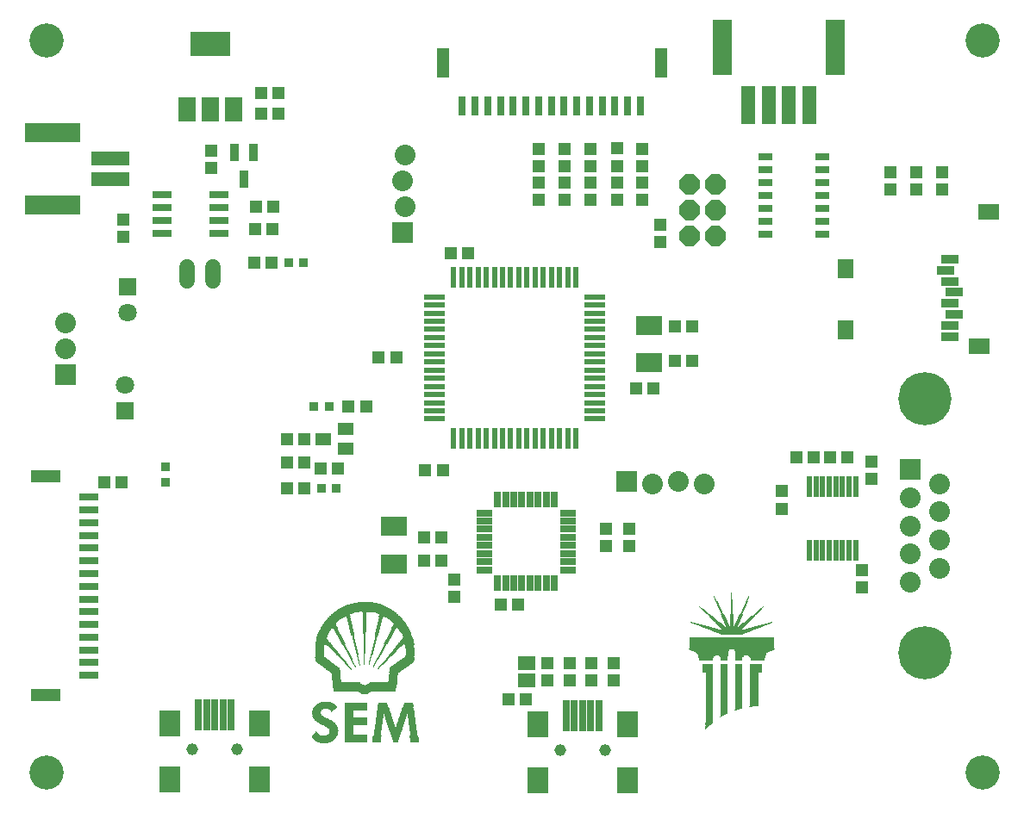
<source format=gts>
G75*
%MOIN*%
%OFA0B0*%
%FSLAX24Y24*%
%IPPOS*%
%LPD*%
%AMOC8*
5,1,8,0,0,1.08239X$1,22.5*
%
%ADD10R,0.0796X0.0217*%
%ADD11R,0.0217X0.0796*%
%ADD12R,0.1005X0.0729*%
%ADD13R,0.0493X0.0454*%
%ADD14R,0.0847X0.1005*%
%ADD15R,0.0257X0.1205*%
%ADD16C,0.0454*%
%ADD17R,0.0808X0.0611*%
%ADD18R,0.0611X0.0769*%
%ADD19R,0.0651X0.0336*%
%ADD20R,0.0651X0.0926*%
%ADD21R,0.1556X0.0926*%
%ADD22R,0.0375X0.0651*%
%ADD23R,0.0454X0.0493*%
%ADD24OC8,0.0800*%
%ADD25R,0.0800X0.0800*%
%ADD26C,0.0800*%
%ADD27C,0.2060*%
%ADD28R,0.0631X0.0257*%
%ADD29R,0.0257X0.0631*%
%ADD30R,0.0651X0.0572*%
%ADD31R,0.0611X0.0454*%
%ADD32R,0.0217X0.0847*%
%ADD33R,0.0375X0.0375*%
%ADD34R,0.1477X0.0532*%
%ADD35R,0.2147X0.0729*%
%ADD36R,0.0532X0.0296*%
%ADD37C,0.1320*%
%ADD38R,0.0749X0.0316*%
%ADD39R,0.0063X0.0003*%
%ADD40R,0.0095X0.0003*%
%ADD41R,0.0118X0.0003*%
%ADD42R,0.0135X0.0003*%
%ADD43R,0.0153X0.0003*%
%ADD44R,0.0168X0.0003*%
%ADD45R,0.0182X0.0003*%
%ADD46R,0.0195X0.0003*%
%ADD47R,0.0210X0.0003*%
%ADD48R,0.0220X0.0003*%
%ADD49R,0.0230X0.0003*%
%ADD50R,0.0243X0.0003*%
%ADD51R,0.0253X0.0003*%
%ADD52R,0.0260X0.0003*%
%ADD53R,0.0267X0.0003*%
%ADD54R,0.0278X0.0003*%
%ADD55R,0.0288X0.0003*%
%ADD56R,0.0297X0.0003*%
%ADD57R,0.0302X0.0003*%
%ADD58R,0.0313X0.0003*%
%ADD59R,0.0318X0.0003*%
%ADD60R,0.0328X0.0003*%
%ADD61R,0.0333X0.0003*%
%ADD62R,0.0343X0.0003*%
%ADD63R,0.0348X0.0003*%
%ADD64R,0.0355X0.0003*%
%ADD65R,0.0360X0.0003*%
%ADD66R,0.0370X0.0003*%
%ADD67R,0.0375X0.0003*%
%ADD68R,0.0380X0.0003*%
%ADD69R,0.0388X0.0003*%
%ADD70R,0.0393X0.0003*%
%ADD71R,0.0398X0.0003*%
%ADD72R,0.0403X0.0003*%
%ADD73R,0.0410X0.0003*%
%ADD74R,0.0415X0.0003*%
%ADD75R,0.0420X0.0003*%
%ADD76R,0.0425X0.0003*%
%ADD77R,0.0432X0.0003*%
%ADD78R,0.0437X0.0003*%
%ADD79R,0.0442X0.0003*%
%ADD80R,0.2392X0.0003*%
%ADD81R,0.2395X0.0003*%
%ADD82R,0.2397X0.0003*%
%ADD83R,0.2402X0.0003*%
%ADD84R,0.2407X0.0003*%
%ADD85R,0.2410X0.0003*%
%ADD86R,0.2412X0.0003*%
%ADD87R,0.2415X0.0003*%
%ADD88R,0.2417X0.0003*%
%ADD89R,0.2420X0.0003*%
%ADD90R,0.2422X0.0003*%
%ADD91R,0.2425X0.0003*%
%ADD92R,0.2427X0.0003*%
%ADD93R,0.2430X0.0003*%
%ADD94R,0.2432X0.0003*%
%ADD95R,0.2435X0.0003*%
%ADD96R,0.2437X0.0003*%
%ADD97R,0.2440X0.0003*%
%ADD98R,0.2442X0.0003*%
%ADD99R,0.2445X0.0003*%
%ADD100R,0.2448X0.0003*%
%ADD101R,0.2450X0.0003*%
%ADD102R,0.1198X0.0003*%
%ADD103R,0.0027X0.0003*%
%ADD104R,0.1195X0.0003*%
%ADD105R,0.1185X0.0003*%
%ADD106R,0.0005X0.0003*%
%ADD107R,0.1175X0.0003*%
%ADD108R,0.1170X0.0003*%
%ADD109R,0.1168X0.0003*%
%ADD110R,0.1163X0.0003*%
%ADD111R,0.1158X0.0003*%
%ADD112R,0.1153X0.0003*%
%ADD113R,0.1150X0.0003*%
%ADD114R,0.1148X0.0003*%
%ADD115R,0.1145X0.0003*%
%ADD116R,0.1143X0.0003*%
%ADD117R,0.1138X0.0003*%
%ADD118R,0.1140X0.0003*%
%ADD119R,0.1135X0.0003*%
%ADD120R,0.1133X0.0003*%
%ADD121R,0.1128X0.0003*%
%ADD122R,0.1125X0.0003*%
%ADD123R,0.1120X0.0003*%
%ADD124R,0.1118X0.0003*%
%ADD125R,0.1115X0.0003*%
%ADD126R,0.1110X0.0003*%
%ADD127R,0.1113X0.0003*%
%ADD128R,0.1108X0.0003*%
%ADD129R,0.1105X0.0003*%
%ADD130R,0.1103X0.0003*%
%ADD131R,0.1100X0.0003*%
%ADD132R,0.1098X0.0003*%
%ADD133R,0.1095X0.0003*%
%ADD134R,0.1093X0.0003*%
%ADD135R,0.1090X0.0003*%
%ADD136R,0.1088X0.0003*%
%ADD137R,0.1085X0.0003*%
%ADD138R,0.1083X0.0003*%
%ADD139R,0.1080X0.0003*%
%ADD140R,0.1078X0.0003*%
%ADD141R,0.1075X0.0003*%
%ADD142R,0.1073X0.0003*%
%ADD143R,0.1070X0.0003*%
%ADD144R,0.1068X0.0003*%
%ADD145R,0.1065X0.0003*%
%ADD146R,0.1063X0.0003*%
%ADD147R,0.1060X0.0003*%
%ADD148R,0.1058X0.0003*%
%ADD149R,0.1055X0.0003*%
%ADD150R,0.1053X0.0003*%
%ADD151R,0.1050X0.0003*%
%ADD152R,0.1048X0.0003*%
%ADD153R,0.1045X0.0003*%
%ADD154R,0.0335X0.0003*%
%ADD155R,0.0338X0.0003*%
%ADD156R,0.0345X0.0003*%
%ADD157R,0.0350X0.0003*%
%ADD158R,0.0352X0.0003*%
%ADD159R,0.0357X0.0003*%
%ADD160R,0.0362X0.0003*%
%ADD161R,0.0367X0.0003*%
%ADD162R,0.0372X0.0003*%
%ADD163R,0.0377X0.0003*%
%ADD164R,0.0382X0.0003*%
%ADD165R,0.0385X0.0003*%
%ADD166R,0.0395X0.0003*%
%ADD167R,0.0400X0.0003*%
%ADD168R,0.0408X0.0003*%
%ADD169R,0.0413X0.0003*%
%ADD170R,0.0418X0.0003*%
%ADD171R,0.0428X0.0003*%
%ADD172R,0.0435X0.0003*%
%ADD173R,0.0440X0.0003*%
%ADD174R,0.0445X0.0003*%
%ADD175R,0.0450X0.0003*%
%ADD176R,0.0455X0.0003*%
%ADD177R,0.0452X0.0003*%
%ADD178R,0.0457X0.0003*%
%ADD179R,0.0460X0.0003*%
%ADD180R,0.0465X0.0003*%
%ADD181R,0.0462X0.0003*%
%ADD182R,0.0468X0.0003*%
%ADD183R,0.0470X0.0003*%
%ADD184R,0.0475X0.0003*%
%ADD185R,0.0480X0.0003*%
%ADD186R,0.0478X0.0003*%
%ADD187R,0.0483X0.0003*%
%ADD188R,0.0485X0.0003*%
%ADD189R,0.0490X0.0003*%
%ADD190R,0.0488X0.0003*%
%ADD191R,0.0493X0.0003*%
%ADD192R,0.0003X0.0003*%
%ADD193R,0.0498X0.0003*%
%ADD194R,0.0495X0.0003*%
%ADD195R,0.0500X0.0003*%
%ADD196R,0.0505X0.0003*%
%ADD197R,0.0503X0.0003*%
%ADD198R,0.0508X0.0003*%
%ADD199R,0.0510X0.0003*%
%ADD200R,0.0515X0.0003*%
%ADD201R,0.0512X0.0003*%
%ADD202R,0.0517X0.0003*%
%ADD203R,0.0522X0.0003*%
%ADD204R,0.0520X0.0003*%
%ADD205R,0.0525X0.0003*%
%ADD206R,0.0530X0.0003*%
%ADD207R,0.0527X0.0003*%
%ADD208R,0.0008X0.0003*%
%ADD209R,0.0532X0.0003*%
%ADD210R,0.0535X0.0003*%
%ADD211R,0.0540X0.0003*%
%ADD212R,0.0537X0.0003*%
%ADD213R,0.0543X0.0003*%
%ADD214R,0.0548X0.0003*%
%ADD215R,0.0545X0.0003*%
%ADD216R,0.0010X0.0003*%
%ADD217R,0.0550X0.0003*%
%ADD218R,0.0555X0.0003*%
%ADD219R,0.0553X0.0003*%
%ADD220R,0.0558X0.0003*%
%ADD221R,0.0560X0.0003*%
%ADD222R,0.0565X0.0003*%
%ADD223R,0.0013X0.0003*%
%ADD224R,0.0568X0.0003*%
%ADD225R,0.0570X0.0003*%
%ADD226R,0.0563X0.0003*%
%ADD227R,0.0015X0.0003*%
%ADD228R,0.0018X0.0003*%
%ADD229R,0.0020X0.0003*%
%ADD230R,0.0022X0.0003*%
%ADD231R,0.0025X0.0003*%
%ADD232R,0.0030X0.0003*%
%ADD233R,0.0573X0.0003*%
%ADD234R,0.0032X0.0003*%
%ADD235R,0.0035X0.0003*%
%ADD236R,0.0037X0.0003*%
%ADD237R,0.0040X0.0003*%
%ADD238R,0.0043X0.0003*%
%ADD239R,0.0045X0.0003*%
%ADD240R,0.0047X0.0003*%
%ADD241R,0.0050X0.0003*%
%ADD242R,0.0053X0.0003*%
%ADD243R,0.0055X0.0003*%
%ADD244R,0.0057X0.0003*%
%ADD245R,0.0060X0.0003*%
%ADD246R,0.0065X0.0003*%
%ADD247R,0.0067X0.0003*%
%ADD248R,0.0070X0.0003*%
%ADD249R,0.0073X0.0003*%
%ADD250R,0.0473X0.0003*%
%ADD251R,0.0075X0.0003*%
%ADD252R,0.0447X0.0003*%
%ADD253R,0.0077X0.0003*%
%ADD254R,0.0430X0.0003*%
%ADD255R,0.0423X0.0003*%
%ADD256R,0.0080X0.0003*%
%ADD257R,0.0083X0.0003*%
%ADD258R,0.0405X0.0003*%
%ADD259R,0.0085X0.0003*%
%ADD260R,0.0390X0.0003*%
%ADD261R,0.0088X0.0003*%
%ADD262R,0.0365X0.0003*%
%ADD263R,0.0090X0.0003*%
%ADD264R,0.0092X0.0003*%
%ADD265R,0.0098X0.0003*%
%ADD266R,0.0100X0.0003*%
%ADD267R,0.0103X0.0003*%
%ADD268R,0.0105X0.0003*%
%ADD269R,0.0340X0.0003*%
%ADD270R,0.0107X0.0003*%
%ADD271R,0.0110X0.0003*%
%ADD272R,0.0113X0.0003*%
%ADD273R,0.0115X0.0003*%
%ADD274R,0.0120X0.0003*%
%ADD275R,0.0123X0.0003*%
%ADD276R,0.0125X0.0003*%
%ADD277R,0.0127X0.0003*%
%ADD278R,0.0130X0.0003*%
%ADD279R,0.0133X0.0003*%
%ADD280R,0.0138X0.0003*%
%ADD281R,0.0140X0.0003*%
%ADD282R,0.0143X0.0003*%
%ADD283R,0.0145X0.0003*%
%ADD284R,0.0147X0.0003*%
%ADD285R,0.0150X0.0003*%
%ADD286R,0.0155X0.0003*%
%ADD287R,0.0158X0.0003*%
%ADD288R,0.0160X0.0003*%
%ADD289R,0.0163X0.0003*%
%ADD290R,0.0165X0.0003*%
%ADD291R,0.0170X0.0003*%
%ADD292R,0.0173X0.0003*%
%ADD293R,0.0175X0.0003*%
%ADD294R,0.0177X0.0003*%
%ADD295R,0.0180X0.0003*%
%ADD296R,0.0185X0.0003*%
%ADD297R,0.0187X0.0003*%
%ADD298R,0.0190X0.0003*%
%ADD299R,0.0615X0.0003*%
%ADD300R,0.0612X0.0003*%
%ADD301R,0.0610X0.0003*%
%ADD302R,0.0607X0.0003*%
%ADD303R,0.0605X0.0003*%
%ADD304R,0.0602X0.0003*%
%ADD305R,0.0600X0.0003*%
%ADD306R,0.0597X0.0003*%
%ADD307R,0.0595X0.0003*%
%ADD308R,0.0592X0.0003*%
%ADD309R,0.0590X0.0003*%
%ADD310R,0.0587X0.0003*%
%ADD311R,0.0585X0.0003*%
%ADD312R,0.0583X0.0003*%
%ADD313R,0.0580X0.0003*%
%ADD314R,0.0578X0.0003*%
%ADD315R,0.0575X0.0003*%
%ADD316R,0.0778X0.0003*%
%ADD317R,0.0780X0.0003*%
%ADD318R,0.0775X0.0003*%
%ADD319R,0.0772X0.0003*%
%ADD320R,0.0770X0.0003*%
%ADD321R,0.0762X0.0003*%
%ADD322R,0.0760X0.0003*%
%ADD323R,0.0765X0.0003*%
%ADD324R,0.0757X0.0003*%
%ADD325R,0.0755X0.0003*%
%ADD326R,0.0752X0.0003*%
%ADD327R,0.0747X0.0003*%
%ADD328R,0.0745X0.0003*%
%ADD329R,0.0742X0.0003*%
%ADD330R,0.0740X0.0003*%
%ADD331R,0.0737X0.0003*%
%ADD332R,0.0732X0.0003*%
%ADD333R,0.0735X0.0003*%
%ADD334R,0.0730X0.0003*%
%ADD335R,0.0725X0.0003*%
%ADD336R,0.0722X0.0003*%
%ADD337R,0.0727X0.0003*%
%ADD338R,0.0720X0.0003*%
%ADD339R,0.0715X0.0003*%
%ADD340R,0.0712X0.0003*%
%ADD341R,0.0710X0.0003*%
%ADD342R,0.0707X0.0003*%
%ADD343R,0.0705X0.0003*%
%ADD344R,0.0700X0.0003*%
%ADD345R,0.0695X0.0003*%
%ADD346R,0.0693X0.0003*%
%ADD347R,0.0698X0.0003*%
%ADD348R,0.0690X0.0003*%
%ADD349R,0.0688X0.0003*%
%ADD350R,0.0683X0.0003*%
%ADD351R,0.0685X0.0003*%
%ADD352R,0.0703X0.0003*%
%ADD353R,0.0717X0.0003*%
%ADD354R,0.0783X0.0003*%
%ADD355R,0.0785X0.0003*%
%ADD356R,0.0767X0.0003*%
%ADD357R,0.0795X0.0003*%
%ADD358R,0.0803X0.0003*%
%ADD359R,0.0810X0.0003*%
%ADD360R,0.0790X0.0003*%
%ADD361R,0.0820X0.0003*%
%ADD362R,0.0798X0.0003*%
%ADD363R,0.0830X0.0003*%
%ADD364R,0.0838X0.0003*%
%ADD365R,0.0823X0.0003*%
%ADD366R,0.0853X0.0003*%
%ADD367R,0.0870X0.0003*%
%ADD368R,0.0855X0.0003*%
%ADD369R,0.0885X0.0003*%
%ADD370R,0.0912X0.0003*%
%ADD371R,0.1203X0.0003*%
%ADD372R,0.0963X0.0003*%
%ADD373R,0.1250X0.0003*%
%ADD374R,0.2220X0.0003*%
%ADD375R,0.2215X0.0003*%
%ADD376R,0.2208X0.0003*%
%ADD377R,0.2200X0.0003*%
%ADD378R,0.2195X0.0003*%
%ADD379R,0.2185X0.0003*%
%ADD380R,0.2180X0.0003*%
%ADD381R,0.2170X0.0003*%
%ADD382R,0.2165X0.0003*%
%ADD383R,0.2158X0.0003*%
%ADD384R,0.2150X0.0003*%
%ADD385R,0.2145X0.0003*%
%ADD386R,0.2135X0.0003*%
%ADD387R,0.2130X0.0003*%
%ADD388R,0.2120X0.0003*%
%ADD389R,0.2115X0.0003*%
%ADD390R,0.2105X0.0003*%
%ADD391R,0.2100X0.0003*%
%ADD392R,0.2090X0.0003*%
%ADD393R,0.2085X0.0003*%
%ADD394R,0.2075X0.0003*%
%ADD395R,0.2070X0.0003*%
%ADD396R,0.2060X0.0003*%
%ADD397R,0.2055X0.0003*%
%ADD398R,0.2045X0.0003*%
%ADD399R,0.2040X0.0003*%
%ADD400R,0.2030X0.0003*%
%ADD401R,0.2025X0.0003*%
%ADD402R,0.2015X0.0003*%
%ADD403R,0.2010X0.0003*%
%ADD404R,0.2000X0.0003*%
%ADD405R,0.1993X0.0003*%
%ADD406R,0.1985X0.0003*%
%ADD407R,0.1975X0.0003*%
%ADD408R,0.1968X0.0003*%
%ADD409R,0.1960X0.0003*%
%ADD410R,0.1953X0.0003*%
%ADD411R,0.1945X0.0003*%
%ADD412R,0.1935X0.0003*%
%ADD413R,0.1928X0.0003*%
%ADD414R,0.1918X0.0003*%
%ADD415R,0.1910X0.0003*%
%ADD416R,0.1903X0.0003*%
%ADD417R,0.1893X0.0003*%
%ADD418R,0.1885X0.0003*%
%ADD419R,0.1878X0.0003*%
%ADD420R,0.1868X0.0003*%
%ADD421R,0.1858X0.0003*%
%ADD422R,0.1853X0.0003*%
%ADD423R,0.1843X0.0003*%
%ADD424R,0.1833X0.0003*%
%ADD425R,0.1823X0.0003*%
%ADD426R,0.1815X0.0003*%
%ADD427R,0.1807X0.0003*%
%ADD428R,0.1797X0.0003*%
%ADD429R,0.1787X0.0003*%
%ADD430R,0.1777X0.0003*%
%ADD431R,0.1767X0.0003*%
%ADD432R,0.1757X0.0003*%
%ADD433R,0.1750X0.0003*%
%ADD434R,0.1742X0.0003*%
%ADD435R,0.1732X0.0003*%
%ADD436R,0.1722X0.0003*%
%ADD437R,0.1713X0.0003*%
%ADD438R,0.1703X0.0003*%
%ADD439R,0.1693X0.0003*%
%ADD440R,0.1683X0.0003*%
%ADD441R,0.1673X0.0003*%
%ADD442R,0.1663X0.0003*%
%ADD443R,0.1653X0.0003*%
%ADD444R,0.1643X0.0003*%
%ADD445R,0.1630X0.0003*%
%ADD446R,0.1618X0.0003*%
%ADD447R,0.1608X0.0003*%
%ADD448R,0.1595X0.0003*%
%ADD449R,0.1585X0.0003*%
%ADD450R,0.1575X0.0003*%
%ADD451R,0.1563X0.0003*%
%ADD452R,0.1548X0.0003*%
%ADD453R,0.1535X0.0003*%
%ADD454R,0.1525X0.0003*%
%ADD455R,0.1513X0.0003*%
%ADD456R,0.1502X0.0003*%
%ADD457R,0.1487X0.0003*%
%ADD458R,0.1475X0.0003*%
%ADD459R,0.1462X0.0003*%
%ADD460R,0.1450X0.0003*%
%ADD461R,0.1437X0.0003*%
%ADD462R,0.1422X0.0003*%
%ADD463R,0.1410X0.0003*%
%ADD464R,0.1400X0.0003*%
%ADD465R,0.1385X0.0003*%
%ADD466R,0.1373X0.0003*%
%ADD467R,0.1358X0.0003*%
%ADD468R,0.1343X0.0003*%
%ADD469R,0.1330X0.0003*%
%ADD470R,0.1315X0.0003*%
%ADD471R,0.1303X0.0003*%
%ADD472R,0.1288X0.0003*%
%ADD473R,0.1273X0.0003*%
%ADD474R,0.1255X0.0003*%
%ADD475R,0.1240X0.0003*%
%ADD476R,0.1228X0.0003*%
%ADD477R,0.1213X0.0003*%
%ADD478R,0.1180X0.0003*%
%ADD479R,0.1165X0.0003*%
%ADD480R,0.1130X0.0003*%
%ADD481R,0.1043X0.0003*%
%ADD482R,0.1025X0.0003*%
%ADD483R,0.1008X0.0003*%
%ADD484R,0.0990X0.0003*%
%ADD485R,0.0970X0.0003*%
%ADD486R,0.0953X0.0003*%
%ADD487R,0.0930X0.0003*%
%ADD488R,0.0910X0.0003*%
%ADD489R,0.0887X0.0003*%
%ADD490R,0.0867X0.0003*%
%ADD491R,0.0845X0.0003*%
%ADD492R,0.0800X0.0003*%
%ADD493R,0.0750X0.0003*%
%ADD494R,0.0673X0.0003*%
%ADD495R,0.0645X0.0003*%
%ADD496R,0.0273X0.0003*%
%ADD497R,0.0014X0.0004*%
%ADD498R,0.0158X0.0004*%
%ADD499R,0.0217X0.0004*%
%ADD500R,0.0266X0.0004*%
%ADD501R,0.0305X0.0003*%
%ADD502R,0.0336X0.0004*%
%ADD503R,0.0367X0.0004*%
%ADD504R,0.0395X0.0004*%
%ADD505R,0.0420X0.0004*%
%ADD506R,0.0441X0.0003*%
%ADD507R,0.0462X0.0004*%
%ADD508R,0.0480X0.0004*%
%ADD509R,0.0500X0.0004*%
%ADD510R,0.0889X0.0004*%
%ADD511R,0.0304X0.0004*%
%ADD512R,0.0178X0.0004*%
%ADD513R,0.0308X0.0004*%
%ADD514R,0.0521X0.0004*%
%ADD515R,0.0185X0.0004*%
%ADD516R,0.0535X0.0003*%
%ADD517R,0.0889X0.0003*%
%ADD518R,0.0185X0.0003*%
%ADD519R,0.0304X0.0003*%
%ADD520R,0.0550X0.0004*%
%ADD521R,0.0305X0.0004*%
%ADD522R,0.0567X0.0004*%
%ADD523R,0.0193X0.0004*%
%ADD524R,0.0581X0.0004*%
%ADD525R,0.0599X0.0004*%
%ADD526R,0.0612X0.0003*%
%ADD527R,0.0200X0.0003*%
%ADD528R,0.0626X0.0004*%
%ADD529R,0.0200X0.0004*%
%ADD530R,0.0634X0.0004*%
%ADD531R,0.0648X0.0004*%
%ADD532R,0.0207X0.0004*%
%ADD533R,0.0658X0.0004*%
%ADD534R,0.0669X0.0003*%
%ADD535R,0.0207X0.0003*%
%ADD536R,0.0683X0.0004*%
%ADD537R,0.0213X0.0004*%
%ADD538R,0.0693X0.0004*%
%ADD539R,0.0301X0.0004*%
%ADD540R,0.0704X0.0004*%
%ADD541R,0.0710X0.0004*%
%ADD542R,0.0220X0.0004*%
%ADD543R,0.0721X0.0003*%
%ADD544R,0.0301X0.0003*%
%ADD545R,0.0220X0.0003*%
%ADD546R,0.0731X0.0004*%
%ADD547R,0.0742X0.0004*%
%ADD548R,0.0227X0.0004*%
%ADD549R,0.0749X0.0004*%
%ADD550R,0.0760X0.0004*%
%ADD551R,0.0766X0.0003*%
%ADD552R,0.0235X0.0003*%
%ADD553R,0.0774X0.0004*%
%ADD554R,0.0235X0.0004*%
%ADD555R,0.0784X0.0004*%
%ADD556R,0.0791X0.0004*%
%ADD557R,0.0242X0.0004*%
%ADD558R,0.0798X0.0004*%
%ADD559R,0.0805X0.0003*%
%ADD560R,0.0242X0.0003*%
%ADD561R,0.0815X0.0004*%
%ADD562R,0.0301X0.0004*%
%ADD563R,0.0248X0.0004*%
%ADD564R,0.0823X0.0004*%
%ADD565R,0.0830X0.0004*%
%ADD566R,0.0836X0.0004*%
%ADD567R,0.0255X0.0004*%
%ADD568R,0.0844X0.0003*%
%ADD569R,0.0301X0.0003*%
%ADD570R,0.0255X0.0003*%
%ADD571R,0.0850X0.0004*%
%ADD572R,0.0854X0.0004*%
%ADD573R,0.0262X0.0004*%
%ADD574R,0.0858X0.0004*%
%ADD575R,0.0865X0.0004*%
%ADD576R,0.0871X0.0003*%
%ADD577R,0.0270X0.0003*%
%ADD578R,0.0879X0.0004*%
%ADD579R,0.0270X0.0004*%
%ADD580R,0.0885X0.0004*%
%ADD581R,0.0277X0.0004*%
%ADD582R,0.0297X0.0004*%
%ADD583R,0.0892X0.0004*%
%ADD584R,0.0900X0.0003*%
%ADD585R,0.0297X0.0003*%
%ADD586R,0.0277X0.0003*%
%ADD587R,0.0903X0.0004*%
%ADD588R,0.0280X0.0004*%
%ADD589R,0.0910X0.0004*%
%ADD590R,0.0283X0.0004*%
%ADD591R,0.0914X0.0004*%
%ADD592R,0.0920X0.0004*%
%ADD593R,0.0287X0.0004*%
%ADD594R,0.0924X0.0003*%
%ADD595R,0.0290X0.0003*%
%ADD596R,0.0927X0.0004*%
%ADD597R,0.0290X0.0004*%
%ADD598R,0.0931X0.0004*%
%ADD599R,0.0294X0.0004*%
%ADD600R,0.0938X0.0004*%
%ADD601R,0.0941X0.0004*%
%ADD602R,0.0945X0.0003*%
%ADD603R,0.0952X0.0004*%
%ADD604R,0.0956X0.0004*%
%ADD605R,0.0308X0.0004*%
%ADD606R,0.0312X0.0004*%
%ADD607R,0.0952X0.0003*%
%ADD608R,0.0312X0.0003*%
%ADD609R,0.0949X0.0004*%
%ADD610R,0.0315X0.0004*%
%ADD611R,0.0948X0.0004*%
%ADD612R,0.0318X0.0004*%
%ADD613R,0.0945X0.0004*%
%ADD614R,0.0416X0.0004*%
%ADD615R,0.0497X0.0004*%
%ADD616R,0.0322X0.0004*%
%ADD617R,0.0378X0.0003*%
%ADD618R,0.0451X0.0003*%
%ADD619R,0.0325X0.0003*%
%ADD620R,0.0360X0.0004*%
%ADD621R,0.0437X0.0004*%
%ADD622R,0.0325X0.0004*%
%ADD623R,0.0343X0.0004*%
%ADD624R,0.0424X0.0004*%
%ADD625R,0.0329X0.0004*%
%ADD626R,0.0413X0.0004*%
%ADD627R,0.0333X0.0004*%
%ADD628R,0.0403X0.0004*%
%ADD629R,0.0399X0.0003*%
%ADD630R,0.0336X0.0003*%
%ADD631R,0.0287X0.0004*%
%ADD632R,0.0389X0.0004*%
%ADD633R,0.0340X0.0004*%
%ADD634R,0.0276X0.0004*%
%ADD635R,0.0382X0.0004*%
%ADD636R,0.0266X0.0004*%
%ADD637R,0.0378X0.0004*%
%ADD638R,0.0343X0.0004*%
%ADD639R,0.0256X0.0004*%
%ADD640R,0.0374X0.0004*%
%ADD641R,0.0347X0.0004*%
%ADD642R,0.0249X0.0003*%
%ADD643R,0.0367X0.0003*%
%ADD644R,0.0347X0.0003*%
%ADD645R,0.0238X0.0004*%
%ADD646R,0.0364X0.0004*%
%ADD647R,0.0350X0.0004*%
%ADD648R,0.0294X0.0004*%
%ADD649R,0.0231X0.0004*%
%ADD650R,0.0353X0.0004*%
%ADD651R,0.0354X0.0004*%
%ADD652R,0.0357X0.0004*%
%ADD653R,0.0203X0.0003*%
%ADD654R,0.0350X0.0003*%
%ADD655R,0.0360X0.0003*%
%ADD656R,0.0196X0.0004*%
%ADD657R,0.0189X0.0004*%
%ADD658R,0.0346X0.0004*%
%ADD659R,0.0182X0.0004*%
%ADD660R,0.0175X0.0004*%
%ADD661R,0.0168X0.0003*%
%ADD662R,0.0340X0.0003*%
%ADD663R,0.0322X0.0003*%
%ADD664R,0.0294X0.0003*%
%ADD665R,0.0371X0.0003*%
%ADD666R,0.0161X0.0004*%
%ADD667R,0.0375X0.0004*%
%ADD668R,0.0154X0.0004*%
%ADD669R,0.0147X0.0004*%
%ADD670R,0.0329X0.0004*%
%ADD671R,0.0378X0.0004*%
%ADD672R,0.0140X0.0004*%
%ADD673R,0.0133X0.0003*%
%ADD674R,0.0329X0.0003*%
%ADD675R,0.0382X0.0003*%
%ADD676R,0.0126X0.0004*%
%ADD677R,0.0385X0.0004*%
%ADD678R,0.0123X0.0004*%
%ADD679R,0.0116X0.0004*%
%ADD680R,0.0388X0.0004*%
%ADD681R,0.0109X0.0004*%
%ADD682R,0.0392X0.0004*%
%ADD683R,0.0101X0.0003*%
%ADD684R,0.0392X0.0003*%
%ADD685R,0.0098X0.0004*%
%ADD686R,0.0091X0.0004*%
%ADD687R,0.0319X0.0004*%
%ADD688R,0.0399X0.0004*%
%ADD689R,0.0084X0.0004*%
%ADD690R,0.0322X0.0004*%
%ADD691R,0.0077X0.0004*%
%ADD692R,0.0077X0.0003*%
%ADD693R,0.0319X0.0003*%
%ADD694R,0.0406X0.0003*%
%ADD695R,0.0070X0.0004*%
%ADD696R,0.0406X0.0004*%
%ADD697R,0.0063X0.0004*%
%ADD698R,0.0410X0.0004*%
%ADD699R,0.0060X0.0004*%
%ADD700R,0.0053X0.0004*%
%ADD701R,0.0049X0.0003*%
%ADD702R,0.0311X0.0003*%
%ADD703R,0.0294X0.0003*%
%ADD704R,0.0417X0.0003*%
%ADD705R,0.0042X0.0004*%
%ADD706R,0.0038X0.0004*%
%ADD707R,0.0032X0.0004*%
%ADD708R,0.0311X0.0004*%
%ADD709R,0.0423X0.0004*%
%ADD710R,0.0427X0.0004*%
%ADD711R,0.0291X0.0004*%
%ADD712R,0.0025X0.0003*%
%ADD713R,0.0291X0.0003*%
%ADD714R,0.0427X0.0003*%
%ADD715R,0.0021X0.0004*%
%ADD716R,0.0430X0.0004*%
%ADD717R,0.0434X0.0004*%
%ADD718R,0.0010X0.0004*%
%ADD719R,0.0004X0.0004*%
%ADD720R,0.0441X0.0004*%
%ADD721R,0.0445X0.0004*%
%ADD722R,0.0448X0.0004*%
%ADD723R,0.0452X0.0003*%
%ADD724R,0.0455X0.0004*%
%ADD725R,0.0458X0.0004*%
%ADD726R,0.0462X0.0004*%
%ADD727R,0.0315X0.0003*%
%ADD728R,0.0231X0.0003*%
%ADD729R,0.0227X0.0003*%
%ADD730R,0.0322X0.0003*%
%ADD731R,0.0326X0.0004*%
%ADD732R,0.0238X0.0004*%
%ADD733R,0.0241X0.0004*%
%ADD734R,0.0238X0.0003*%
%ADD735R,0.0343X0.0003*%
%ADD736R,0.0287X0.0003*%
%ADD737R,0.0241X0.0003*%
%ADD738R,0.0245X0.0003*%
%ADD739R,0.0245X0.0004*%
%ADD740R,0.0364X0.0004*%
%ADD741R,0.0249X0.0004*%
%ADD742R,0.0248X0.0003*%
%ADD743R,0.0371X0.0004*%
%ADD744R,0.0252X0.0004*%
%ADD745R,0.0381X0.0004*%
%ADD746R,0.0385X0.0003*%
%ADD747R,0.0287X0.0003*%
%ADD748R,0.0252X0.0003*%
%ADD749R,0.0392X0.0004*%
%ADD750R,0.0403X0.0003*%
%ADD751R,0.0406X0.0004*%
%ADD752R,0.0409X0.0004*%
%ADD753R,0.0252X0.0004*%
%ADD754R,0.0284X0.0004*%
%ADD755R,0.0420X0.0003*%
%ADD756R,0.0284X0.0003*%
%ADD757R,0.0252X0.0003*%
%ADD758R,0.0427X0.0004*%
%ADD759R,0.0444X0.0003*%
%ADD760R,0.0448X0.0004*%
%ADD761R,0.0459X0.0004*%
%ADD762R,0.0466X0.0004*%
%ADD763R,0.0469X0.0003*%
%ADD764R,0.0256X0.0003*%
%ADD765R,0.0473X0.0004*%
%ADD766R,0.0483X0.0004*%
%ADD767R,0.0486X0.0004*%
%ADD768R,0.0493X0.0003*%
%ADD769R,0.0497X0.0004*%
%ADD770R,0.0501X0.0004*%
%ADD771R,0.0511X0.0004*%
%ADD772R,0.0515X0.0004*%
%ADD773R,0.0518X0.0003*%
%ADD774R,0.0528X0.0004*%
%ADD775R,0.0532X0.0004*%
%ADD776R,0.0536X0.0004*%
%ADD777R,0.0280X0.0003*%
%ADD778R,0.0539X0.0004*%
%ADD779R,0.0546X0.0004*%
%ADD780R,0.0549X0.0004*%
%ADD781R,0.0553X0.0004*%
%ADD782R,0.0556X0.0003*%
%ADD783R,0.0283X0.0003*%
%ADD784R,0.0560X0.0004*%
%ADD785R,0.0564X0.0004*%
%ADD786R,0.0563X0.0004*%
%ADD787R,0.0567X0.0004*%
%ADD788R,0.0571X0.0003*%
%ADD789R,0.0574X0.0004*%
%ADD790R,0.0578X0.0004*%
%ADD791R,0.0585X0.0003*%
%ADD792R,0.0585X0.0004*%
%ADD793R,0.0584X0.0004*%
%ADD794R,0.0588X0.0004*%
%ADD795R,0.0591X0.0003*%
%ADD796R,0.0591X0.0004*%
%ADD797R,0.0592X0.0004*%
%ADD798R,0.0595X0.0004*%
%ADD799R,0.0595X0.0003*%
%ADD800R,0.0588X0.0004*%
%ADD801R,0.0574X0.0003*%
%ADD802R,0.0570X0.0004*%
%ADD803R,0.0560X0.0003*%
%ADD804R,0.0276X0.0003*%
%ADD805R,0.0556X0.0004*%
%ADD806R,0.0553X0.0004*%
%ADD807R,0.0536X0.0003*%
%ADD808R,0.0525X0.0004*%
%ADD809R,0.0511X0.0003*%
%ADD810R,0.0508X0.0004*%
%ADD811R,0.0504X0.0004*%
%ADD812R,0.0490X0.0004*%
%ADD813R,0.0486X0.0003*%
%ADD814R,0.0273X0.0004*%
%ADD815R,0.0469X0.0004*%
%ADD816R,0.0459X0.0003*%
%ADD817R,0.0451X0.0004*%
%ADD818R,0.0444X0.0004*%
%ADD819R,0.0273X0.0004*%
%ADD820R,0.0430X0.0003*%
%ADD821R,0.0410X0.0003*%
%ADD822R,0.0273X0.0003*%
%ADD823R,0.0389X0.0003*%
%ADD824R,0.0273X0.0003*%
%ADD825R,0.0269X0.0004*%
%ADD826R,0.0357X0.0004*%
%ADD827R,0.0357X0.0003*%
%ADD828R,0.0269X0.0003*%
%ADD829R,0.0339X0.0004*%
%ADD830R,0.0266X0.0003*%
%ADD831R,0.0326X0.0003*%
%ADD832R,0.0262X0.0003*%
%ADD833R,0.0259X0.0004*%
%ADD834R,0.0234X0.0004*%
%ADD835R,0.0259X0.0003*%
%ADD836R,0.0238X0.0003*%
%ADD837R,0.0007X0.0003*%
%ADD838R,0.0231X0.0003*%
%ADD839R,0.0018X0.0004*%
%ADD840R,0.0231X0.0004*%
%ADD841R,0.0028X0.0004*%
%ADD842R,0.0035X0.0003*%
%ADD843R,0.0039X0.0004*%
%ADD844R,0.0487X0.0004*%
%ADD845R,0.0046X0.0004*%
%ADD846R,0.0049X0.0004*%
%ADD847R,0.0056X0.0004*%
%ADD848R,0.0063X0.0003*%
%ADD849R,0.0480X0.0003*%
%ADD850R,0.0476X0.0004*%
%ADD851R,0.0333X0.0003*%
%ADD852R,0.0098X0.0003*%
%ADD853R,0.0476X0.0003*%
%ADD854R,0.0473X0.0003*%
%ADD855R,0.0336X0.0004*%
%ADD856R,0.0105X0.0004*%
%ADD857R,0.0112X0.0004*%
%ADD858R,0.0119X0.0004*%
%ADD859R,0.0465X0.0004*%
%ADD860R,0.0343X0.0003*%
%ADD861R,0.0885X0.0003*%
%ADD862R,0.0465X0.0003*%
%ADD863R,0.0164X0.0004*%
%ADD864R,0.0175X0.0003*%
%ADD865R,0.0455X0.0003*%
%ADD866R,0.0203X0.0004*%
%ADD867R,0.0214X0.0004*%
%ADD868R,0.0224X0.0003*%
%ADD869R,0.0396X0.0004*%
%ADD870R,0.0441X0.0004*%
%ADD871R,0.0434X0.0003*%
%ADD872R,0.0437X0.0003*%
%ADD873R,0.0434X0.0004*%
%ADD874R,0.0847X0.0004*%
%ADD875R,0.0431X0.0004*%
%ADD876R,0.0854X0.0003*%
%ADD877R,0.0431X0.0003*%
%ADD878R,0.0854X0.0004*%
%ADD879R,0.0861X0.0004*%
%ADD880R,0.0861X0.0003*%
%ADD881R,0.0424X0.0003*%
%ADD882R,0.0864X0.0004*%
%ADD883R,0.0413X0.0004*%
%ADD884R,0.0865X0.0003*%
%ADD885R,0.0416X0.0003*%
%ADD886R,0.0413X0.0003*%
%ADD887R,0.0868X0.0004*%
%ADD888R,0.0847X0.0003*%
%ADD889R,0.0409X0.0003*%
%ADD890R,0.0840X0.0004*%
%ADD891R,0.0833X0.0004*%
%ADD892R,0.0815X0.0003*%
%ADD893R,0.0399X0.0003*%
%ADD894R,0.0395X0.0003*%
%ADD895R,0.0809X0.0004*%
%ADD896R,0.0801X0.0004*%
%ADD897R,0.0788X0.0003*%
%ADD898R,0.0388X0.0003*%
%ADD899R,0.0777X0.0004*%
%ADD900R,0.0770X0.0004*%
%ADD901R,0.0763X0.0004*%
%ADD902R,0.0756X0.0004*%
%ADD903R,0.0749X0.0003*%
%ADD904R,0.0378X0.0003*%
%ADD905R,0.0742X0.0004*%
%ADD906R,0.0725X0.0004*%
%ADD907R,0.0714X0.0004*%
%ADD908R,0.0707X0.0003*%
%ADD909R,0.0375X0.0003*%
%ADD910R,0.0700X0.0004*%
%ADD911R,0.0689X0.0004*%
%ADD912R,0.0672X0.0004*%
%ADD913R,0.0661X0.0003*%
%ADD914R,0.0364X0.0003*%
%ADD915R,0.0654X0.0004*%
%ADD916R,0.0644X0.0004*%
%ADD917R,0.0630X0.0004*%
%ADD918R,0.0623X0.0004*%
%ADD919R,0.0609X0.0003*%
%ADD920R,0.0354X0.0003*%
%ADD921R,0.0549X0.0003*%
%ADD922R,0.0346X0.0003*%
%ADD923R,0.0336X0.0003*%
%ADD924R,0.0882X0.0004*%
%ADD925R,0.0168X0.0004*%
%ADD926R,0.0084X0.0004*%
%ADD927R,0.0005X0.0005*%
%ADD928R,0.0010X0.0005*%
%ADD929R,0.0010X0.0005*%
%ADD930R,0.0015X0.0005*%
%ADD931R,0.0020X0.0005*%
%ADD932R,0.0025X0.0005*%
%ADD933R,0.0030X0.0005*%
%ADD934R,0.0036X0.0005*%
%ADD935R,0.0041X0.0005*%
%ADD936R,0.0046X0.0005*%
%ADD937R,0.0051X0.0005*%
%ADD938R,0.0056X0.0005*%
%ADD939R,0.0061X0.0005*%
%ADD940R,0.0066X0.0005*%
%ADD941R,0.0071X0.0005*%
%ADD942R,0.0076X0.0005*%
%ADD943R,0.0081X0.0005*%
%ADD944R,0.0086X0.0005*%
%ADD945R,0.0091X0.0005*%
%ADD946R,0.0096X0.0005*%
%ADD947R,0.0102X0.0005*%
%ADD948R,0.0107X0.0005*%
%ADD949R,0.0112X0.0005*%
%ADD950R,0.0117X0.0005*%
%ADD951R,0.0127X0.0005*%
%ADD952R,0.0132X0.0005*%
%ADD953R,0.0137X0.0005*%
%ADD954R,0.0142X0.0005*%
%ADD955R,0.0147X0.0005*%
%ADD956R,0.0152X0.0005*%
%ADD957R,0.0157X0.0005*%
%ADD958R,0.0162X0.0005*%
%ADD959R,0.0173X0.0005*%
%ADD960R,0.0178X0.0005*%
%ADD961R,0.0183X0.0005*%
%ADD962R,0.0188X0.0005*%
%ADD963R,0.0193X0.0005*%
%ADD964R,0.0198X0.0005*%
%ADD965R,0.0203X0.0005*%
%ADD966R,0.0213X0.0005*%
%ADD967R,0.0218X0.0005*%
%ADD968R,0.0223X0.0005*%
%ADD969R,0.0228X0.0005*%
%ADD970R,0.0233X0.0005*%
%ADD971R,0.0244X0.0005*%
%ADD972R,0.0249X0.0005*%
%ADD973R,0.0254X0.0005*%
%ADD974R,0.0259X0.0005*%
%ADD975R,0.0264X0.0005*%
%ADD976R,0.0274X0.0005*%
%ADD977R,0.0279X0.0005*%
%ADD978R,0.0284X0.0005*%
%ADD979R,0.0289X0.0005*%
%ADD980R,0.0294X0.0005*%
%ADD981R,0.0299X0.0005*%
%ADD982R,0.0299X0.0005*%
%ADD983R,0.0299X0.0005*%
%ADD984R,0.0005X0.0005*%
%ADD985R,0.0030X0.0005*%
%ADD986R,0.0040X0.0005*%
%ADD987R,0.0051X0.0005*%
%ADD988R,0.0066X0.0005*%
%ADD989R,0.0076X0.0005*%
%ADD990R,0.0086X0.0005*%
%ADD991R,0.0091X0.0005*%
%ADD992R,0.0101X0.0005*%
%ADD993R,0.0111X0.0005*%
%ADD994R,0.0122X0.0005*%
%ADD995R,0.0132X0.0005*%
%ADD996R,0.0142X0.0005*%
%ADD997R,0.0152X0.0005*%
%ADD998R,0.0157X0.0005*%
%ADD999R,0.0167X0.0005*%
%ADD1000R,0.0177X0.0005*%
%ADD1001R,0.0188X0.0005*%
%ADD1002R,0.0208X0.0005*%
%ADD1003R,0.0228X0.0005*%
%ADD1004R,0.0243X0.0005*%
%ADD1005R,0.0274X0.0005*%
%ADD1006R,0.0274X0.0005*%
%ADD1007R,0.0016X0.0005*%
%ADD1008R,0.0031X0.0005*%
%ADD1009R,0.0061X0.0005*%
%ADD1010R,0.0092X0.0005*%
%ADD1011R,0.0107X0.0005*%
%ADD1012R,0.0127X0.0005*%
%ADD1013R,0.0142X0.0005*%
%ADD1014R,0.0163X0.0005*%
%ADD1015R,0.0178X0.0005*%
%ADD1016R,0.0198X0.0005*%
%ADD1017R,0.0219X0.0005*%
%ADD1018R,0.0234X0.0005*%
%ADD1019R,0.0259X0.0005*%
%ADD1020R,0.0279X0.0005*%
%ADD1021R,0.0279X0.0005*%
%ADD1022R,0.0279X0.0005*%
%ADD1023R,0.0005X0.0005*%
%ADD1024R,0.0051X0.0005*%
%ADD1025R,0.0096X0.0005*%
%ADD1026R,0.0218X0.0005*%
%ADD1027R,0.0304X0.0005*%
%ADD1028R,0.0304X0.0005*%
%ADD1029R,0.0304X0.0005*%
%ADD1030R,0.0426X0.0005*%
%ADD1031R,0.0447X0.0005*%
%ADD1032R,0.0426X0.0005*%
%ADD1033R,0.0447X0.0005*%
%ADD1034R,0.0426X0.0005*%
%ADD1035R,0.0447X0.0005*%
%ADD1036R,0.0421X0.0005*%
%ADD1037R,0.0274X0.0005*%
%ADD1038R,0.0442X0.0005*%
%ADD1039R,0.0538X0.0005*%
%ADD1040R,0.0553X0.0005*%
%ADD1041R,0.0548X0.0005*%
%ADD1042R,0.0558X0.0005*%
%ADD1043R,0.0548X0.0005*%
%ADD1044R,0.0558X0.0005*%
%ADD1045R,0.0548X0.0005*%
%ADD1046R,0.0558X0.0005*%
%ADD1047R,0.0563X0.0005*%
%ADD1048R,0.0563X0.0005*%
%ADD1049R,0.0563X0.0005*%
%ADD1050R,0.0553X0.0005*%
%ADD1051R,0.0279X0.0005*%
%ADD1052R,0.0285X0.0005*%
%ADD1053R,0.0553X0.0005*%
%ADD1054R,0.0279X0.0005*%
%ADD1055R,0.0285X0.0005*%
%ADD1056R,0.0559X0.0005*%
%ADD1057R,0.0573X0.0005*%
%ADD1058R,0.0564X0.0005*%
%ADD1059R,0.0290X0.0005*%
%ADD1060R,0.0573X0.0005*%
%ADD1061R,0.0569X0.0005*%
%ADD1062R,0.0284X0.0005*%
%ADD1063R,0.0290X0.0005*%
%ADD1064R,0.0578X0.0005*%
%ADD1065R,0.0569X0.0005*%
%ADD1066R,0.0289X0.0005*%
%ADD1067R,0.0295X0.0005*%
%ADD1068R,0.0578X0.0005*%
%ADD1069R,0.0588X0.0005*%
%ADD1070R,0.0579X0.0005*%
%ADD1071R,0.0289X0.0005*%
%ADD1072R,0.0295X0.0005*%
%ADD1073R,0.0588X0.0005*%
%ADD1074R,0.0584X0.0005*%
%ADD1075R,0.0300X0.0005*%
%ADD1076R,0.0594X0.0005*%
%ADD1077R,0.0584X0.0005*%
%ADD1078R,0.0300X0.0005*%
%ADD1079R,0.0305X0.0005*%
%ADD1080R,0.0599X0.0005*%
%ADD1081R,0.0589X0.0005*%
%ADD1082R,0.0305X0.0005*%
%ADD1083R,0.0604X0.0005*%
%ADD1084R,0.0599X0.0005*%
%ADD1085R,0.0310X0.0005*%
%ADD1086R,0.0609X0.0005*%
%ADD1087R,0.0599X0.0005*%
%ADD1088R,0.0310X0.0005*%
%ADD1089R,0.0315X0.0005*%
%ADD1090R,0.0614X0.0005*%
%ADD1091R,0.0604X0.0005*%
%ADD1092R,0.0315X0.0005*%
%ADD1093R,0.0320X0.0005*%
%ADD1094R,0.0620X0.0005*%
%ADD1095R,0.0614X0.0005*%
%ADD1096R,0.0320X0.0005*%
%ADD1097R,0.0325X0.0005*%
%ADD1098R,0.0625X0.0005*%
%ADD1099R,0.0619X0.0005*%
%ADD1100R,0.0330X0.0005*%
%ADD1101R,0.0630X0.0005*%
%ADD1102R,0.0634X0.0005*%
%ADD1103R,0.0335X0.0005*%
%ADD1104R,0.0645X0.0005*%
%ADD1105R,0.0639X0.0005*%
%ADD1106R,0.0335X0.0005*%
%ADD1107R,0.0340X0.0005*%
%ADD1108R,0.0650X0.0005*%
%ADD1109R,0.0650X0.0005*%
%ADD1110R,0.0345X0.0005*%
%ADD1111R,0.0351X0.0005*%
%ADD1112R,0.0660X0.0005*%
%ADD1113R,0.0660X0.0005*%
%ADD1114R,0.0355X0.0005*%
%ADD1115R,0.0361X0.0005*%
%ADD1116R,0.0670X0.0005*%
%ADD1117R,0.0675X0.0005*%
%ADD1118R,0.0366X0.0005*%
%ADD1119R,0.0371X0.0005*%
%ADD1120R,0.0691X0.0005*%
%ADD1121R,0.0690X0.0005*%
%ADD1122R,0.0381X0.0005*%
%ADD1123R,0.0386X0.0005*%
%ADD1124R,0.0706X0.0005*%
%ADD1125R,0.0726X0.0005*%
%ADD1126R,0.0411X0.0005*%
%ADD1127R,0.0417X0.0005*%
%ADD1128R,0.0741X0.0005*%
%ADD1129R,0.1157X0.0005*%
%ADD1130R,0.1173X0.0005*%
%ADD1131R,0.1163X0.0005*%
%ADD1132R,0.1178X0.0005*%
%ADD1133R,0.1163X0.0005*%
%ADD1134R,0.1178X0.0005*%
%ADD1135R,0.1168X0.0005*%
%ADD1136R,0.1183X0.0005*%
%ADD1137R,0.1168X0.0005*%
%ADD1138R,0.1183X0.0005*%
%ADD1139R,0.1173X0.0005*%
%ADD1140R,0.1188X0.0005*%
%ADD1141R,0.1178X0.0005*%
%ADD1142R,0.1193X0.0005*%
%ADD1143R,0.1178X0.0005*%
%ADD1144R,0.1198X0.0005*%
%ADD1145R,0.1183X0.0005*%
%ADD1146R,0.1198X0.0005*%
%ADD1147R,0.1188X0.0005*%
%ADD1148R,0.1203X0.0005*%
%ADD1149R,0.1193X0.0005*%
%ADD1150R,0.1208X0.0005*%
%ADD1151R,0.1198X0.0005*%
%ADD1152R,0.1213X0.0005*%
%ADD1153R,0.1203X0.0005*%
%ADD1154R,0.1213X0.0005*%
%ADD1155R,0.1203X0.0005*%
%ADD1156R,0.1219X0.0005*%
%ADD1157R,0.1208X0.0005*%
%ADD1158R,0.1224X0.0005*%
%ADD1159R,0.1218X0.0005*%
%ADD1160R,0.1229X0.0005*%
%ADD1161R,0.1223X0.0005*%
%ADD1162R,0.1239X0.0005*%
%ADD1163R,0.1228X0.0005*%
%ADD1164R,0.1244X0.0005*%
%ADD1165R,0.1234X0.0005*%
%ADD1166R,0.1249X0.0005*%
%ADD1167R,0.1239X0.0005*%
%ADD1168R,0.1254X0.0005*%
%ADD1169R,0.1249X0.0005*%
%ADD1170R,0.1259X0.0005*%
%ADD1171R,0.1254X0.0005*%
%ADD1172R,0.1269X0.0005*%
%ADD1173R,0.1269X0.0005*%
%ADD1174R,0.1274X0.0005*%
%ADD1175R,0.1274X0.0005*%
%ADD1176R,0.1285X0.0005*%
%ADD1177R,0.1284X0.0005*%
%ADD1178R,0.1290X0.0005*%
%ADD1179R,0.1294X0.0005*%
%ADD1180R,0.1305X0.0005*%
%ADD1181R,0.1310X0.0005*%
%ADD1182R,0.1315X0.0005*%
%ADD1183R,0.1320X0.0005*%
%ADD1184R,0.1325X0.0005*%
%ADD1185R,0.1330X0.0005*%
%ADD1186R,0.1340X0.0005*%
%ADD1187R,0.1350X0.0005*%
%ADD1188R,0.1355X0.0005*%
%ADD1189R,0.1365X0.0005*%
%ADD1190R,0.1376X0.0005*%
%ADD1191R,0.1386X0.0005*%
%ADD1192R,0.1391X0.0005*%
%ADD1193R,0.1406X0.0005*%
%ADD1194R,0.1416X0.0005*%
%ADD1195R,0.1436X0.0005*%
%ADD1196R,0.1442X0.0005*%
%ADD1197R,0.1482X0.0005*%
%ADD1198R,0.1482X0.0005*%
%ADD1199R,0.1533X0.0005*%
%ADD1200R,0.1533X0.0005*%
%ADD1201R,0.1533X0.0005*%
%ADD1202R,0.1538X0.0005*%
%ADD1203R,0.1539X0.0005*%
%ADD1204R,0.1538X0.0005*%
%ADD1205R,0.1544X0.0005*%
%ADD1206R,0.1548X0.0005*%
%ADD1207R,0.1549X0.0005*%
%ADD1208R,0.1553X0.0005*%
%ADD1209R,0.1559X0.0005*%
%ADD1210R,0.1564X0.0005*%
%ADD1211R,0.1574X0.0005*%
%ADD1212R,0.1584X0.0005*%
%ADD1213R,0.1594X0.0005*%
%ADD1214R,0.1610X0.0005*%
%ADD1215R,0.1614X0.0005*%
%ADD1216R,0.3290X0.0005*%
%ADD1217R,0.3290X0.0005*%
%ADD1218R,0.3290X0.0005*%
%ADD1219R,0.0792X0.0005*%
%ADD1220R,0.0817X0.0005*%
%ADD1221R,0.0843X0.0005*%
%ADD1222R,0.0873X0.0005*%
%ADD1223R,0.0898X0.0005*%
%ADD1224R,0.0924X0.0005*%
%ADD1225R,0.0954X0.0005*%
%ADD1226R,0.0975X0.0005*%
%ADD1227R,0.1005X0.0005*%
%ADD1228R,0.1025X0.0005*%
%ADD1229R,0.1056X0.0005*%
%ADD1230R,0.1076X0.0005*%
%ADD1231R,0.1107X0.0005*%
%ADD1232R,0.1137X0.0005*%
%ADD1233R,0.1162X0.0005*%
%ADD1234R,0.1213X0.0005*%
%ADD1235R,0.1239X0.0005*%
%ADD1236R,0.1269X0.0005*%
%ADD1237R,0.1289X0.0005*%
%ADD1238R,0.1320X0.0005*%
%ADD1239R,0.1370X0.0005*%
%ADD1240R,0.1391X0.0005*%
%ADD1241R,0.1421X0.0005*%
%ADD1242R,0.1452X0.0005*%
%ADD1243R,0.0406X0.0005*%
%ADD1244R,0.0640X0.0005*%
%ADD1245R,0.0406X0.0005*%
%ADD1246R,0.0640X0.0005*%
%ADD1247R,0.0396X0.0005*%
%ADD1248R,0.0650X0.0005*%
%ADD1249R,0.0391X0.0005*%
%ADD1250R,0.0390X0.0005*%
%ADD1251R,0.0386X0.0005*%
%ADD1252R,0.0670X0.0005*%
%ADD1253R,0.0386X0.0005*%
%ADD1254R,0.0680X0.0005*%
%ADD1255R,0.0380X0.0005*%
%ADD1256R,0.0376X0.0005*%
%ADD1257R,0.0690X0.0005*%
%ADD1258R,0.0370X0.0005*%
%ADD1259R,0.0365X0.0005*%
%ADD1260R,0.0700X0.0005*%
%ADD1261R,0.0360X0.0005*%
%ADD1262R,0.0711X0.0005*%
%ADD1263R,0.0351X0.0005*%
%ADD1264R,0.0721X0.0005*%
%ADD1265R,0.0350X0.0005*%
%ADD1266R,0.0731X0.0005*%
%ADD1267R,0.0340X0.0005*%
%ADD1268R,0.0741X0.0005*%
%ADD1269R,0.0345X0.0005*%
%ADD1270R,0.0751X0.0005*%
%ADD1271R,0.0330X0.0005*%
%ADD1272R,0.0761X0.0005*%
%ADD1273R,0.0320X0.0005*%
%ADD1274R,0.0772X0.0005*%
%ADD1275R,0.0325X0.0005*%
%ADD1276R,0.0782X0.0005*%
%ADD1277R,0.0315X0.0005*%
%ADD1278R,0.0314X0.0005*%
%ADD1279R,0.0802X0.0005*%
%ADD1280R,0.0812X0.0005*%
%ADD1281R,0.0822X0.0005*%
%ADD1282R,0.0284X0.0005*%
%ADD1283R,0.0832X0.0005*%
%ADD1284R,0.0853X0.0005*%
%ADD1285R,0.0275X0.0005*%
%ADD1286R,0.0269X0.0005*%
%ADD1287R,0.0436X0.0005*%
%ADD1288R,0.0274X0.0005*%
%ADD1289R,0.0264X0.0005*%
%ADD1290R,0.0208X0.0005*%
%ADD1291R,0.0436X0.0005*%
%ADD1292R,0.0203X0.0005*%
%ADD1293R,0.0259X0.0005*%
%ADD1294R,0.0259X0.0005*%
%ADD1295R,0.0254X0.0005*%
%ADD1296R,0.0203X0.0005*%
%ADD1297R,0.0447X0.0005*%
%ADD1298R,0.0253X0.0005*%
%ADD1299R,0.0203X0.0005*%
%ADD1300R,0.0447X0.0005*%
%ADD1301R,0.0238X0.0005*%
%ADD1302R,0.0203X0.0005*%
%ADD1303R,0.0447X0.0005*%
%ADD1304R,0.0198X0.0005*%
%ADD1305R,0.0239X0.0005*%
%ADD1306R,0.0234X0.0005*%
%ADD1307R,0.0457X0.0005*%
%ADD1308R,0.0229X0.0005*%
%ADD1309R,0.0198X0.0005*%
%ADD1310R,0.0457X0.0005*%
%ADD1311R,0.0198X0.0005*%
%ADD1312R,0.0218X0.0005*%
%ADD1313R,0.0213X0.0005*%
%ADD1314R,0.0198X0.0005*%
%ADD1315R,0.0467X0.0005*%
%ADD1316R,0.0214X0.0005*%
%ADD1317R,0.0208X0.0005*%
%ADD1318R,0.0193X0.0005*%
%ADD1319R,0.0467X0.0005*%
%ADD1320R,0.0192X0.0005*%
%ADD1321R,0.0204X0.0005*%
%ADD1322R,0.0193X0.0005*%
%ADD1323R,0.0477X0.0005*%
%ADD1324R,0.0193X0.0005*%
%ADD1325R,0.0314X0.0005*%
%ADD1326R,0.0158X0.0005*%
%ADD1327R,0.0188X0.0005*%
%ADD1328R,0.0187X0.0005*%
%ADD1329R,0.0188X0.0005*%
%ADD1330R,0.0193X0.0005*%
%ADD1331R,0.0157X0.0005*%
%ADD1332R,0.0152X0.0005*%
%ADD1333R,0.0188X0.0005*%
%ADD1334R,0.0182X0.0005*%
%ADD1335R,0.0187X0.0005*%
%ADD1336R,0.0157X0.0005*%
%ADD1337R,0.0147X0.0005*%
%ADD1338R,0.0178X0.0005*%
%ADD1339R,0.0187X0.0005*%
%ADD1340R,0.0147X0.0005*%
%ADD1341R,0.0168X0.0005*%
%ADD1342R,0.0142X0.0005*%
%ADD1343R,0.0167X0.0005*%
%ADD1344R,0.0163X0.0005*%
%ADD1345R,0.0153X0.0005*%
%ADD1346R,0.0162X0.0005*%
%ADD1347R,0.0152X0.0005*%
%ADD1348R,0.0183X0.0005*%
%ADD1349R,0.0158X0.0005*%
%ADD1350R,0.0183X0.0005*%
%ADD1351R,0.0153X0.0005*%
%ADD1352R,0.0183X0.0005*%
%ADD1353R,0.0153X0.0005*%
%ADD1354R,0.0183X0.0005*%
%ADD1355R,0.0147X0.0005*%
%ADD1356R,0.0143X0.0005*%
%ADD1357R,0.0183X0.0005*%
%ADD1358R,0.0182X0.0005*%
%ADD1359R,0.0137X0.0005*%
%ADD1360R,0.0177X0.0005*%
%ADD1361R,0.0178X0.0005*%
%ADD1362R,0.0177X0.0005*%
%ADD1363R,0.0127X0.0005*%
%ADD1364R,0.0122X0.0005*%
%ADD1365R,0.0178X0.0005*%
%ADD1366R,0.0148X0.0005*%
%ADD1367R,0.0152X0.0005*%
%ADD1368R,0.0127X0.0005*%
%ADD1369R,0.0116X0.0005*%
%ADD1370R,0.0178X0.0005*%
%ADD1371R,0.0117X0.0005*%
%ADD1372R,0.0177X0.0005*%
%ADD1373R,0.0147X0.0005*%
%ADD1374R,0.0102X0.0005*%
%ADD1375R,0.0172X0.0005*%
%ADD1376R,0.0101X0.0005*%
%ADD1377R,0.0102X0.0005*%
%ADD1378R,0.0172X0.0005*%
%ADD1379R,0.0147X0.0005*%
%ADD1380R,0.0173X0.0005*%
%ADD1381R,0.0172X0.0005*%
%ADD1382R,0.0173X0.0005*%
%ADD1383R,0.0097X0.0005*%
%ADD1384R,0.0087X0.0005*%
%ADD1385R,0.0081X0.0005*%
%ADD1386R,0.0077X0.0005*%
%ADD1387R,0.0168X0.0005*%
%ADD1388R,0.0132X0.0005*%
%ADD1389R,0.0167X0.0005*%
%ADD1390R,0.0076X0.0005*%
%ADD1391R,0.0066X0.0005*%
%ADD1392R,0.0168X0.0005*%
%ADD1393R,0.0142X0.0005*%
%ADD1394R,0.0132X0.0005*%
%ADD1395R,0.0071X0.0005*%
%ADD1396R,0.0060X0.0005*%
%ADD1397R,0.0050X0.0005*%
%ADD1398R,0.0142X0.0005*%
%ADD1399R,0.0162X0.0005*%
%ADD1400R,0.0046X0.0005*%
%ADD1401R,0.0162X0.0005*%
%ADD1402R,0.0143X0.0005*%
%ADD1403R,0.0163X0.0005*%
%ADD1404R,0.0041X0.0005*%
%ADD1405R,0.0162X0.0005*%
%ADD1406R,0.0143X0.0005*%
%ADD1407R,0.0163X0.0005*%
%ADD1408R,0.0035X0.0005*%
%ADD1409R,0.0030X0.0005*%
%ADD1410R,0.0137X0.0005*%
%ADD1411R,0.0158X0.0005*%
%ADD1412R,0.0157X0.0005*%
%ADD1413R,0.0158X0.0005*%
%ADD1414R,0.0026X0.0005*%
%ADD1415R,0.0157X0.0005*%
%ADD1416R,0.0137X0.0005*%
%ADD1417R,0.0153X0.0005*%
%ADD1418R,0.0137X0.0005*%
%ADD1419R,0.0152X0.0005*%
%ADD1420R,0.0132X0.0005*%
%ADD1421R,0.0132X0.0005*%
%ADD1422R,0.0122X0.0005*%
%ADD1423R,0.0122X0.0005*%
%ADD1424R,0.0127X0.0005*%
%ADD1425R,0.0138X0.0005*%
%ADD1426R,0.0137X0.0005*%
%ADD1427R,0.0127X0.0005*%
%ADD1428R,0.0122X0.0005*%
%ADD1429R,0.0131X0.0005*%
%ADD1430R,0.0122X0.0005*%
%ADD1431R,0.0121X0.0005*%
%ADD1432R,0.0121X0.0005*%
%ADD1433R,0.0112X0.0005*%
%ADD1434R,0.0112X0.0005*%
%ADD1435R,0.0117X0.0005*%
%ADD1436R,0.0112X0.0005*%
%ADD1437R,0.0116X0.0005*%
%ADD1438R,0.0117X0.0005*%
%ADD1439R,0.0117X0.0005*%
%ADD1440R,0.0116X0.0005*%
%ADD1441R,0.0117X0.0005*%
%ADD1442R,0.0116X0.0005*%
%ADD1443R,0.0111X0.0005*%
%ADD1444R,0.0112X0.0005*%
%ADD1445R,0.0111X0.0005*%
%ADD1446R,0.0111X0.0005*%
%ADD1447R,0.0112X0.0005*%
%ADD1448R,0.0106X0.0005*%
%ADD1449R,0.0106X0.0005*%
%ADD1450R,0.0107X0.0005*%
%ADD1451R,0.0102X0.0005*%
%ADD1452R,0.0101X0.0005*%
%ADD1453R,0.0097X0.0005*%
%ADD1454R,0.0107X0.0005*%
%ADD1455R,0.0097X0.0005*%
%ADD1456R,0.0096X0.0005*%
%ADD1457R,0.0107X0.0005*%
%ADD1458R,0.0092X0.0005*%
%ADD1459R,0.0092X0.0005*%
%ADD1460R,0.0086X0.0005*%
%ADD1461R,0.0082X0.0005*%
%ADD1462R,0.0082X0.0005*%
%ADD1463R,0.0076X0.0005*%
%ADD1464R,0.0096X0.0005*%
%ADD1465R,0.0082X0.0005*%
%ADD1466R,0.0076X0.0005*%
%ADD1467R,0.0091X0.0005*%
%ADD1468R,0.0077X0.0005*%
%ADD1469R,0.0071X0.0005*%
%ADD1470R,0.0071X0.0005*%
%ADD1471R,0.0097X0.0005*%
%ADD1472R,0.0092X0.0005*%
%ADD1473R,0.0071X0.0005*%
%ADD1474R,0.0071X0.0005*%
%ADD1475R,0.0092X0.0005*%
%ADD1476R,0.0092X0.0005*%
%ADD1477R,0.0087X0.0005*%
%ADD1478R,0.0061X0.0005*%
%ADD1479R,0.0060X0.0005*%
%ADD1480R,0.0086X0.0005*%
%ADD1481R,0.0056X0.0005*%
%ADD1482R,0.0086X0.0005*%
%ADD1483R,0.0056X0.0005*%
%ADD1484R,0.0086X0.0005*%
%ADD1485R,0.0055X0.0005*%
%ADD1486R,0.0050X0.0005*%
%ADD1487R,0.0087X0.0005*%
%ADD1488R,0.0051X0.0005*%
%ADD1489R,0.0082X0.0005*%
%ADD1490R,0.0087X0.0005*%
%ADD1491R,0.0045X0.0005*%
%ADD1492R,0.0082X0.0005*%
%ADD1493R,0.0081X0.0005*%
%ADD1494R,0.0081X0.0005*%
%ADD1495R,0.0046X0.0005*%
%ADD1496R,0.0081X0.0005*%
%ADD1497R,0.0081X0.0005*%
%ADD1498R,0.0045X0.0005*%
%ADD1499R,0.0040X0.0005*%
%ADD1500R,0.0041X0.0005*%
%ADD1501R,0.0041X0.0005*%
%ADD1502R,0.0040X0.0005*%
%ADD1503R,0.0076X0.0005*%
%ADD1504R,0.0041X0.0005*%
%ADD1505R,0.0035X0.0005*%
%ADD1506R,0.0036X0.0005*%
%ADD1507R,0.0036X0.0005*%
%ADD1508R,0.0036X0.0005*%
%ADD1509R,0.0036X0.0005*%
%ADD1510R,0.0035X0.0005*%
%ADD1511R,0.0031X0.0005*%
%ADD1512R,0.0031X0.0005*%
%ADD1513R,0.0077X0.0005*%
%ADD1514R,0.0072X0.0005*%
%ADD1515R,0.0025X0.0005*%
%ADD1516R,0.0026X0.0005*%
%ADD1517R,0.0025X0.0005*%
%ADD1518R,0.0026X0.0005*%
%ADD1519R,0.0021X0.0005*%
%ADD1520R,0.0020X0.0005*%
%ADD1521R,0.0016X0.0005*%
%ADD1522R,0.0015X0.0005*%
%ADD1523R,0.0015X0.0005*%
%ADD1524R,0.0010X0.0005*%
%ADD1525R,0.0060X0.0005*%
%ADD1526R,0.0006X0.0005*%
%ADD1527R,0.0050X0.0005*%
%ADD1528R,0.0055X0.0005*%
%ADD1529R,0.0045X0.0005*%
%ADD1530R,0.0041X0.0005*%
%ADD1531R,0.0036X0.0005*%
%ADD1532R,0.0031X0.0005*%
%ADD1533R,0.0031X0.0005*%
%ADD1534R,0.0031X0.0005*%
%ADD1535R,0.0021X0.0005*%
%ADD1536R,0.0020X0.0005*%
%ADD1537R,0.0021X0.0005*%
%ADD1538R,0.0016X0.0005*%
%ADD1539R,0.0011X0.0005*%
%ADD1540R,0.0011X0.0005*%
%ADD1541R,0.0296X0.0729*%
%ADD1542R,0.0454X0.1162*%
%ADD1543R,0.0729X0.0296*%
%ADD1544R,0.1162X0.0454*%
%ADD1545R,0.0532X0.1477*%
%ADD1546R,0.0729X0.2147*%
%ADD1547R,0.0710X0.0710*%
%ADD1548C,0.0710*%
%ADD1549C,0.0600*%
D10*
X021206Y018692D03*
X021206Y019007D03*
X021206Y019322D03*
X021206Y019637D03*
X021206Y019952D03*
X021206Y020267D03*
X021206Y020582D03*
X021206Y020897D03*
X021206Y021212D03*
X021206Y021527D03*
X021206Y021842D03*
X021206Y022157D03*
X021206Y022472D03*
X021206Y022786D03*
X021206Y023101D03*
X021206Y023416D03*
X027426Y023416D03*
X027426Y023101D03*
X027426Y022786D03*
X027426Y022472D03*
X027426Y022157D03*
X027426Y021842D03*
X027426Y021527D03*
X027426Y021212D03*
X027426Y020897D03*
X027426Y020582D03*
X027426Y020267D03*
X027426Y019952D03*
X027426Y019637D03*
X027426Y019322D03*
X027426Y019007D03*
X027426Y018692D03*
D11*
X026678Y017944D03*
X026363Y017944D03*
X026048Y017944D03*
X025733Y017944D03*
X025418Y017944D03*
X025103Y017944D03*
X024788Y017944D03*
X024473Y017944D03*
X024158Y017944D03*
X023843Y017944D03*
X023528Y017944D03*
X023213Y017944D03*
X022898Y017944D03*
X022583Y017944D03*
X022269Y017944D03*
X021954Y017944D03*
X021954Y024164D03*
X022269Y024164D03*
X022583Y024164D03*
X022898Y024164D03*
X023213Y024164D03*
X023528Y024164D03*
X023843Y024164D03*
X024158Y024164D03*
X024473Y024164D03*
X024788Y024164D03*
X025103Y024164D03*
X025418Y024164D03*
X025733Y024164D03*
X026048Y024164D03*
X026363Y024164D03*
X026678Y024164D03*
D12*
X029526Y022315D03*
X029526Y020858D03*
X019631Y014544D03*
X019631Y013087D03*
D13*
X020796Y013216D03*
X021465Y013216D03*
X021465Y014116D03*
X020796Y014116D03*
X020858Y016722D03*
X021528Y016722D03*
X018563Y019179D03*
X017893Y019179D03*
X016165Y017916D03*
X015496Y017916D03*
X015496Y017016D03*
X016165Y017016D03*
X016803Y016781D03*
X017472Y016781D03*
X016181Y015990D03*
X015512Y015990D03*
X009118Y016224D03*
X008449Y016224D03*
X014249Y024727D03*
X014918Y024727D03*
X014960Y026051D03*
X014291Y026051D03*
X014296Y026916D03*
X014965Y026916D03*
X015165Y030516D03*
X014496Y030516D03*
X014496Y031316D03*
X015165Y031316D03*
X021846Y025107D03*
X022515Y025107D03*
X019729Y021063D03*
X019059Y021063D03*
X029008Y019873D03*
X029678Y019873D03*
X030519Y020943D03*
X031189Y020943D03*
X031189Y022277D03*
X030519Y022277D03*
X035196Y017216D03*
X035865Y017216D03*
X036496Y017216D03*
X037165Y017216D03*
X024448Y011503D03*
X023778Y011503D03*
X024075Y007829D03*
X024744Y007829D03*
D14*
X025204Y006857D03*
X025204Y004692D03*
X028669Y004692D03*
X028669Y006857D03*
X014450Y006907D03*
X014450Y004742D03*
X010985Y004742D03*
X010985Y006907D03*
D15*
X012088Y007248D03*
X012403Y007248D03*
X012718Y007248D03*
X013033Y007248D03*
X013348Y007248D03*
X026307Y007198D03*
X026622Y007198D03*
X026937Y007198D03*
X027252Y007198D03*
X027567Y007198D03*
D16*
X027803Y005873D03*
X026070Y005873D03*
X013584Y005923D03*
X011852Y005923D03*
D17*
X042279Y021503D03*
X042633Y026700D03*
D18*
X037122Y024496D03*
X037122Y022133D03*
D19*
X041137Y022291D03*
X041137Y021858D03*
X041295Y022724D03*
X041137Y023157D03*
X041295Y023590D03*
X041137Y024023D03*
X040980Y024456D03*
X041137Y024889D03*
D20*
X013457Y030661D03*
X012551Y030661D03*
X011646Y030661D03*
D21*
X012551Y033220D03*
D22*
X013474Y028999D03*
X014222Y028999D03*
X013848Y027975D03*
D23*
X012589Y028397D03*
X012589Y029066D03*
X009181Y026400D03*
X009181Y025731D03*
X025231Y027181D03*
X025231Y027850D03*
X025231Y028481D03*
X025231Y029150D03*
X026231Y029150D03*
X026231Y028481D03*
X026231Y027850D03*
X026231Y027181D03*
X027231Y027181D03*
X027231Y027850D03*
X027231Y028481D03*
X027231Y029150D03*
X028263Y029157D03*
X028263Y028488D03*
X028263Y027854D03*
X028263Y027185D03*
X029231Y027181D03*
X029231Y027850D03*
X029231Y028481D03*
X029231Y029150D03*
X029956Y026215D03*
X029956Y025546D03*
X038831Y027581D03*
X038831Y028250D03*
X039831Y028250D03*
X039831Y027581D03*
X040831Y027581D03*
X040831Y028250D03*
X038106Y017037D03*
X038106Y016368D03*
X034633Y015891D03*
X034633Y015222D03*
X037731Y012850D03*
X037731Y012181D03*
X028731Y013781D03*
X027831Y013781D03*
X027831Y014450D03*
X028731Y014450D03*
X021987Y012465D03*
X021987Y011796D03*
X025581Y009250D03*
X025581Y008581D03*
X026431Y008581D03*
X027281Y008581D03*
X027281Y009250D03*
X026431Y009250D03*
X028131Y009250D03*
X028131Y008581D03*
D24*
X031076Y025758D03*
X032076Y025758D03*
X032076Y026758D03*
X031076Y026758D03*
X031076Y027758D03*
X032076Y027758D03*
D25*
X019981Y025916D03*
X028631Y016266D03*
X039624Y016729D03*
X006931Y020416D03*
D26*
X006931Y021416D03*
X006931Y022416D03*
X019981Y027916D03*
X020081Y028916D03*
X020081Y026916D03*
X029631Y016166D03*
X030631Y016266D03*
X031631Y016166D03*
X039624Y015638D03*
X040742Y016182D03*
X040742Y015091D03*
X039624Y014548D03*
X040742Y014005D03*
X039624Y013457D03*
X040742Y012914D03*
X039624Y012367D03*
D27*
X040183Y009627D03*
X040183Y019469D03*
D28*
X026363Y015056D03*
X026363Y014741D03*
X026363Y014426D03*
X026363Y014111D03*
X026363Y013796D03*
X026363Y013481D03*
X026363Y013166D03*
X026363Y012851D03*
X023135Y012851D03*
X023135Y013166D03*
X023135Y013481D03*
X023135Y013796D03*
X023135Y014111D03*
X023135Y014426D03*
X023135Y014741D03*
X023135Y015056D03*
D29*
X023646Y015568D03*
X023961Y015568D03*
X024276Y015568D03*
X024591Y015568D03*
X024906Y015568D03*
X025221Y015568D03*
X025536Y015568D03*
X025851Y015568D03*
X025851Y012340D03*
X025536Y012340D03*
X025221Y012340D03*
X024906Y012340D03*
X024591Y012340D03*
X024276Y012340D03*
X023961Y012340D03*
X023646Y012340D03*
D30*
X024781Y009250D03*
X024781Y008581D03*
D31*
X017764Y017542D03*
X017764Y018290D03*
X016898Y017916D03*
D32*
X035711Y016077D03*
X035967Y016077D03*
X036223Y016077D03*
X036479Y016077D03*
X036735Y016077D03*
X036991Y016077D03*
X037246Y016077D03*
X037502Y016077D03*
X037502Y013596D03*
X037246Y013596D03*
X036991Y013596D03*
X036735Y013596D03*
X036479Y013596D03*
X036223Y013596D03*
X035967Y013596D03*
X035711Y013596D03*
D33*
X017420Y015990D03*
X016829Y015990D03*
X016555Y019179D03*
X017145Y019179D03*
X010822Y016842D03*
X010822Y016251D03*
X015566Y024727D03*
X016157Y024727D03*
D34*
X008664Y027971D03*
X008664Y028759D03*
D35*
X006428Y029762D03*
X006428Y026967D03*
D36*
X034015Y026835D03*
X034015Y027335D03*
X034015Y027835D03*
X034015Y028335D03*
X034015Y028835D03*
X036220Y028835D03*
X036220Y028335D03*
X036220Y027835D03*
X036220Y027335D03*
X036220Y026835D03*
X036220Y026335D03*
X036220Y025835D03*
X034015Y025835D03*
X034015Y026335D03*
D37*
X006206Y004990D03*
X042426Y004990D03*
X042426Y033337D03*
X006206Y033337D03*
D38*
X010681Y027366D03*
X010681Y026866D03*
X010681Y026366D03*
X010681Y025866D03*
X012881Y025866D03*
X012881Y026366D03*
X012881Y026866D03*
X012881Y027366D03*
D39*
X018158Y009886D03*
X018161Y009876D03*
X018161Y009873D03*
X018161Y009871D03*
X018163Y009868D03*
X018163Y009866D03*
X018163Y009863D03*
X018166Y009858D03*
X018166Y009856D03*
X018166Y009853D03*
X018168Y009846D03*
X018518Y009926D03*
X018518Y009928D03*
X018518Y009931D03*
X018518Y009933D03*
X018518Y009936D03*
X018518Y009938D03*
X018518Y009941D03*
X018518Y009943D03*
X018518Y009946D03*
X018518Y009948D03*
X018518Y009951D03*
X018866Y009866D03*
X018866Y009863D03*
X018866Y009861D03*
X018866Y009858D03*
X018863Y009856D03*
X018863Y009853D03*
X018863Y009851D03*
X018861Y009843D03*
X018868Y009871D03*
X018868Y009873D03*
X018871Y009883D03*
X019163Y009653D03*
X019161Y009648D03*
X019158Y009643D03*
X019156Y009641D03*
X019156Y009638D03*
X019153Y009636D03*
X019153Y009633D03*
X019151Y009631D03*
X019148Y009626D03*
X019146Y009621D03*
X019143Y009616D03*
X019331Y009323D03*
X019326Y009318D03*
X019323Y009316D03*
X019323Y009313D03*
X019321Y009311D03*
X019318Y009308D03*
X019316Y009306D03*
X019313Y009303D03*
X017891Y009606D03*
X017888Y009611D03*
X017886Y009616D03*
X017883Y009621D03*
X017881Y009623D03*
X017881Y009626D03*
X017878Y009628D03*
X017878Y009631D03*
X017876Y009633D03*
X017703Y009321D03*
X017706Y009318D03*
X017708Y009316D03*
X017711Y009313D03*
X017713Y009311D03*
X017716Y009308D03*
X018513Y008026D03*
D40*
X018514Y008028D03*
X019477Y009486D03*
X019479Y009488D03*
X019482Y009491D03*
X019484Y009493D03*
X019487Y009496D03*
X019302Y009916D03*
X019302Y009918D03*
X019304Y009921D03*
X019307Y009926D03*
X019307Y009928D03*
X019309Y009931D03*
X019312Y009936D03*
X019314Y009941D03*
X019317Y009946D03*
X018949Y010208D03*
X018952Y010216D03*
X018952Y010218D03*
X018952Y010221D03*
X018954Y010223D03*
X018954Y010226D03*
X018954Y010228D03*
X018954Y010231D03*
X018957Y010236D03*
X018957Y010238D03*
X018959Y010248D03*
X018517Y010326D03*
X018517Y010328D03*
X018517Y010331D03*
X018517Y010333D03*
X018517Y010336D03*
X018517Y010338D03*
X018517Y010341D03*
X018517Y010343D03*
X018517Y010346D03*
X018517Y010348D03*
X018517Y010351D03*
X018517Y010353D03*
X018517Y010356D03*
X018517Y010358D03*
X018517Y010361D03*
X018517Y010363D03*
X018517Y010366D03*
X018517Y010368D03*
X018517Y010371D03*
X018517Y010373D03*
X018517Y010376D03*
X018517Y010378D03*
X018072Y010243D03*
X018072Y010241D03*
X018072Y010238D03*
X018074Y010231D03*
X018074Y010228D03*
X018069Y010246D03*
X018069Y010248D03*
X018069Y010251D03*
X018067Y010258D03*
X018067Y010261D03*
X017719Y009931D03*
X017722Y009926D03*
X017724Y009921D03*
X017727Y009916D03*
X017729Y009911D03*
X017732Y009906D03*
X017527Y009516D03*
X017529Y009513D03*
X017532Y009511D03*
X017534Y009508D03*
X017537Y009506D03*
X017539Y009503D03*
D41*
X017426Y009628D03*
X017423Y009631D03*
X017421Y009633D03*
X017418Y009636D03*
X017416Y009638D03*
X017413Y009641D03*
X017626Y010108D03*
X017623Y010113D03*
X017621Y010116D03*
X017621Y010118D03*
X017618Y010121D03*
X017618Y010123D03*
X017616Y010126D03*
X017616Y010128D03*
X017613Y010131D03*
X017611Y010136D03*
X017608Y010141D03*
X018011Y010488D03*
X018011Y010491D03*
X018008Y010498D03*
X018008Y010501D03*
X018008Y010503D03*
X018006Y010508D03*
X018006Y010511D03*
X018006Y010513D03*
X018003Y010518D03*
X018003Y010521D03*
X018003Y010523D03*
X018001Y010531D03*
X018516Y010618D03*
X018516Y010621D03*
X018516Y010623D03*
X018516Y010626D03*
X018516Y010628D03*
X018516Y010631D03*
X018516Y010633D03*
X018516Y010636D03*
X018516Y010638D03*
X018516Y010641D03*
X018516Y010643D03*
X018516Y010646D03*
X018516Y010648D03*
X018516Y010651D03*
X018516Y010653D03*
X018516Y010656D03*
X019018Y010491D03*
X019018Y010488D03*
X019016Y010481D03*
X019016Y010478D03*
X019016Y010476D03*
X019013Y010471D03*
X019013Y010468D03*
X019011Y010458D03*
X019021Y010501D03*
X019418Y010138D03*
X019418Y010136D03*
X019416Y010133D03*
X019416Y010131D03*
X019413Y010128D03*
X019411Y010123D03*
X019408Y010118D03*
X019406Y010113D03*
X019593Y009613D03*
X019591Y009611D03*
X019588Y009608D03*
X019586Y009606D03*
X019583Y009603D03*
X018516Y008031D03*
D42*
X018517Y008033D03*
X019664Y009693D03*
X019667Y009696D03*
X019669Y009698D03*
X019672Y009701D03*
X019674Y009703D03*
X019677Y009706D03*
X019489Y010273D03*
X019492Y010278D03*
X019494Y010281D03*
X019494Y010283D03*
X019497Y010286D03*
X019497Y010288D03*
X019499Y010291D03*
X019499Y010293D03*
X019502Y010296D03*
X019504Y010301D03*
X019507Y010306D03*
X019059Y010658D03*
X019059Y010661D03*
X019062Y010668D03*
X019062Y010671D03*
X019062Y010673D03*
X019064Y010676D03*
X019064Y010678D03*
X019064Y010681D03*
X019064Y010683D03*
X019067Y010688D03*
X019067Y010691D03*
X019069Y010701D03*
X018517Y010848D03*
X018517Y010851D03*
X018517Y010853D03*
X018517Y010856D03*
X018517Y010858D03*
X018517Y010861D03*
X018517Y010863D03*
X018517Y010866D03*
X017954Y010723D03*
X017954Y010721D03*
X017954Y010718D03*
X017954Y010716D03*
X017957Y010713D03*
X017957Y010711D03*
X017957Y010708D03*
X017959Y010701D03*
X017959Y010698D03*
X017962Y010691D03*
X017952Y010728D03*
X017952Y010731D03*
X017527Y010293D03*
X017529Y010291D03*
X017529Y010288D03*
X017532Y010286D03*
X017532Y010283D03*
X017534Y010281D03*
X017537Y010276D03*
X017539Y010271D03*
X017542Y010266D03*
X017324Y009738D03*
X017327Y009736D03*
X017329Y009733D03*
X017332Y009731D03*
X017334Y009728D03*
X017337Y009726D03*
D43*
X017246Y009826D03*
X017243Y009828D03*
X017241Y009831D03*
X017238Y009833D03*
X017236Y009836D03*
X017453Y010433D03*
X017451Y010438D03*
X017448Y010443D03*
X017446Y010448D03*
X017443Y010453D03*
X017441Y010458D03*
X017911Y010898D03*
X017908Y010908D03*
X017908Y010911D03*
X017906Y010916D03*
X017906Y010918D03*
X017906Y010921D03*
X017906Y010923D03*
X017903Y010928D03*
X017903Y010931D03*
X017901Y010941D03*
X018516Y011048D03*
X018516Y011051D03*
X018516Y011053D03*
X018516Y011056D03*
X018516Y011058D03*
X018516Y011061D03*
X018516Y011063D03*
X018516Y011066D03*
X018516Y011068D03*
X018516Y011071D03*
X018516Y011073D03*
X018516Y011076D03*
X018516Y011078D03*
X018516Y011081D03*
X018516Y011083D03*
X018516Y011086D03*
X018516Y011088D03*
X018516Y011091D03*
X018516Y011093D03*
X018516Y011096D03*
X018516Y011098D03*
X018516Y011101D03*
X019116Y010891D03*
X019116Y010888D03*
X019113Y010883D03*
X019113Y010881D03*
X019113Y010878D03*
X019113Y010876D03*
X019111Y010873D03*
X019111Y010871D03*
X019111Y010868D03*
X019108Y010863D03*
X019108Y010861D03*
X019108Y010858D03*
X019106Y010851D03*
X019586Y010456D03*
X019583Y010451D03*
X019583Y010448D03*
X019581Y010446D03*
X019578Y010441D03*
X019576Y010436D03*
X019758Y009796D03*
X019756Y009793D03*
X019753Y009791D03*
X019751Y009788D03*
X019748Y009786D03*
X018518Y008036D03*
D44*
X018518Y008038D03*
X019818Y009863D03*
X019821Y009866D03*
X019823Y009868D03*
X019826Y009871D03*
X019828Y009873D03*
X019646Y010568D03*
X019648Y010573D03*
X019651Y010578D03*
X019651Y010581D03*
X019653Y010583D03*
X019656Y010588D03*
X019658Y010593D03*
X019148Y011023D03*
X019148Y011026D03*
X019151Y011033D03*
X019151Y011036D03*
X017383Y010566D03*
X017381Y010571D03*
X017378Y010576D03*
X017376Y010581D03*
X017373Y010583D03*
X017373Y010586D03*
X017371Y010591D03*
X017368Y010596D03*
X017158Y009921D03*
X017161Y009918D03*
X017163Y009916D03*
X017166Y009913D03*
X017168Y009911D03*
X017171Y009908D03*
D45*
X018546Y011581D03*
X019898Y009951D03*
X019896Y009948D03*
X019893Y009946D03*
X019891Y009943D03*
X019888Y009941D03*
X018518Y008041D03*
D46*
X018519Y008043D03*
D47*
X018519Y008046D03*
D48*
X018519Y008048D03*
D49*
X018519Y008051D03*
D50*
X018521Y008053D03*
D51*
X018521Y008056D03*
D52*
X018522Y008058D03*
D53*
X018521Y008061D03*
D54*
X018521Y008063D03*
D55*
X018521Y008066D03*
D56*
X018521Y008068D03*
D57*
X018521Y008071D03*
D58*
X018521Y008073D03*
D59*
X018521Y008076D03*
D60*
X018521Y008078D03*
D61*
X018521Y008081D03*
X017436Y008521D03*
X017436Y008523D03*
X017433Y008541D03*
X017433Y008543D03*
X017433Y008546D03*
X017431Y008563D03*
X017431Y008566D03*
X017428Y008583D03*
X017428Y008586D03*
X017426Y008603D03*
X017426Y008606D03*
X017423Y008623D03*
X017423Y008626D03*
X017421Y008641D03*
X017421Y008643D03*
X017421Y008646D03*
X017421Y008648D03*
X017418Y008661D03*
X017418Y008663D03*
X017418Y008666D03*
X017418Y008668D03*
X017418Y008671D03*
X017416Y008681D03*
X017416Y008683D03*
X017416Y008686D03*
X017416Y008688D03*
X017416Y008691D03*
X017413Y008701D03*
X017413Y008703D03*
X017413Y008706D03*
X017413Y008708D03*
X017413Y008711D03*
X017411Y008721D03*
X017411Y008723D03*
X017411Y008726D03*
X017411Y008728D03*
X017411Y008731D03*
X017408Y008741D03*
X017408Y008743D03*
X017408Y008746D03*
X017408Y008748D03*
X017408Y008751D03*
X017406Y008761D03*
X017406Y008763D03*
X017406Y008766D03*
X017406Y008768D03*
X017406Y008771D03*
X017403Y008781D03*
X017403Y008783D03*
X017403Y008786D03*
X017403Y008788D03*
X017403Y008791D03*
X017403Y008793D03*
X017401Y008801D03*
X017401Y008803D03*
X017401Y008806D03*
X017401Y008808D03*
X017401Y008811D03*
X017401Y008813D03*
X017401Y008816D03*
X017398Y008818D03*
X017398Y008821D03*
X017398Y008823D03*
X017398Y008826D03*
X017398Y008828D03*
X017398Y008831D03*
X017398Y008833D03*
X017398Y008836D03*
X017396Y008838D03*
X017396Y008841D03*
X017396Y008843D03*
X017396Y008846D03*
X019596Y008526D03*
X019596Y008523D03*
X019596Y008521D03*
X019593Y008506D03*
X019593Y008503D03*
X019593Y008501D03*
X019593Y008498D03*
X019591Y008488D03*
X019591Y008486D03*
X019591Y008483D03*
X019591Y008481D03*
X019591Y008478D03*
X019588Y008468D03*
X019588Y008466D03*
X019598Y008541D03*
X019598Y008543D03*
X019601Y008558D03*
X019601Y008561D03*
X019603Y008578D03*
X019603Y008581D03*
X019606Y008598D03*
X019606Y008601D03*
X019608Y008618D03*
X019608Y008621D03*
X019611Y008638D03*
X020273Y009621D03*
X020273Y009623D03*
X020273Y009626D03*
X020273Y009628D03*
X020273Y009631D03*
X020273Y009633D03*
X020273Y009636D03*
X020273Y009638D03*
X020273Y009641D03*
X020273Y009643D03*
X020273Y009646D03*
X020273Y009648D03*
X020273Y009651D03*
X020273Y009653D03*
X020273Y009656D03*
X020273Y009658D03*
X020273Y009661D03*
X020273Y009663D03*
X020273Y009666D03*
X020273Y009668D03*
X020273Y009671D03*
X020273Y009673D03*
X020273Y009676D03*
X020273Y009678D03*
X020273Y009681D03*
X020273Y009683D03*
X020273Y009686D03*
X020273Y009688D03*
X020273Y009691D03*
D62*
X020266Y009781D03*
X020266Y009783D03*
X020266Y009786D03*
X020263Y009793D03*
X020263Y009796D03*
X020263Y009798D03*
X020263Y009801D03*
X020263Y009803D03*
X020266Y009536D03*
X020266Y009533D03*
X020266Y009531D03*
X020266Y009528D03*
X019641Y008851D03*
X018521Y008083D03*
X017391Y008853D03*
X016773Y009513D03*
X016773Y009516D03*
X016773Y009518D03*
X016773Y009521D03*
X016771Y009528D03*
X016771Y009531D03*
X016771Y009533D03*
X016771Y009536D03*
X016771Y009538D03*
X016771Y009541D03*
X016771Y009543D03*
X016771Y009546D03*
X016768Y009753D03*
X016768Y009756D03*
X016768Y009758D03*
X016768Y009761D03*
X016768Y009763D03*
X016768Y009766D03*
X016768Y009768D03*
X016768Y009771D03*
X016771Y009776D03*
X016771Y009778D03*
X016771Y009781D03*
X016771Y009783D03*
X016771Y009786D03*
X016771Y009788D03*
X016771Y009791D03*
X016771Y009793D03*
D63*
X016773Y009811D03*
X016773Y009813D03*
X016773Y009816D03*
X016776Y009823D03*
X016776Y009826D03*
X016776Y009828D03*
X016776Y009831D03*
X016776Y009833D03*
X016776Y009496D03*
X016776Y009493D03*
X016776Y009491D03*
X016776Y009488D03*
X016778Y009481D03*
X016778Y009478D03*
X016778Y009476D03*
X016778Y009473D03*
X016778Y009471D03*
X016778Y009468D03*
X016781Y009456D03*
X017388Y008858D03*
X018521Y008086D03*
X020261Y009498D03*
X020261Y009501D03*
X020261Y009503D03*
X020261Y009506D03*
X020263Y009513D03*
X020263Y009516D03*
X020261Y009818D03*
X020258Y009831D03*
X020258Y009833D03*
X020258Y009836D03*
X020258Y009838D03*
X020256Y009848D03*
D64*
X020252Y009868D03*
X020249Y009876D03*
X020249Y009878D03*
X020249Y009881D03*
X020162Y010266D03*
X020159Y010273D03*
X020157Y010281D03*
X020157Y010283D03*
X020154Y010286D03*
X020154Y010288D03*
X020154Y010291D03*
X020152Y010293D03*
X020152Y010296D03*
X020149Y010301D03*
X020149Y010303D03*
X020147Y010308D03*
X020147Y010311D03*
X020144Y010316D03*
X020144Y010318D03*
X020142Y010321D03*
X020142Y010323D03*
X020139Y010328D03*
X020139Y010331D03*
X020137Y010336D03*
X020134Y010341D03*
X020254Y009473D03*
X020254Y009471D03*
X020254Y009468D03*
X018519Y008088D03*
X016784Y009451D03*
X016782Y009871D03*
X016782Y009873D03*
X016784Y009881D03*
X016784Y009883D03*
X016784Y009886D03*
D65*
X016787Y009898D03*
X016789Y009906D03*
X016789Y009908D03*
X016789Y009911D03*
X016789Y009913D03*
X017379Y008868D03*
X018519Y008091D03*
X019652Y008866D03*
X020249Y009453D03*
X020252Y009456D03*
X020252Y009458D03*
X020252Y009461D03*
X020244Y009901D03*
X020244Y009903D03*
X020244Y009906D03*
X020242Y009911D03*
X020242Y009913D03*
X020174Y010218D03*
X020174Y010221D03*
X020174Y010223D03*
X020172Y010226D03*
X020172Y010228D03*
X020172Y010231D03*
X020169Y010238D03*
X020169Y010241D03*
X020167Y010248D03*
X020129Y010353D03*
X020124Y010366D03*
X020122Y010371D03*
X020119Y010376D03*
X020117Y010381D03*
X020114Y010386D03*
X020112Y010391D03*
D66*
X020094Y010426D03*
X020092Y010431D03*
X020089Y010436D03*
X020087Y010438D03*
X020087Y010441D03*
X020084Y010443D03*
X020179Y010183D03*
X020229Y009961D03*
X020232Y009953D03*
X020232Y009951D03*
X020232Y009948D03*
X019657Y008873D03*
X018519Y008093D03*
X017374Y008876D03*
X016792Y009441D03*
X016799Y009951D03*
X016799Y009953D03*
X016802Y009961D03*
X016847Y010178D03*
X016847Y010181D03*
X016847Y010183D03*
X016847Y010186D03*
X016849Y010188D03*
X016849Y010191D03*
X016849Y010193D03*
X016852Y010201D03*
X016852Y010203D03*
X016884Y010306D03*
X016889Y010318D03*
X016892Y010323D03*
X016892Y010326D03*
X016894Y010328D03*
X016894Y010331D03*
X016897Y010336D03*
X016897Y010338D03*
X016899Y010341D03*
X016899Y010343D03*
X016902Y010348D03*
D67*
X016909Y010363D03*
X016909Y010366D03*
X016912Y010368D03*
X016912Y010371D03*
X016914Y010373D03*
X016914Y010376D03*
X016917Y010381D03*
X016847Y010176D03*
X016807Y009978D03*
X016807Y009976D03*
X016804Y009971D03*
X016804Y009968D03*
X016794Y009436D03*
X017369Y008881D03*
X018519Y008096D03*
X019659Y008876D03*
X019662Y008878D03*
X020242Y009441D03*
X020227Y009968D03*
X020227Y009971D03*
X020224Y009978D03*
X020179Y010181D03*
X020082Y010448D03*
X020079Y010453D03*
X020077Y010456D03*
X020077Y010458D03*
X020074Y010461D03*
D68*
X020067Y010473D03*
X020064Y010476D03*
X020064Y010478D03*
X020177Y010176D03*
X020222Y009988D03*
X020222Y009986D03*
X020239Y009438D03*
X018519Y008098D03*
X016797Y009433D03*
X016809Y009986D03*
X016809Y009988D03*
X016812Y009991D03*
X016849Y010168D03*
X016922Y010391D03*
X016924Y010396D03*
X016927Y010401D03*
X016929Y010403D03*
X016929Y010406D03*
X016932Y010411D03*
D69*
X016943Y010431D03*
X016946Y010436D03*
X016948Y010438D03*
X016948Y010441D03*
X016851Y010163D03*
X016803Y009426D03*
X017363Y008891D03*
X018518Y008101D03*
X019668Y008888D03*
X020233Y009431D03*
X020176Y010168D03*
X020053Y010496D03*
X020051Y010498D03*
D70*
X020043Y010511D03*
X020041Y010513D03*
X020231Y009426D03*
X019671Y008891D03*
X018518Y008103D03*
X017361Y008893D03*
X016806Y009421D03*
X016853Y010158D03*
X016956Y010453D03*
X016958Y010456D03*
X016958Y010458D03*
X016961Y010461D03*
X016963Y010466D03*
D71*
X016966Y010471D03*
X016968Y010473D03*
X016968Y010476D03*
X016971Y010478D03*
X016853Y010153D03*
X016808Y009418D03*
X018518Y008106D03*
X020228Y009423D03*
X020173Y010158D03*
X020036Y010521D03*
X020033Y010523D03*
D72*
X020028Y010531D03*
X020026Y010533D03*
X020026Y010536D03*
X020023Y010538D03*
X020173Y010156D03*
X019678Y008901D03*
X018518Y008108D03*
X017353Y008903D03*
X016811Y009413D03*
X016856Y010148D03*
X016978Y010491D03*
X016981Y010493D03*
X016983Y010498D03*
D73*
X016994Y010516D03*
X016997Y010518D03*
X016857Y010141D03*
X016814Y009408D03*
X017349Y008908D03*
X018517Y008111D03*
X019682Y008906D03*
X020222Y009413D03*
X020014Y010551D03*
X020012Y010553D03*
D74*
X020169Y010143D03*
X020217Y009408D03*
X019684Y008908D03*
X018517Y008113D03*
X016819Y009403D03*
X016857Y010138D03*
X017002Y010526D03*
X017004Y010531D03*
X017007Y010533D03*
D75*
X017012Y010541D03*
X017014Y010543D03*
X016859Y010133D03*
X017342Y008918D03*
X017344Y008916D03*
X018517Y008116D03*
X019687Y008913D03*
X020167Y010138D03*
X019999Y010568D03*
X019997Y010571D03*
D76*
X019992Y010578D03*
X019989Y010581D03*
X020167Y010136D03*
X020167Y010133D03*
X020212Y009401D03*
X019692Y008918D03*
X019689Y008916D03*
X018517Y008118D03*
X017339Y008921D03*
X016824Y009396D03*
X016859Y010128D03*
X017022Y010556D03*
X017024Y010558D03*
X017027Y010561D03*
D77*
X017036Y010573D03*
X017038Y010576D03*
X016863Y010121D03*
X016828Y009391D03*
X017336Y008926D03*
X018516Y008121D03*
X019696Y008923D03*
X020206Y009393D03*
X019981Y010591D03*
X019978Y010593D03*
D78*
X020163Y010123D03*
X020163Y010121D03*
X020203Y009391D03*
X018516Y008123D03*
X017333Y008931D03*
X016833Y009386D03*
X017043Y010583D03*
X017046Y010586D03*
X017048Y010588D03*
D79*
X017053Y010596D03*
X016866Y010111D03*
X016836Y009381D03*
X017331Y008933D03*
X018516Y008126D03*
X019701Y008931D03*
X020201Y009386D03*
D80*
X018513Y008128D03*
D81*
X018512Y008131D03*
X018512Y008133D03*
D82*
X018513Y008136D03*
X018513Y008138D03*
X018513Y008141D03*
X018513Y008143D03*
X018513Y008146D03*
X018513Y008148D03*
X018513Y008151D03*
D83*
X018513Y008153D03*
X018513Y008156D03*
X018513Y008158D03*
X018513Y008161D03*
X018513Y008163D03*
X018513Y008166D03*
X018513Y008168D03*
D84*
X018513Y008171D03*
X018513Y008173D03*
X018513Y008176D03*
X018513Y008178D03*
X018513Y008181D03*
X018513Y008183D03*
X018513Y008186D03*
D85*
X018514Y008188D03*
X018514Y008191D03*
D86*
X018513Y008193D03*
X018513Y008196D03*
X018513Y008198D03*
X018513Y008201D03*
X018513Y008203D03*
X018513Y008206D03*
D87*
X018514Y008208D03*
X018514Y008211D03*
D88*
X018513Y008213D03*
X018513Y008216D03*
X018513Y008218D03*
X018513Y008221D03*
X018513Y008223D03*
X018513Y008226D03*
D89*
X018514Y008228D03*
X018514Y008231D03*
X018514Y008233D03*
D90*
X018513Y008236D03*
X018513Y008238D03*
X018513Y008241D03*
X018513Y008243D03*
X018513Y008246D03*
D91*
X018514Y008248D03*
X018514Y008251D03*
X018514Y008253D03*
X018514Y008256D03*
D92*
X018513Y008258D03*
X018513Y008261D03*
X018513Y008263D03*
D93*
X018514Y008266D03*
X018514Y008268D03*
X018514Y008271D03*
X018514Y008273D03*
X018514Y008276D03*
D94*
X018513Y008278D03*
X018513Y008281D03*
D95*
X018514Y008283D03*
X018514Y008286D03*
X018514Y008288D03*
X018514Y008291D03*
X018514Y008293D03*
X018514Y008296D03*
D96*
X018513Y008298D03*
X018513Y008301D03*
D97*
X018514Y008303D03*
X018514Y008306D03*
X018514Y008308D03*
X018514Y008311D03*
X018514Y008313D03*
X018514Y008316D03*
D98*
X018513Y008318D03*
D99*
X018514Y008321D03*
X018514Y008323D03*
X018514Y008326D03*
X018514Y008328D03*
X018514Y008331D03*
X018514Y008333D03*
X018514Y008336D03*
D100*
X018513Y008338D03*
D101*
X018514Y008341D03*
X018514Y008343D03*
X018514Y008346D03*
X018514Y008348D03*
X018514Y008351D03*
X018514Y008353D03*
D102*
X017888Y008356D03*
X018528Y011488D03*
D103*
X018518Y009526D03*
X018518Y009523D03*
X018518Y009521D03*
X018518Y009518D03*
X018518Y009516D03*
X018518Y009513D03*
X018518Y009511D03*
X018518Y009508D03*
X018518Y009506D03*
X018518Y009503D03*
X018518Y009501D03*
X018518Y009498D03*
X018518Y009496D03*
X018518Y009493D03*
X018518Y009491D03*
X018518Y009488D03*
X018518Y009486D03*
X018518Y009483D03*
X018518Y009481D03*
X018518Y009478D03*
X018518Y009476D03*
X018518Y009473D03*
X018518Y009471D03*
X018518Y009468D03*
X018518Y009466D03*
X018763Y009441D03*
X018766Y009451D03*
X018766Y009453D03*
X018766Y009456D03*
X018768Y009461D03*
X018768Y009463D03*
X018768Y009466D03*
X018771Y009468D03*
X018771Y009471D03*
X018771Y009473D03*
X018771Y009476D03*
X018773Y009481D03*
X018773Y009483D03*
X018998Y009341D03*
X018996Y009336D03*
X018993Y009331D03*
X018991Y009326D03*
X018988Y009323D03*
X018988Y009321D03*
X018986Y009318D03*
X018986Y009316D03*
X018983Y009313D03*
X018983Y009311D03*
X018981Y009308D03*
X018976Y009298D03*
X019151Y009123D03*
X019153Y009126D03*
X019156Y009128D03*
X019158Y009131D03*
X019148Y009121D03*
X018268Y009436D03*
X018266Y009443D03*
X018266Y009446D03*
X018266Y009448D03*
X018263Y009453D03*
X018263Y009456D03*
X018263Y009458D03*
X018261Y009463D03*
X018261Y009466D03*
X018258Y009476D03*
X018043Y009318D03*
X018046Y009313D03*
X018048Y009308D03*
X018051Y009303D03*
X018053Y009298D03*
X018056Y009293D03*
X017886Y009121D03*
X017883Y009123D03*
X017881Y009126D03*
X017888Y009118D03*
X017891Y009116D03*
X017893Y009113D03*
X018513Y008356D03*
D104*
X019142Y008356D03*
D105*
X019149Y008358D03*
X017879Y008358D03*
D106*
X018514Y008358D03*
X018007Y008988D03*
X018004Y008991D03*
X018002Y008993D03*
X017999Y008996D03*
X017997Y008998D03*
X017994Y009001D03*
X018157Y009101D03*
X018157Y009103D03*
X018154Y009106D03*
X018154Y009108D03*
X018152Y009111D03*
X018149Y009116D03*
X018159Y009098D03*
X018162Y009093D03*
X018164Y009088D03*
X018167Y009083D03*
X018334Y009163D03*
X018332Y009173D03*
X018332Y009176D03*
X018329Y009183D03*
X018329Y009186D03*
X018327Y009191D03*
X018327Y009193D03*
X018327Y009196D03*
X018327Y009198D03*
X018324Y009203D03*
X018324Y009206D03*
X018519Y009208D03*
X018519Y009211D03*
X018519Y009213D03*
X018519Y009216D03*
X018519Y009218D03*
X018519Y009221D03*
X018519Y009223D03*
X018702Y009191D03*
X018702Y009188D03*
X018704Y009198D03*
X018704Y009201D03*
X018704Y009203D03*
X018707Y009208D03*
X018707Y009211D03*
X018707Y009213D03*
X018709Y009216D03*
X018709Y009218D03*
X018709Y009221D03*
X018709Y009223D03*
X018712Y009228D03*
X018712Y009231D03*
X018714Y009241D03*
X018884Y009126D03*
X018884Y009123D03*
X018882Y009121D03*
X018882Y009118D03*
X018879Y009116D03*
X018877Y009111D03*
X018874Y009106D03*
X018872Y009101D03*
X019042Y009003D03*
X019044Y009006D03*
X019047Y009008D03*
X019049Y009011D03*
X019052Y009013D03*
X019054Y009016D03*
D107*
X019154Y008361D03*
X017874Y008361D03*
D108*
X017872Y008363D03*
D109*
X019158Y008363D03*
D110*
X019161Y008366D03*
X017868Y008366D03*
D111*
X017866Y008368D03*
X019163Y008368D03*
D112*
X017863Y008371D03*
D113*
X019167Y008371D03*
D114*
X017861Y008373D03*
X018531Y011496D03*
D115*
X019169Y008373D03*
D116*
X019171Y008376D03*
X017858Y008376D03*
D117*
X017856Y008378D03*
X017853Y008381D03*
D118*
X019174Y008378D03*
D119*
X019177Y008381D03*
D120*
X019178Y008383D03*
X017851Y008383D03*
D121*
X017848Y008386D03*
X019181Y008386D03*
D122*
X019182Y008388D03*
X017847Y008388D03*
D123*
X017844Y008391D03*
X019184Y008391D03*
D124*
X017843Y008393D03*
D125*
X017842Y008396D03*
X019187Y008393D03*
X019189Y008396D03*
X018532Y011501D03*
D126*
X017839Y008398D03*
D127*
X019191Y008398D03*
D128*
X019193Y008401D03*
X017838Y008401D03*
X017836Y008403D03*
D129*
X019194Y008403D03*
D130*
X019196Y008406D03*
X017833Y008406D03*
D131*
X017832Y008408D03*
D132*
X017831Y008411D03*
X019198Y008408D03*
X018531Y011503D03*
D133*
X019199Y008411D03*
X017829Y008413D03*
D134*
X019201Y008413D03*
X019203Y008416D03*
D135*
X019204Y008418D03*
X017827Y008416D03*
D136*
X017826Y008418D03*
D137*
X017824Y008421D03*
X017822Y008423D03*
X019207Y008421D03*
D138*
X019208Y008423D03*
X017821Y008426D03*
D139*
X017819Y008428D03*
X019209Y008426D03*
X018532Y011506D03*
D140*
X019211Y008428D03*
X017818Y008431D03*
D141*
X019212Y008431D03*
X019214Y008433D03*
D142*
X019216Y008436D03*
X017816Y008433D03*
D143*
X017814Y008436D03*
D144*
X017813Y008438D03*
X019218Y008438D03*
D145*
X019219Y008441D03*
X017812Y008441D03*
X017809Y008443D03*
D146*
X017808Y008446D03*
X019221Y008443D03*
X018533Y011508D03*
D147*
X019222Y008446D03*
X017807Y008448D03*
D148*
X017806Y008451D03*
X019223Y008448D03*
X019226Y008451D03*
D149*
X019227Y008453D03*
X017804Y008453D03*
D150*
X017803Y008456D03*
X019228Y008456D03*
D151*
X019229Y008458D03*
X017802Y008458D03*
D152*
X017801Y008461D03*
X017798Y008463D03*
X019231Y008461D03*
D153*
X019232Y008463D03*
D154*
X019589Y008471D03*
X019589Y008473D03*
X019589Y008476D03*
X019592Y008491D03*
X019592Y008493D03*
X019592Y008496D03*
X019594Y008508D03*
X019594Y008511D03*
X019594Y008513D03*
X019594Y008516D03*
X019594Y008518D03*
X019597Y008528D03*
X019597Y008531D03*
X019597Y008533D03*
X019597Y008536D03*
X019597Y008538D03*
X019599Y008546D03*
X019599Y008548D03*
X019599Y008551D03*
X019599Y008553D03*
X019599Y008556D03*
X019602Y008563D03*
X019602Y008566D03*
X019602Y008568D03*
X019602Y008571D03*
X019602Y008573D03*
X019602Y008576D03*
X019604Y008583D03*
X019604Y008586D03*
X019604Y008588D03*
X019604Y008591D03*
X019604Y008593D03*
X019604Y008596D03*
X019607Y008603D03*
X019607Y008606D03*
X019607Y008608D03*
X019607Y008611D03*
X019607Y008613D03*
X019607Y008616D03*
X019609Y008623D03*
X019609Y008626D03*
X019609Y008628D03*
X019609Y008631D03*
X019609Y008633D03*
X019609Y008636D03*
X019612Y008641D03*
X019612Y008643D03*
X019612Y008646D03*
X019612Y008648D03*
X019612Y008651D03*
X019612Y008653D03*
X019612Y008656D03*
X019614Y008661D03*
X019614Y008663D03*
X019614Y008666D03*
X019614Y008668D03*
X019614Y008671D03*
X019614Y008673D03*
X019617Y008678D03*
X019617Y008681D03*
X019617Y008683D03*
X019617Y008686D03*
X019617Y008688D03*
X019617Y008691D03*
X019617Y008693D03*
X019619Y008698D03*
X019619Y008701D03*
X019619Y008703D03*
X019619Y008706D03*
X019619Y008708D03*
X019619Y008711D03*
X019622Y008718D03*
X019622Y008721D03*
X019622Y008723D03*
X019622Y008726D03*
X019622Y008728D03*
X019622Y008731D03*
X019624Y008738D03*
X019624Y008741D03*
X019624Y008743D03*
X019624Y008746D03*
X019624Y008748D03*
X019624Y008751D03*
X019627Y008758D03*
X019627Y008761D03*
X019627Y008763D03*
X019627Y008766D03*
X019627Y008768D03*
X019629Y008778D03*
X019629Y008781D03*
X019629Y008783D03*
X019629Y008786D03*
X019632Y008801D03*
X019632Y008803D03*
X019632Y008806D03*
X019634Y008818D03*
X019634Y008821D03*
X019634Y008823D03*
X019637Y008838D03*
X019637Y008841D03*
X019637Y008843D03*
X020272Y009588D03*
X020272Y009591D03*
X020272Y009593D03*
X020272Y009596D03*
X020272Y009598D03*
X020272Y009601D03*
X020272Y009603D03*
X020272Y009606D03*
X020272Y009608D03*
X020272Y009611D03*
X020272Y009613D03*
X020272Y009618D03*
X020272Y009693D03*
X020272Y009696D03*
X020272Y009698D03*
X020272Y009701D03*
X020272Y009703D03*
X020272Y009706D03*
X020272Y009708D03*
X020272Y009711D03*
X020272Y009713D03*
X020272Y009716D03*
X020272Y009718D03*
X020272Y009721D03*
X020272Y009723D03*
X017394Y008848D03*
X017402Y008798D03*
X017402Y008796D03*
X017404Y008778D03*
X017404Y008776D03*
X017404Y008773D03*
X017407Y008758D03*
X017407Y008756D03*
X017407Y008753D03*
X017409Y008738D03*
X017409Y008736D03*
X017409Y008733D03*
X017412Y008718D03*
X017412Y008716D03*
X017412Y008713D03*
X017414Y008698D03*
X017414Y008696D03*
X017414Y008693D03*
X017417Y008678D03*
X017417Y008676D03*
X017417Y008673D03*
X017419Y008658D03*
X017419Y008656D03*
X017419Y008653D03*
X017419Y008651D03*
X017422Y008638D03*
X017422Y008636D03*
X017422Y008633D03*
X017422Y008631D03*
X017422Y008628D03*
X017424Y008621D03*
X017424Y008618D03*
X017424Y008616D03*
X017424Y008613D03*
X017424Y008611D03*
X017424Y008608D03*
X017427Y008601D03*
X017427Y008598D03*
X017427Y008596D03*
X017427Y008593D03*
X017427Y008591D03*
X017427Y008588D03*
X017429Y008581D03*
X017429Y008578D03*
X017429Y008576D03*
X017429Y008573D03*
X017429Y008571D03*
X017429Y008568D03*
X017432Y008561D03*
X017432Y008558D03*
X017432Y008556D03*
X017432Y008553D03*
X017432Y008551D03*
X017432Y008548D03*
X017434Y008538D03*
X017434Y008536D03*
X017434Y008533D03*
X017434Y008531D03*
X017434Y008528D03*
X017434Y008526D03*
X017437Y008518D03*
X017437Y008516D03*
X017437Y008513D03*
X017437Y008511D03*
X017437Y008508D03*
X017437Y008506D03*
X017437Y008503D03*
X017439Y008501D03*
X017439Y008498D03*
X017439Y008496D03*
X017439Y008493D03*
X017439Y008491D03*
X017439Y008488D03*
X017439Y008486D03*
X017439Y008483D03*
X017442Y008481D03*
X017442Y008478D03*
X017442Y008476D03*
X017442Y008473D03*
X017442Y008471D03*
X017442Y008468D03*
X017442Y008466D03*
D155*
X017393Y008851D03*
X016768Y009573D03*
X016768Y009576D03*
X016766Y009608D03*
X016766Y009611D03*
X016766Y009613D03*
X016766Y009616D03*
X016766Y009618D03*
X016766Y009621D03*
X016766Y009623D03*
X016766Y009626D03*
X016766Y009628D03*
X016766Y009631D03*
X016766Y009633D03*
X016766Y009636D03*
X016766Y009638D03*
X016766Y009641D03*
X016766Y009643D03*
X016766Y009646D03*
X016766Y009648D03*
X016766Y009651D03*
X016766Y009653D03*
X016766Y009656D03*
X016766Y009658D03*
X016766Y009661D03*
X016766Y009663D03*
X016766Y009666D03*
X016766Y009668D03*
X016766Y009671D03*
X016766Y009673D03*
X016766Y009676D03*
X016766Y009678D03*
X016766Y009681D03*
X016766Y009683D03*
X016766Y009686D03*
X016766Y009688D03*
X016766Y009691D03*
X016766Y009693D03*
X016766Y009696D03*
X016766Y009698D03*
X016766Y009701D03*
X016766Y009703D03*
X016766Y009706D03*
X016766Y009708D03*
X016766Y009711D03*
X016766Y009713D03*
X016766Y009716D03*
X018546Y011576D03*
X020268Y009763D03*
X020268Y009761D03*
X020268Y009758D03*
X020268Y009756D03*
X020268Y009753D03*
X020268Y009751D03*
X020271Y009746D03*
X020271Y009743D03*
X020271Y009741D03*
X020271Y009738D03*
X020271Y009736D03*
X020271Y009733D03*
X020271Y009731D03*
X020271Y009728D03*
X020271Y009726D03*
X020273Y009616D03*
X020271Y009586D03*
X020271Y009583D03*
X020271Y009581D03*
X020271Y009578D03*
X020271Y009576D03*
X020271Y009573D03*
X020271Y009571D03*
X020271Y009568D03*
X019638Y008848D03*
X019638Y008846D03*
X019636Y008836D03*
X019636Y008833D03*
X019636Y008831D03*
X019636Y008828D03*
X019636Y008826D03*
X019633Y008816D03*
X019633Y008813D03*
X019633Y008811D03*
X019633Y008808D03*
X019631Y008798D03*
X019631Y008796D03*
X019631Y008793D03*
X019631Y008791D03*
X019631Y008788D03*
X019628Y008776D03*
X019628Y008773D03*
X019628Y008771D03*
X019626Y008756D03*
X019626Y008753D03*
X019623Y008736D03*
X019623Y008733D03*
X019621Y008716D03*
X019621Y008713D03*
X019618Y008696D03*
X019616Y008676D03*
X019613Y008658D03*
D156*
X019642Y008853D03*
X020262Y009508D03*
X020262Y009511D03*
X020264Y009518D03*
X020264Y009521D03*
X020264Y009523D03*
X020264Y009526D03*
X020262Y009806D03*
X020262Y009808D03*
X020262Y009811D03*
X020262Y009813D03*
X020262Y009816D03*
X020259Y009821D03*
X020259Y009823D03*
X020259Y009826D03*
X020259Y009828D03*
X017389Y008856D03*
X016777Y009483D03*
X016777Y009486D03*
X016774Y009498D03*
X016774Y009501D03*
X016774Y009503D03*
X016774Y009506D03*
X016774Y009508D03*
X016774Y009511D03*
X016772Y009523D03*
X016772Y009526D03*
X016772Y009796D03*
X016772Y009798D03*
X016772Y009801D03*
X016772Y009803D03*
X016772Y009806D03*
X016772Y009808D03*
X016774Y009818D03*
X016774Y009821D03*
D157*
X016777Y009836D03*
X016777Y009838D03*
X016777Y009841D03*
X016777Y009843D03*
X016777Y009846D03*
X016779Y009851D03*
X016779Y009853D03*
X016779Y009856D03*
X016779Y009858D03*
X016779Y009466D03*
X016779Y009463D03*
X016779Y009461D03*
X016779Y009458D03*
X017384Y008861D03*
X019644Y008856D03*
X019647Y008858D03*
X020259Y009491D03*
X020259Y009493D03*
X020259Y009496D03*
X020257Y009841D03*
X020257Y009843D03*
X020257Y009846D03*
X020254Y009851D03*
X020254Y009853D03*
X020254Y009856D03*
D158*
X020253Y009858D03*
X020253Y009861D03*
X020253Y009863D03*
X020253Y009866D03*
X020251Y009871D03*
X020251Y009873D03*
X020258Y009488D03*
X020258Y009486D03*
X020258Y009483D03*
X020256Y009481D03*
X020256Y009478D03*
X020256Y009476D03*
X019648Y008861D03*
X017383Y008863D03*
X016783Y009453D03*
X016778Y009848D03*
X016781Y009861D03*
X016781Y009863D03*
X016781Y009866D03*
X016781Y009868D03*
X016783Y009876D03*
X016783Y009878D03*
D159*
X016786Y009888D03*
X016786Y009891D03*
X016786Y009893D03*
X016786Y009896D03*
X016788Y009901D03*
X016788Y009903D03*
X016786Y009448D03*
X017381Y008866D03*
X019651Y008863D03*
X020253Y009463D03*
X020253Y009466D03*
X020248Y009883D03*
X020248Y009886D03*
X020248Y009888D03*
X020248Y009891D03*
X020246Y009893D03*
X020246Y009896D03*
X020246Y009898D03*
X020171Y010233D03*
X020171Y010236D03*
X020168Y010243D03*
X020168Y010246D03*
X020166Y010251D03*
X020166Y010253D03*
X020166Y010256D03*
X020163Y010258D03*
X020163Y010261D03*
X020163Y010263D03*
X020161Y010268D03*
X020161Y010271D03*
X020158Y010276D03*
X020158Y010278D03*
X020151Y010298D03*
X020148Y010306D03*
X020146Y010313D03*
X020141Y010326D03*
X020138Y010333D03*
X020136Y010338D03*
X020133Y010343D03*
X020133Y010346D03*
X020131Y010348D03*
X020131Y010351D03*
X020128Y010356D03*
X020128Y010358D03*
X020126Y010361D03*
X020126Y010363D03*
X020123Y010368D03*
X020121Y010373D03*
D160*
X020118Y010378D03*
X020116Y010383D03*
X020113Y010388D03*
X020111Y010393D03*
X020111Y010396D03*
X020108Y010398D03*
X020108Y010401D03*
X020106Y010403D03*
X020176Y010216D03*
X020176Y010213D03*
X020176Y010211D03*
X020178Y010208D03*
X020178Y010206D03*
X020178Y010203D03*
X020241Y009921D03*
X020241Y009918D03*
X020241Y009916D03*
X020243Y009908D03*
X020248Y009451D03*
X019653Y008868D03*
X017378Y008871D03*
X016788Y009446D03*
X016791Y009916D03*
X016791Y009918D03*
X016791Y009921D03*
X016793Y009923D03*
X016793Y009926D03*
X016793Y009928D03*
D161*
X016796Y009938D03*
X016796Y009941D03*
X016798Y009943D03*
X016798Y009946D03*
X016798Y009948D03*
X016851Y010196D03*
X016851Y010198D03*
X016853Y010206D03*
X016853Y010208D03*
X016853Y010211D03*
X016856Y010213D03*
X016856Y010216D03*
X016856Y010218D03*
X016858Y010223D03*
X016858Y010226D03*
X016858Y010228D03*
X016861Y010233D03*
X016861Y010236D03*
X016863Y010243D03*
X016863Y010246D03*
X016866Y010251D03*
X016866Y010253D03*
X016868Y010258D03*
X016868Y010261D03*
X016871Y010266D03*
X016871Y010268D03*
X016873Y010273D03*
X016873Y010276D03*
X016876Y010281D03*
X016876Y010283D03*
X016878Y010288D03*
X016878Y010291D03*
X016881Y010293D03*
X016881Y010296D03*
X016881Y010298D03*
X016883Y010301D03*
X016883Y010303D03*
X016886Y010308D03*
X016886Y010311D03*
X016888Y010313D03*
X016888Y010316D03*
X016891Y010321D03*
X017376Y008873D03*
X019656Y008871D03*
X020246Y009446D03*
X020236Y009936D03*
X020236Y009938D03*
X020236Y009941D03*
X020233Y009943D03*
X020233Y009946D03*
X020181Y010186D03*
X020181Y010188D03*
X020181Y010191D03*
X020098Y010418D03*
X020096Y010423D03*
X020093Y010428D03*
X020091Y010433D03*
D162*
X020083Y010446D03*
X020081Y010451D03*
X020228Y009966D03*
X020228Y009963D03*
X020231Y009958D03*
X020231Y009956D03*
X020243Y009443D03*
X017373Y008878D03*
X016793Y009438D03*
X016801Y009956D03*
X016801Y009958D03*
X016803Y009963D03*
X016803Y009966D03*
X016896Y010333D03*
X016901Y010346D03*
X016903Y010351D03*
X016903Y010353D03*
X016906Y010356D03*
X016906Y010358D03*
X016908Y010361D03*
D163*
X016916Y010378D03*
X016918Y010383D03*
X016921Y010386D03*
X016921Y010388D03*
X016923Y010393D03*
X016926Y010398D03*
X016848Y010173D03*
X016848Y010171D03*
X016808Y009983D03*
X016808Y009981D03*
X016806Y009973D03*
X017368Y008883D03*
X019663Y008881D03*
X020226Y009973D03*
X020226Y009976D03*
X020223Y009981D03*
X020223Y009983D03*
X020178Y010178D03*
X020073Y010463D03*
X020071Y010466D03*
X020071Y010468D03*
X020068Y010471D03*
D164*
X020063Y010481D03*
X020061Y010483D03*
X020178Y010173D03*
X020238Y009436D03*
X019666Y008883D03*
X017366Y008886D03*
X016801Y009428D03*
X016798Y009431D03*
X016931Y010408D03*
X016933Y010413D03*
X016936Y010416D03*
X016936Y010418D03*
D165*
X016937Y010421D03*
X016939Y010423D03*
X016939Y010426D03*
X016942Y010428D03*
X016944Y010433D03*
X016849Y010166D03*
X017364Y008888D03*
X019667Y008886D03*
X020237Y009433D03*
X020177Y010171D03*
X020059Y010486D03*
X020057Y010488D03*
X020057Y010491D03*
X020054Y010493D03*
X018544Y011573D03*
D166*
X020037Y010518D03*
X020039Y010516D03*
X020174Y010163D03*
X020174Y010161D03*
X019672Y008893D03*
X017359Y008896D03*
X017357Y008898D03*
X016852Y010156D03*
X016962Y010463D03*
X016964Y010468D03*
D167*
X016972Y010481D03*
X016974Y010483D03*
X016974Y010486D03*
X016977Y010488D03*
X016854Y010151D03*
X016809Y009416D03*
X017354Y008901D03*
X019674Y008896D03*
X019677Y008898D03*
X020227Y009421D03*
X020032Y010526D03*
X020029Y010528D03*
D168*
X020018Y010546D03*
X020016Y010548D03*
X020171Y010151D03*
X020171Y010148D03*
X020223Y009416D03*
X019681Y008903D03*
X017351Y008906D03*
X016813Y009411D03*
X016856Y010143D03*
X016856Y010146D03*
X016988Y010506D03*
X016991Y010508D03*
X016991Y010511D03*
X016993Y010513D03*
D169*
X016998Y010521D03*
X017001Y010523D03*
X017003Y010528D03*
X016818Y009406D03*
X017348Y008911D03*
X020218Y009411D03*
X020171Y010146D03*
X020011Y010556D03*
X020008Y010558D03*
X020006Y010561D03*
D170*
X020003Y010563D03*
X020001Y010566D03*
X020168Y010141D03*
X020216Y009406D03*
X019686Y008911D03*
X017346Y008913D03*
X016821Y009401D03*
X016858Y010136D03*
X017008Y010536D03*
X017011Y010538D03*
D171*
X017028Y010563D03*
X017031Y010566D03*
X016861Y010126D03*
X016826Y009393D03*
X017338Y008923D03*
X019693Y008921D03*
X020211Y009398D03*
X020166Y010131D03*
X019988Y010583D03*
D172*
X019977Y010596D03*
X019974Y010598D03*
X020164Y010126D03*
X019697Y008926D03*
X017334Y008928D03*
X016829Y009388D03*
X016864Y010118D03*
X017039Y010578D03*
X017042Y010581D03*
D173*
X017049Y010591D03*
X017052Y010593D03*
X016864Y010116D03*
X016864Y010113D03*
X016834Y009383D03*
X019699Y008928D03*
X020202Y009388D03*
X020162Y010118D03*
X019972Y010601D03*
D174*
X020162Y010116D03*
X019702Y008933D03*
X017329Y008936D03*
X017327Y008938D03*
X016867Y010108D03*
X017057Y010598D03*
D175*
X017162Y010758D03*
X017169Y010768D03*
X016867Y010106D03*
X016839Y009376D03*
X017324Y008941D03*
X019704Y008936D03*
X019707Y008938D03*
X020197Y009381D03*
X020159Y010108D03*
X020159Y010111D03*
X019869Y010756D03*
D176*
X019874Y010746D03*
X019854Y010776D03*
X019852Y010778D03*
X019847Y010786D03*
X019844Y010788D03*
X019842Y010791D03*
X019834Y010801D03*
X020159Y010106D03*
X020192Y009376D03*
X019709Y008941D03*
X017207Y010816D03*
X017204Y010813D03*
X017199Y010806D03*
X017197Y010803D03*
X017194Y010801D03*
X017192Y010798D03*
X017187Y010791D03*
X017184Y010788D03*
X017177Y010778D03*
X017154Y010746D03*
X016869Y010098D03*
D177*
X016868Y010101D03*
X016868Y010103D03*
X017156Y010748D03*
X017156Y010751D03*
X017158Y010753D03*
X017161Y010756D03*
X017163Y010761D03*
X017166Y010763D03*
X017168Y010766D03*
X017171Y010771D03*
X017173Y010773D03*
X017176Y010776D03*
X017178Y010781D03*
X017181Y010783D03*
X017183Y010786D03*
X017188Y010793D03*
X017191Y010796D03*
X016841Y009373D03*
X017323Y008943D03*
X019873Y010748D03*
X019873Y010751D03*
X019871Y010753D03*
X019868Y010758D03*
X019866Y010761D03*
X019863Y010763D03*
X019863Y010766D03*
X019861Y010768D03*
X019858Y010771D03*
X019856Y010773D03*
X019851Y010781D03*
X019848Y010783D03*
X020193Y009378D03*
D178*
X020191Y009373D03*
X019711Y008943D03*
X020158Y010103D03*
X019841Y010793D03*
X019838Y010796D03*
X019836Y010798D03*
X019833Y010803D03*
X019831Y010806D03*
X019828Y010808D03*
X019826Y010811D03*
X019823Y010813D03*
X017218Y010828D03*
X017216Y010826D03*
X017213Y010823D03*
X017211Y010821D03*
X017208Y010818D03*
X017203Y010811D03*
X017201Y010808D03*
X017153Y010743D03*
X016871Y010096D03*
X016843Y009371D03*
X016846Y009368D03*
X017321Y008946D03*
D179*
X017319Y008948D03*
X016847Y009366D03*
X017154Y010741D03*
X017219Y010831D03*
X017222Y010833D03*
X017224Y010836D03*
X017227Y010838D03*
X019814Y010823D03*
X019817Y010821D03*
X019819Y010818D03*
X019822Y010816D03*
X019874Y010743D03*
X019874Y010741D03*
X020157Y010101D03*
X019712Y008946D03*
D180*
X019714Y008948D03*
X020187Y009368D03*
X020157Y010096D03*
X019874Y010738D03*
X019802Y010838D03*
X019799Y010841D03*
X019797Y010843D03*
X019794Y010846D03*
X019792Y010848D03*
X017244Y010858D03*
X017242Y010856D03*
X017239Y010853D03*
X016872Y010091D03*
X016849Y009363D03*
D181*
X017318Y008951D03*
X016871Y010093D03*
X017153Y010738D03*
X017228Y010841D03*
X017231Y010843D03*
X017233Y010846D03*
X017236Y010848D03*
X017238Y010851D03*
X019803Y010836D03*
X019806Y010833D03*
X019808Y010831D03*
X019811Y010828D03*
X019813Y010826D03*
X020156Y010098D03*
X020188Y009371D03*
D182*
X020186Y009366D03*
X019716Y008951D03*
X020156Y010093D03*
X019876Y010736D03*
X019791Y010851D03*
X019788Y010853D03*
X019786Y010856D03*
X019783Y010858D03*
X019781Y010861D03*
X017253Y010866D03*
X017251Y010863D03*
X017248Y010861D03*
X017153Y010736D03*
X017153Y010733D03*
X016873Y010088D03*
X016873Y010086D03*
X016851Y009361D03*
X017316Y008953D03*
D183*
X017314Y008956D03*
X017312Y008958D03*
X017254Y010868D03*
X017257Y010871D03*
X017259Y010873D03*
X017262Y010876D03*
X018544Y011568D03*
X019777Y010866D03*
X019779Y010863D03*
X019874Y010733D03*
X020154Y010091D03*
X020182Y009363D03*
X019717Y008953D03*
D184*
X019719Y008956D03*
X019722Y008958D03*
X020179Y009358D03*
X019764Y010878D03*
X019762Y010881D03*
X017274Y010888D03*
X017272Y010886D03*
X017269Y010883D03*
X017152Y010728D03*
X017152Y010726D03*
X016874Y010081D03*
X016854Y009356D03*
X017309Y008961D03*
D185*
X016859Y009351D03*
X016877Y010073D03*
X016877Y010076D03*
X017152Y010723D03*
X017284Y010898D03*
X019749Y010893D03*
X020152Y010081D03*
X020177Y009356D03*
X019724Y008961D03*
D186*
X020153Y010083D03*
X020153Y010086D03*
X019876Y010726D03*
X019876Y010728D03*
X019758Y010883D03*
X019756Y010886D03*
X019753Y010888D03*
X019751Y010891D03*
X017283Y010896D03*
X017281Y010893D03*
X017278Y010891D03*
X016876Y010078D03*
X016856Y009353D03*
X017308Y008963D03*
D187*
X017306Y008966D03*
X016861Y009348D03*
X017151Y010721D03*
X017288Y010901D03*
X017291Y010903D03*
X017293Y010906D03*
X019738Y010903D03*
X019741Y010901D03*
X019743Y010898D03*
X019746Y010896D03*
X019876Y010723D03*
X020151Y010078D03*
X020176Y009353D03*
X019726Y008963D03*
D188*
X019727Y008966D03*
X019877Y010718D03*
X019877Y010721D03*
X019734Y010906D03*
X019732Y010908D03*
X017302Y010913D03*
X017299Y010911D03*
X017297Y010908D03*
X017152Y010718D03*
X016877Y010071D03*
X016862Y009346D03*
X017304Y008968D03*
D189*
X016864Y009343D03*
X016879Y010066D03*
X017307Y010918D03*
X019719Y010921D03*
X019722Y010918D03*
X019724Y010916D03*
X019877Y010716D03*
X020149Y010073D03*
X020169Y009346D03*
X019729Y008968D03*
D190*
X020171Y009348D03*
X020173Y009351D03*
X020151Y010076D03*
X019731Y010911D03*
X019728Y010913D03*
X017306Y010916D03*
X017151Y010716D03*
X016878Y010068D03*
X017303Y008971D03*
D191*
X017301Y008973D03*
X016866Y009341D03*
X016881Y010063D03*
X017151Y010711D03*
X017151Y010713D03*
X017311Y010921D03*
X017313Y010923D03*
X017316Y010926D03*
X019713Y010926D03*
X019716Y010923D03*
X020148Y010071D03*
X020148Y010068D03*
X019731Y008971D03*
D192*
X019041Y009001D03*
X019038Y008998D03*
X019036Y008996D03*
X019033Y008993D03*
X019031Y008991D03*
X018866Y009088D03*
X018866Y009091D03*
X018868Y009093D03*
X018868Y009096D03*
X018871Y009098D03*
X018873Y009103D03*
X018876Y009108D03*
X018878Y009113D03*
X018701Y009181D03*
X018701Y009183D03*
X018701Y009186D03*
X018703Y009193D03*
X018703Y009196D03*
X018706Y009206D03*
X018698Y009178D03*
X018698Y009176D03*
X018518Y009176D03*
X018518Y009178D03*
X018518Y009181D03*
X018518Y009183D03*
X018518Y009186D03*
X018518Y009188D03*
X018518Y009191D03*
X018518Y009193D03*
X018518Y009196D03*
X018518Y009198D03*
X018518Y009201D03*
X018518Y009203D03*
X018518Y009206D03*
X018518Y009173D03*
X018338Y009151D03*
X018338Y009148D03*
X018336Y009156D03*
X018336Y009158D03*
X018336Y009161D03*
X018333Y009166D03*
X018333Y009168D03*
X018333Y009171D03*
X018331Y009178D03*
X018331Y009181D03*
X018328Y009188D03*
X018161Y009096D03*
X018163Y009091D03*
X018166Y009086D03*
X018168Y009081D03*
X018171Y009078D03*
X018171Y009076D03*
X018173Y009073D03*
X018173Y009071D03*
X018021Y008973D03*
X018018Y008976D03*
X018016Y008978D03*
X018013Y008981D03*
X018011Y008983D03*
X018008Y008986D03*
D193*
X017296Y008978D03*
X016871Y009336D03*
X016868Y009338D03*
X016881Y010058D03*
X017151Y010708D03*
X017323Y010931D03*
X017326Y010933D03*
X017328Y010936D03*
X019878Y010708D03*
X020166Y009341D03*
X019733Y008973D03*
D194*
X020167Y009343D03*
X020147Y010066D03*
X019877Y010711D03*
X019877Y010713D03*
X019709Y010928D03*
X019707Y010931D03*
X019704Y010933D03*
X017319Y010928D03*
X016882Y010061D03*
X017299Y008976D03*
D195*
X017294Y008981D03*
X016872Y009333D03*
X016882Y010056D03*
X017149Y010706D03*
X017332Y010938D03*
X017334Y010941D03*
X019699Y010938D03*
X019702Y010936D03*
X019877Y010706D03*
X020147Y010063D03*
X019737Y008978D03*
X019734Y008976D03*
D196*
X019739Y008981D03*
X020159Y009333D03*
X020162Y009336D03*
X020144Y010056D03*
X020144Y010058D03*
X019689Y010946D03*
X019687Y010948D03*
X017337Y010943D03*
X017149Y010701D03*
X016884Y010051D03*
X016874Y009331D03*
D197*
X017293Y008983D03*
X016883Y010053D03*
X017151Y010703D03*
X019693Y010943D03*
X019696Y010941D03*
X019878Y010703D03*
X020146Y010061D03*
X020163Y009338D03*
D198*
X019741Y008983D03*
X020143Y010053D03*
X019878Y010698D03*
X019878Y010701D03*
X019683Y010951D03*
X019681Y010953D03*
X018543Y011566D03*
X017343Y010948D03*
X017341Y010946D03*
X016886Y010048D03*
X016876Y009328D03*
X017291Y008986D03*
D199*
X017289Y008988D03*
X016877Y009326D03*
X016884Y010046D03*
X017149Y010696D03*
X017149Y010698D03*
X017347Y010951D03*
X019677Y010956D03*
X020157Y009331D03*
X019742Y008986D03*
D200*
X019744Y008988D03*
X020154Y009326D03*
X020142Y010048D03*
X019879Y010693D03*
X017357Y010958D03*
X017149Y010693D03*
X016887Y010041D03*
X016882Y009321D03*
D201*
X016881Y009323D03*
X017288Y008991D03*
X016886Y010043D03*
X017351Y010953D03*
X017353Y010956D03*
X019671Y010961D03*
X019673Y010958D03*
X019878Y010696D03*
X020143Y010051D03*
X020156Y009328D03*
D202*
X019746Y008991D03*
X020141Y010043D03*
X020141Y010046D03*
X019878Y010691D03*
X019668Y010963D03*
X019666Y010966D03*
X017363Y010963D03*
X017361Y010961D03*
X017148Y010691D03*
X016888Y010038D03*
X016883Y009318D03*
X017286Y008993D03*
D203*
X017281Y008998D03*
X016886Y009316D03*
X017148Y010686D03*
X017371Y010968D03*
X019658Y010971D03*
X020148Y009318D03*
X019748Y008993D03*
D204*
X020149Y009321D03*
X020152Y009323D03*
X020139Y010041D03*
X019879Y010688D03*
X019662Y010968D03*
X017367Y010966D03*
X017149Y010688D03*
X016889Y010036D03*
X017284Y008996D03*
D205*
X017279Y009001D03*
X016887Y009313D03*
X016889Y010031D03*
X016889Y010033D03*
X017374Y010971D03*
X017377Y010973D03*
X019654Y010973D03*
X019879Y010686D03*
X019879Y010683D03*
X020139Y010038D03*
X019752Y008998D03*
X019749Y008996D03*
D206*
X019754Y009001D03*
X020144Y009313D03*
X020137Y010031D03*
X020137Y010033D03*
X019879Y010678D03*
X019879Y010681D03*
X019644Y010981D03*
X017379Y010976D03*
X017147Y010678D03*
X016892Y010026D03*
X016889Y009311D03*
X016892Y009308D03*
D207*
X017278Y009003D03*
X016891Y010028D03*
X017148Y010681D03*
X017148Y010683D03*
X019648Y010978D03*
X019651Y010976D03*
X020138Y010036D03*
X020146Y009316D03*
D208*
X019066Y009028D03*
X019063Y009026D03*
X019061Y009023D03*
X019058Y009021D03*
X019056Y009018D03*
X018888Y009131D03*
X018888Y009133D03*
X018891Y009136D03*
X018891Y009138D03*
X018893Y009141D03*
X018896Y009146D03*
X018898Y009151D03*
X018901Y009156D03*
X018886Y009128D03*
X018711Y009226D03*
X018713Y009233D03*
X018713Y009236D03*
X018713Y009238D03*
X018716Y009243D03*
X018716Y009246D03*
X018716Y009248D03*
X018718Y009256D03*
X018518Y009256D03*
X018518Y009258D03*
X018518Y009261D03*
X018518Y009263D03*
X018518Y009266D03*
X018518Y009268D03*
X018518Y009271D03*
X018518Y009273D03*
X018518Y009253D03*
X018518Y009251D03*
X018518Y009248D03*
X018518Y009246D03*
X018518Y009243D03*
X018518Y009241D03*
X018518Y009238D03*
X018518Y009236D03*
X018518Y009233D03*
X018518Y009231D03*
X018518Y009228D03*
X018518Y009226D03*
X018326Y009201D03*
X018323Y009208D03*
X018323Y009211D03*
X018323Y009213D03*
X018321Y009216D03*
X018321Y009218D03*
X018321Y009221D03*
X018321Y009223D03*
X018318Y009228D03*
X018318Y009231D03*
X018318Y009233D03*
X018316Y009241D03*
X018313Y009251D03*
X018138Y009138D03*
X018141Y009133D03*
X018143Y009128D03*
X018146Y009123D03*
X018148Y009121D03*
X018148Y009118D03*
X018151Y009113D03*
X017993Y009003D03*
X017991Y009006D03*
X017988Y009008D03*
X017986Y009011D03*
X017983Y009013D03*
D209*
X017276Y009006D03*
X016893Y009306D03*
X016893Y010023D03*
X017383Y010978D03*
X019641Y010983D03*
X020136Y010028D03*
X019756Y009003D03*
D210*
X019757Y009006D03*
X020139Y009308D03*
X020142Y009311D03*
X019879Y010676D03*
X019637Y010986D03*
X017387Y010981D03*
X017147Y010676D03*
X017147Y010673D03*
X016894Y010021D03*
X017274Y009008D03*
D211*
X016897Y009301D03*
X016894Y010016D03*
X016894Y010018D03*
X017147Y010668D03*
X017147Y010671D03*
X017394Y010986D03*
X019629Y010991D03*
X020134Y010023D03*
X019759Y009008D03*
D212*
X020138Y009306D03*
X020136Y010026D03*
X019881Y010671D03*
X019881Y010673D03*
X019633Y010988D03*
X017391Y010983D03*
X016896Y009303D03*
X017273Y009011D03*
D213*
X017271Y009013D03*
X016898Y009298D03*
X016896Y010013D03*
X017398Y010988D03*
X019626Y010993D03*
X019881Y010668D03*
X020133Y010021D03*
X020133Y010018D03*
X020136Y009303D03*
X019761Y009011D03*
D214*
X019763Y009013D03*
X019766Y009016D03*
X020133Y010016D03*
X019881Y010663D03*
X019618Y010998D03*
X017406Y010993D03*
X017146Y010663D03*
X016898Y010008D03*
X016903Y009293D03*
X017266Y009018D03*
D215*
X017269Y009016D03*
X016902Y009296D03*
X016897Y010011D03*
X017147Y010666D03*
X017402Y010991D03*
X018544Y011563D03*
X019622Y010996D03*
X019879Y010666D03*
X020134Y009301D03*
X020132Y009298D03*
D216*
X019077Y009041D03*
X019074Y009038D03*
X019072Y009036D03*
X019069Y009033D03*
X019067Y009031D03*
X018894Y009143D03*
X018897Y009148D03*
X018899Y009153D03*
X018902Y009158D03*
X018904Y009161D03*
X018904Y009163D03*
X018907Y009166D03*
X018907Y009168D03*
X018909Y009171D03*
X018909Y009173D03*
X018717Y009251D03*
X018717Y009253D03*
X018719Y009258D03*
X018719Y009261D03*
X018719Y009263D03*
X018719Y009266D03*
X018722Y009268D03*
X018722Y009271D03*
X018722Y009273D03*
X018724Y009281D03*
X018724Y009283D03*
X018519Y009283D03*
X018519Y009281D03*
X018519Y009278D03*
X018519Y009276D03*
X018519Y009286D03*
X018317Y009238D03*
X018317Y009236D03*
X018314Y009243D03*
X018314Y009246D03*
X018314Y009248D03*
X018312Y009253D03*
X018312Y009256D03*
X018312Y009258D03*
X018309Y009263D03*
X018309Y009266D03*
X018307Y009276D03*
X018319Y009226D03*
X018139Y009136D03*
X018137Y009141D03*
X018134Y009143D03*
X018134Y009146D03*
X018132Y009148D03*
X018132Y009151D03*
X018129Y009153D03*
X018127Y009158D03*
X018124Y009163D03*
X018122Y009168D03*
X018142Y009131D03*
X018144Y009126D03*
X017982Y009016D03*
X017979Y009018D03*
X017977Y009021D03*
X017974Y009023D03*
X017972Y009026D03*
X017969Y009028D03*
D217*
X017264Y009021D03*
X016899Y010006D03*
X017147Y010661D03*
X017409Y010996D03*
X019614Y011001D03*
X019882Y010661D03*
X020132Y010013D03*
X020129Y009296D03*
X019767Y009018D03*
D218*
X019769Y009021D03*
X020129Y010008D03*
X019882Y010656D03*
X019607Y011006D03*
X017417Y011001D03*
X016899Y010001D03*
X016907Y009288D03*
D219*
X016906Y009291D03*
X017263Y009023D03*
X016898Y010003D03*
X017146Y010658D03*
X017413Y010998D03*
X019611Y011003D03*
X019881Y010658D03*
X020131Y010011D03*
X020128Y009293D03*
D220*
X020126Y009291D03*
X020123Y009288D03*
X019771Y009023D03*
X020128Y010003D03*
X020128Y010006D03*
X017421Y011003D03*
X017146Y010656D03*
X017146Y010653D03*
X016901Y009998D03*
X016908Y009286D03*
X017261Y009026D03*
D221*
X017259Y009028D03*
X017257Y009031D03*
X017252Y009033D03*
X017249Y009036D03*
X017242Y009041D03*
X017239Y009043D03*
X017232Y009048D03*
X017229Y009051D03*
X017224Y009053D03*
X017222Y009056D03*
X017214Y009061D03*
X017212Y009063D03*
X017207Y009066D03*
X017204Y009068D03*
X017202Y009071D03*
X017197Y009073D03*
X017194Y009076D03*
X017187Y009081D03*
X017184Y009083D03*
X017177Y009088D03*
X017174Y009091D03*
X017167Y009096D03*
X017159Y009101D03*
X017157Y009103D03*
X017149Y009108D03*
X017139Y009116D03*
X017132Y009121D03*
X017129Y009123D03*
X017122Y009128D03*
X017112Y009136D03*
X017102Y009143D03*
X017094Y009148D03*
X017084Y009156D03*
X017074Y009163D03*
X017067Y009168D03*
X017057Y009176D03*
X017047Y009183D03*
X017029Y009196D03*
X017002Y009216D03*
X016992Y009223D03*
X016912Y009283D03*
X016902Y009996D03*
X019602Y011008D03*
X019882Y010653D03*
X019882Y010651D03*
X020122Y009286D03*
X019772Y009026D03*
D222*
X019774Y009028D03*
X020119Y009283D03*
X020127Y009998D03*
X019882Y010646D03*
X019882Y010648D03*
X017429Y011008D03*
X016919Y009276D03*
X016937Y009263D03*
X016964Y009243D03*
D223*
X017958Y009041D03*
X017961Y009038D03*
X017963Y009036D03*
X017966Y009033D03*
X017968Y009031D03*
X018128Y009156D03*
X018126Y009161D03*
X018123Y009166D03*
X018121Y009171D03*
X018118Y009176D03*
X018116Y009181D03*
X018311Y009261D03*
X018308Y009268D03*
X018308Y009271D03*
X018308Y009273D03*
X018306Y009278D03*
X018306Y009281D03*
X018306Y009283D03*
X018303Y009291D03*
X018303Y009293D03*
X018301Y009303D03*
X018518Y009303D03*
X018518Y009301D03*
X018518Y009298D03*
X018518Y009296D03*
X018518Y009293D03*
X018518Y009291D03*
X018518Y009288D03*
X018518Y009306D03*
X018518Y009308D03*
X018518Y009311D03*
X018518Y009313D03*
X018518Y009316D03*
X018518Y009318D03*
X018518Y009321D03*
X018518Y009323D03*
X018518Y009326D03*
X018518Y009328D03*
X018518Y009331D03*
X018518Y009333D03*
X018726Y009291D03*
X018726Y009288D03*
X018726Y009286D03*
X018728Y009293D03*
X018728Y009296D03*
X018728Y009298D03*
X018728Y009301D03*
X018731Y009303D03*
X018731Y009306D03*
X018731Y009308D03*
X018733Y009318D03*
X018723Y009278D03*
X018723Y009276D03*
X018913Y009181D03*
X018913Y009178D03*
X018911Y009176D03*
X018916Y009183D03*
X018916Y009186D03*
X018918Y009188D03*
X018918Y009191D03*
X018921Y009193D03*
X018923Y009198D03*
X019078Y009043D03*
X019081Y009046D03*
X019083Y009048D03*
X019086Y009051D03*
X019088Y009053D03*
D224*
X019776Y009031D03*
X019786Y009038D03*
X019796Y009046D03*
X019803Y009051D03*
X019813Y009058D03*
X019831Y009071D03*
X019841Y009078D03*
X019858Y009091D03*
X019886Y009111D03*
X019941Y009151D03*
X020116Y009278D03*
X020118Y009281D03*
X020126Y009996D03*
X019593Y011013D03*
X017433Y011011D03*
X017146Y010646D03*
D225*
X017144Y010643D03*
X019589Y011016D03*
X019882Y010643D03*
X020124Y009993D03*
X020124Y009991D03*
X020109Y009273D03*
X020102Y009268D03*
X020099Y009266D03*
X020092Y009261D03*
X020089Y009258D03*
X020082Y009253D03*
X020074Y009248D03*
X020072Y009246D03*
X020064Y009241D03*
X020062Y009238D03*
X020057Y009236D03*
X020054Y009233D03*
X020047Y009228D03*
X020044Y009226D03*
X020037Y009221D03*
X020034Y009218D03*
X020029Y009216D03*
X020027Y009213D03*
X020019Y009208D03*
X020017Y009206D03*
X020012Y009203D03*
X020009Y009201D03*
X020007Y009198D03*
X020002Y009196D03*
X019999Y009193D03*
X019992Y009188D03*
X019989Y009186D03*
X019984Y009183D03*
X019982Y009181D03*
X019979Y009178D03*
X019974Y009176D03*
X019972Y009173D03*
X019964Y009168D03*
X019962Y009166D03*
X019957Y009163D03*
X019954Y009161D03*
X019952Y009158D03*
X019947Y009156D03*
X019944Y009153D03*
X019937Y009148D03*
X019934Y009146D03*
X019929Y009143D03*
X019927Y009141D03*
X019924Y009138D03*
X019919Y009136D03*
X019917Y009133D03*
X019909Y009128D03*
X019907Y009126D03*
X019902Y009123D03*
X019899Y009121D03*
X019897Y009118D03*
X019892Y009116D03*
X019889Y009113D03*
X019882Y009108D03*
X019879Y009106D03*
X019874Y009103D03*
X019872Y009101D03*
X019869Y009098D03*
X019864Y009096D03*
X019862Y009093D03*
X019854Y009088D03*
X019852Y009086D03*
X019847Y009083D03*
X019844Y009081D03*
X019837Y009076D03*
X019834Y009073D03*
X019827Y009068D03*
X019824Y009066D03*
X019819Y009063D03*
X019817Y009061D03*
X019809Y009056D03*
X019807Y009053D03*
X019799Y009048D03*
X019792Y009043D03*
X019789Y009041D03*
X019782Y009036D03*
X019779Y009033D03*
D226*
X020128Y010001D03*
X019598Y011011D03*
X017426Y011006D03*
X017146Y010651D03*
X017146Y010648D03*
X016903Y009993D03*
X016913Y009281D03*
X016916Y009278D03*
X016923Y009273D03*
X016926Y009271D03*
X016931Y009268D03*
X016933Y009266D03*
X016941Y009261D03*
X016943Y009258D03*
X016948Y009256D03*
X016951Y009253D03*
X016953Y009251D03*
X016958Y009248D03*
X016961Y009246D03*
X016968Y009241D03*
X016971Y009238D03*
X016976Y009236D03*
X016978Y009233D03*
X016981Y009231D03*
X016986Y009228D03*
X016988Y009226D03*
X016996Y009221D03*
X016998Y009218D03*
X017006Y009213D03*
X017008Y009211D03*
X017013Y009208D03*
X017016Y009206D03*
X017018Y009203D03*
X017023Y009201D03*
X017026Y009198D03*
X017033Y009193D03*
X017036Y009191D03*
X017041Y009188D03*
X017043Y009186D03*
X017051Y009181D03*
X017053Y009178D03*
X017061Y009173D03*
X017063Y009171D03*
X017071Y009166D03*
X017078Y009161D03*
X017081Y009158D03*
X017088Y009153D03*
X017091Y009151D03*
X017098Y009146D03*
X017106Y009141D03*
X017108Y009138D03*
X017116Y009133D03*
X017118Y009131D03*
X017126Y009126D03*
X017136Y009118D03*
X017143Y009113D03*
X017146Y009111D03*
X017153Y009106D03*
X017163Y009098D03*
X017171Y009093D03*
X017181Y009086D03*
X017191Y009078D03*
X017218Y009058D03*
X017236Y009046D03*
X017246Y009038D03*
D227*
X017944Y009056D03*
X017947Y009053D03*
X017949Y009051D03*
X017952Y009048D03*
X017954Y009046D03*
X017957Y009043D03*
X018119Y009173D03*
X018117Y009178D03*
X018114Y009183D03*
X018112Y009186D03*
X018112Y009188D03*
X018109Y009191D03*
X018109Y009193D03*
X018107Y009196D03*
X018107Y009198D03*
X018104Y009201D03*
X018102Y009206D03*
X018099Y009211D03*
X018304Y009286D03*
X018304Y009288D03*
X018302Y009296D03*
X018302Y009298D03*
X018302Y009301D03*
X018299Y009306D03*
X018299Y009308D03*
X018299Y009311D03*
X018297Y009316D03*
X018297Y009318D03*
X018297Y009321D03*
X018294Y009328D03*
X018519Y009336D03*
X018519Y009338D03*
X018519Y009341D03*
X018732Y009316D03*
X018732Y009313D03*
X018732Y009311D03*
X018734Y009321D03*
X018734Y009323D03*
X018734Y009326D03*
X018737Y009328D03*
X018737Y009331D03*
X018737Y009333D03*
X018737Y009336D03*
X018739Y009343D03*
X018932Y009216D03*
X018932Y009213D03*
X018929Y009211D03*
X018929Y009208D03*
X018927Y009206D03*
X018927Y009203D03*
X018924Y009201D03*
X018922Y009196D03*
X019089Y009056D03*
X019092Y009058D03*
X019094Y009061D03*
X019097Y009063D03*
X019099Y009066D03*
D228*
X019101Y009068D03*
X019103Y009071D03*
X019106Y009073D03*
X019108Y009076D03*
X019111Y009078D03*
X019113Y009081D03*
X018936Y009221D03*
X018936Y009223D03*
X018938Y009226D03*
X018938Y009228D03*
X018941Y009231D03*
X018941Y009233D03*
X018943Y009236D03*
X018946Y009241D03*
X018948Y009246D03*
X018933Y009218D03*
X018738Y009338D03*
X018738Y009341D03*
X018741Y009346D03*
X018741Y009348D03*
X018741Y009351D03*
X018741Y009353D03*
X018743Y009356D03*
X018743Y009358D03*
X018743Y009361D03*
X018746Y009368D03*
X018746Y009371D03*
X018518Y009371D03*
X018518Y009373D03*
X018518Y009376D03*
X018518Y009378D03*
X018518Y009381D03*
X018518Y009383D03*
X018518Y009386D03*
X018518Y009388D03*
X018518Y009391D03*
X018518Y009393D03*
X018518Y009396D03*
X018518Y009398D03*
X018518Y009403D03*
X018518Y009368D03*
X018518Y009366D03*
X018518Y009363D03*
X018518Y009361D03*
X018518Y009358D03*
X018518Y009356D03*
X018518Y009353D03*
X018518Y009351D03*
X018518Y009348D03*
X018518Y009346D03*
X018518Y009343D03*
X018298Y009313D03*
X018296Y009323D03*
X018296Y009326D03*
X018293Y009331D03*
X018293Y009333D03*
X018293Y009336D03*
X018291Y009338D03*
X018291Y009341D03*
X018291Y009343D03*
X018291Y009346D03*
X018288Y009351D03*
X018288Y009353D03*
X018286Y009363D03*
X018091Y009228D03*
X018093Y009223D03*
X018096Y009218D03*
X018096Y009216D03*
X018098Y009213D03*
X018101Y009208D03*
X018103Y009203D03*
X017943Y009058D03*
X017941Y009061D03*
X017938Y009063D03*
X017936Y009066D03*
X017933Y009068D03*
X017931Y009071D03*
D229*
X017929Y009073D03*
X017927Y009076D03*
X017924Y009078D03*
X017922Y009081D03*
X017919Y009083D03*
X018094Y009221D03*
X018092Y009226D03*
X018089Y009231D03*
X018087Y009233D03*
X018087Y009236D03*
X018084Y009238D03*
X018084Y009241D03*
X018082Y009243D03*
X018082Y009246D03*
X018079Y009248D03*
X018077Y009253D03*
X018074Y009258D03*
X018289Y009348D03*
X018287Y009356D03*
X018287Y009358D03*
X018287Y009361D03*
X018284Y009366D03*
X018284Y009368D03*
X018284Y009371D03*
X018284Y009373D03*
X018282Y009376D03*
X018282Y009378D03*
X018282Y009381D03*
X018279Y009388D03*
X018519Y009401D03*
X018744Y009366D03*
X018744Y009363D03*
X018747Y009373D03*
X018747Y009376D03*
X018747Y009378D03*
X018749Y009381D03*
X018749Y009383D03*
X018749Y009386D03*
X018752Y009393D03*
X018752Y009396D03*
X018754Y009406D03*
X018957Y009263D03*
X018954Y009258D03*
X018954Y009256D03*
X018952Y009253D03*
X018952Y009251D03*
X018949Y009248D03*
X018947Y009243D03*
X018944Y009238D03*
X019114Y009083D03*
X019117Y009086D03*
X019119Y009088D03*
X019122Y009091D03*
X019124Y009093D03*
D230*
X019126Y009096D03*
X019128Y009098D03*
X019131Y009101D03*
X019133Y009103D03*
X019136Y009106D03*
X018956Y009261D03*
X018958Y009266D03*
X018961Y009268D03*
X018961Y009271D03*
X018963Y009273D03*
X018963Y009276D03*
X018966Y009278D03*
X018966Y009281D03*
X018968Y009283D03*
X018971Y009288D03*
X018973Y009293D03*
X018751Y009388D03*
X018751Y009391D03*
X018753Y009398D03*
X018753Y009401D03*
X018753Y009403D03*
X018756Y009408D03*
X018756Y009411D03*
X018756Y009413D03*
X018758Y009418D03*
X018758Y009421D03*
X018758Y009423D03*
X018761Y009431D03*
X018518Y009431D03*
X018518Y009433D03*
X018518Y009436D03*
X018518Y009438D03*
X018518Y009441D03*
X018518Y009443D03*
X018518Y009446D03*
X018518Y009448D03*
X018518Y009451D03*
X018518Y009453D03*
X018518Y009456D03*
X018518Y009458D03*
X018518Y009461D03*
X018518Y009428D03*
X018518Y009426D03*
X018518Y009423D03*
X018518Y009421D03*
X018518Y009418D03*
X018518Y009416D03*
X018518Y009413D03*
X018518Y009411D03*
X018518Y009408D03*
X018518Y009406D03*
X018281Y009386D03*
X018281Y009383D03*
X018278Y009391D03*
X018278Y009393D03*
X018278Y009396D03*
X018278Y009398D03*
X018276Y009403D03*
X018276Y009406D03*
X018273Y009413D03*
X018273Y009416D03*
X018271Y009426D03*
X018068Y009271D03*
X018071Y009266D03*
X018073Y009261D03*
X018076Y009256D03*
X018078Y009251D03*
X017916Y009088D03*
X017918Y009086D03*
X017913Y009091D03*
X017911Y009093D03*
X017908Y009096D03*
X017906Y009098D03*
D231*
X017904Y009101D03*
X017902Y009103D03*
X017899Y009106D03*
X017897Y009108D03*
X017894Y009111D03*
X018072Y009263D03*
X018069Y009268D03*
X018067Y009273D03*
X018064Y009276D03*
X018064Y009278D03*
X018062Y009281D03*
X018062Y009283D03*
X018059Y009286D03*
X018059Y009288D03*
X018057Y009291D03*
X018054Y009296D03*
X018052Y009301D03*
X018277Y009401D03*
X018274Y009408D03*
X018274Y009411D03*
X018272Y009418D03*
X018272Y009421D03*
X018272Y009423D03*
X018269Y009428D03*
X018269Y009431D03*
X018269Y009433D03*
X018267Y009438D03*
X018267Y009441D03*
X018264Y009451D03*
X018517Y009463D03*
X018757Y009416D03*
X018759Y009426D03*
X018759Y009428D03*
X018762Y009433D03*
X018762Y009436D03*
X018762Y009438D03*
X018764Y009443D03*
X018764Y009446D03*
X018764Y009448D03*
X018767Y009458D03*
X018979Y009306D03*
X018979Y009303D03*
X018977Y009301D03*
X018974Y009296D03*
X018972Y009291D03*
X018969Y009286D03*
X019142Y009113D03*
X019139Y009111D03*
X019137Y009108D03*
X019144Y009116D03*
X019147Y009118D03*
D232*
X019159Y009133D03*
X019162Y009136D03*
X019164Y009138D03*
X019167Y009141D03*
X019169Y009143D03*
X018992Y009328D03*
X018994Y009333D03*
X018997Y009338D03*
X018999Y009343D03*
X019002Y009346D03*
X019002Y009348D03*
X019004Y009353D03*
X018772Y009478D03*
X018774Y009486D03*
X018774Y009488D03*
X018774Y009491D03*
X018777Y009493D03*
X018777Y009496D03*
X018777Y009498D03*
X018777Y009501D03*
X018779Y009506D03*
X018779Y009508D03*
X018782Y009518D03*
X018517Y009528D03*
X018517Y009531D03*
X018259Y009473D03*
X018259Y009471D03*
X018259Y009468D03*
X018262Y009461D03*
X018257Y009478D03*
X018257Y009481D03*
X018257Y009483D03*
X018257Y009486D03*
X018254Y009488D03*
X018254Y009491D03*
X018254Y009493D03*
X018252Y009501D03*
X018252Y009503D03*
X018027Y009348D03*
X018029Y009343D03*
X018032Y009338D03*
X018034Y009333D03*
X018037Y009331D03*
X018037Y009328D03*
X018039Y009326D03*
X018039Y009323D03*
X018042Y009321D03*
X018044Y009316D03*
X018047Y009311D03*
X018049Y009306D03*
X017874Y009133D03*
X017872Y009136D03*
X017869Y009138D03*
X017877Y009131D03*
X017879Y009128D03*
D233*
X017146Y010641D03*
X017438Y011013D03*
X019883Y010641D03*
X020113Y009276D03*
X020106Y009271D03*
X020096Y009263D03*
X020086Y009256D03*
X020078Y009251D03*
X020068Y009243D03*
X020051Y009231D03*
X020041Y009223D03*
X020023Y009211D03*
X019996Y009191D03*
X019968Y009171D03*
X019913Y009131D03*
D234*
X019183Y009158D03*
X019181Y009156D03*
X019178Y009153D03*
X019176Y009151D03*
X019173Y009148D03*
X019171Y009146D03*
X019003Y009351D03*
X019006Y009356D03*
X019008Y009358D03*
X019008Y009361D03*
X019011Y009363D03*
X019011Y009366D03*
X019013Y009368D03*
X019013Y009371D03*
X019016Y009373D03*
X019018Y009378D03*
X019021Y009383D03*
X018778Y009503D03*
X018781Y009511D03*
X018781Y009513D03*
X018781Y009516D03*
X018783Y009521D03*
X018783Y009523D03*
X018783Y009526D03*
X018786Y009533D03*
X018786Y009536D03*
X018518Y009536D03*
X018518Y009538D03*
X018518Y009541D03*
X018518Y009543D03*
X018518Y009546D03*
X018518Y009548D03*
X018518Y009551D03*
X018518Y009553D03*
X018518Y009556D03*
X018518Y009558D03*
X018518Y009561D03*
X018518Y009563D03*
X018518Y009566D03*
X018518Y009568D03*
X018518Y009571D03*
X018518Y009573D03*
X018518Y009576D03*
X018518Y009578D03*
X018518Y009581D03*
X018518Y009583D03*
X018518Y009586D03*
X018518Y009588D03*
X018518Y009591D03*
X018518Y009533D03*
X018253Y009498D03*
X018253Y009496D03*
X018251Y009506D03*
X018251Y009508D03*
X018251Y009511D03*
X018248Y009513D03*
X018248Y009516D03*
X018248Y009518D03*
X018248Y009521D03*
X018246Y009523D03*
X018246Y009526D03*
X018246Y009528D03*
X018243Y009536D03*
X018243Y009538D03*
X018021Y009361D03*
X018023Y009356D03*
X018023Y009353D03*
X018026Y009351D03*
X018028Y009346D03*
X018031Y009341D03*
X018033Y009336D03*
X017856Y009153D03*
X017858Y009151D03*
X017861Y009148D03*
X017863Y009146D03*
X017866Y009143D03*
X017868Y009141D03*
D235*
X017854Y009156D03*
X017852Y009158D03*
X017849Y009161D03*
X017847Y009163D03*
X017844Y009166D03*
X018022Y009358D03*
X018019Y009363D03*
X018017Y009366D03*
X018017Y009368D03*
X018014Y009371D03*
X018014Y009373D03*
X018012Y009376D03*
X018012Y009378D03*
X018009Y009381D03*
X018007Y009386D03*
X018004Y009391D03*
X018244Y009531D03*
X018244Y009533D03*
X018242Y009541D03*
X018242Y009543D03*
X018242Y009546D03*
X018239Y009551D03*
X018239Y009553D03*
X018239Y009556D03*
X018237Y009563D03*
X018517Y009593D03*
X018787Y009543D03*
X018787Y009541D03*
X018787Y009538D03*
X018784Y009531D03*
X018784Y009528D03*
X018789Y009546D03*
X018789Y009548D03*
X018789Y009551D03*
X018789Y009553D03*
X018792Y009556D03*
X018792Y009558D03*
X018792Y009561D03*
X018794Y009568D03*
X018794Y009571D03*
X019029Y009401D03*
X019027Y009396D03*
X019024Y009391D03*
X019024Y009388D03*
X019022Y009386D03*
X019019Y009381D03*
X019017Y009376D03*
X019194Y009171D03*
X019192Y009168D03*
X019189Y009166D03*
X019187Y009163D03*
X019184Y009161D03*
D236*
X019196Y009173D03*
X019198Y009176D03*
X019201Y009178D03*
X019203Y009181D03*
X019206Y009183D03*
X019026Y009393D03*
X019028Y009398D03*
X019031Y009403D03*
X019033Y009406D03*
X019033Y009408D03*
X019036Y009411D03*
X019036Y009413D03*
X019038Y009416D03*
X019041Y009421D03*
X019043Y009426D03*
X018793Y009563D03*
X018793Y009566D03*
X018796Y009573D03*
X018796Y009576D03*
X018796Y009578D03*
X018798Y009581D03*
X018798Y009583D03*
X018798Y009586D03*
X018798Y009588D03*
X018801Y009593D03*
X018801Y009596D03*
X018518Y009596D03*
X018518Y009598D03*
X018518Y009601D03*
X018518Y009603D03*
X018518Y009606D03*
X018518Y009608D03*
X018518Y009611D03*
X018518Y009613D03*
X018518Y009616D03*
X018518Y009618D03*
X018518Y009621D03*
X018518Y009623D03*
X018518Y009626D03*
X018518Y009628D03*
X018518Y009631D03*
X018518Y009633D03*
X018518Y009636D03*
X018518Y009638D03*
X018518Y009641D03*
X018518Y009643D03*
X018518Y009646D03*
X018236Y009571D03*
X018236Y009568D03*
X018236Y009566D03*
X018238Y009561D03*
X018238Y009558D03*
X018241Y009548D03*
X018233Y009576D03*
X018233Y009578D03*
X018233Y009581D03*
X018231Y009588D03*
X018228Y009598D03*
X017996Y009408D03*
X017998Y009403D03*
X017998Y009401D03*
X018001Y009398D03*
X018001Y009396D03*
X018003Y009393D03*
X018006Y009388D03*
X018008Y009383D03*
X017831Y009181D03*
X017833Y009178D03*
X017836Y009176D03*
X017838Y009173D03*
X017841Y009171D03*
X017843Y009168D03*
D237*
X017829Y009183D03*
X017827Y009186D03*
X017824Y009188D03*
X017822Y009191D03*
X017819Y009193D03*
X017817Y009196D03*
X017997Y009406D03*
X017994Y009411D03*
X017992Y009413D03*
X017992Y009416D03*
X017989Y009418D03*
X017989Y009421D03*
X017987Y009423D03*
X017984Y009428D03*
X017982Y009433D03*
X017979Y009438D03*
X018234Y009573D03*
X018232Y009583D03*
X018232Y009586D03*
X018229Y009591D03*
X018229Y009593D03*
X018229Y009596D03*
X018227Y009601D03*
X018227Y009603D03*
X018227Y009606D03*
X018227Y009608D03*
X018224Y009611D03*
X018224Y009613D03*
X018224Y009616D03*
X018222Y009623D03*
X018517Y009648D03*
X018517Y009651D03*
X018517Y009653D03*
X018517Y009656D03*
X018517Y009658D03*
X018517Y009661D03*
X018517Y009663D03*
X018802Y009606D03*
X018802Y009603D03*
X018802Y009601D03*
X018802Y009598D03*
X018799Y009591D03*
X018804Y009608D03*
X018804Y009611D03*
X018804Y009613D03*
X018807Y009621D03*
X019052Y009443D03*
X019049Y009438D03*
X019049Y009436D03*
X019047Y009433D03*
X019044Y009431D03*
X019044Y009428D03*
X019042Y009423D03*
X019039Y009418D03*
X019217Y009196D03*
X019214Y009193D03*
X019212Y009191D03*
X019209Y009188D03*
X019207Y009186D03*
D238*
X019218Y009198D03*
X019221Y009201D03*
X019223Y009203D03*
X019226Y009206D03*
X019228Y009208D03*
X019231Y009211D03*
X019051Y009441D03*
X019053Y009446D03*
X019056Y009448D03*
X019056Y009451D03*
X019058Y009453D03*
X019058Y009456D03*
X019061Y009458D03*
X019061Y009461D03*
X019063Y009463D03*
X019066Y009468D03*
X019068Y009473D03*
X018806Y009616D03*
X018806Y009618D03*
X018808Y009623D03*
X018808Y009626D03*
X018808Y009628D03*
X018808Y009631D03*
X018811Y009633D03*
X018811Y009636D03*
X018811Y009638D03*
X018813Y009646D03*
X018813Y009648D03*
X018518Y009666D03*
X018518Y009668D03*
X018518Y009671D03*
X018518Y009673D03*
X018518Y009676D03*
X018518Y009678D03*
X018518Y009681D03*
X018518Y009683D03*
X018518Y009686D03*
X018518Y009688D03*
X018518Y009691D03*
X018518Y009693D03*
X018518Y009696D03*
X018518Y009698D03*
X018518Y009701D03*
X018518Y009703D03*
X018518Y009706D03*
X018518Y009708D03*
X018221Y009633D03*
X018221Y009631D03*
X018221Y009628D03*
X018221Y009626D03*
X018223Y009621D03*
X018223Y009618D03*
X018218Y009636D03*
X018218Y009638D03*
X018218Y009641D03*
X018216Y009651D03*
X017973Y009451D03*
X017973Y009448D03*
X017976Y009446D03*
X017976Y009443D03*
X017978Y009441D03*
X017981Y009436D03*
X017983Y009431D03*
X017986Y009426D03*
X017806Y009208D03*
X017808Y009206D03*
X017811Y009203D03*
X017813Y009201D03*
X017816Y009198D03*
D239*
X017804Y009211D03*
X017802Y009213D03*
X017799Y009216D03*
X017797Y009218D03*
X017794Y009221D03*
X017972Y009453D03*
X017969Y009456D03*
X017969Y009458D03*
X017967Y009461D03*
X017967Y009463D03*
X017964Y009466D03*
X017964Y009468D03*
X017962Y009471D03*
X017959Y009476D03*
X017957Y009481D03*
X018217Y009643D03*
X018217Y009646D03*
X018217Y009648D03*
X018214Y009653D03*
X018214Y009656D03*
X018214Y009658D03*
X018212Y009661D03*
X018212Y009663D03*
X018212Y009666D03*
X018212Y009668D03*
X018209Y009673D03*
X018209Y009676D03*
X018209Y009678D03*
X018207Y009686D03*
X018517Y009711D03*
X018517Y009713D03*
X018517Y009716D03*
X018517Y009718D03*
X018517Y009721D03*
X018517Y009723D03*
X018517Y009726D03*
X018517Y009728D03*
X018517Y009731D03*
X018517Y009733D03*
X018517Y009736D03*
X018817Y009666D03*
X018817Y009663D03*
X018817Y009661D03*
X018817Y009658D03*
X018814Y009656D03*
X018814Y009653D03*
X018814Y009651D03*
X018812Y009643D03*
X018812Y009641D03*
X018819Y009668D03*
X018819Y009671D03*
X018819Y009673D03*
X018822Y009681D03*
X018822Y009683D03*
X019077Y009491D03*
X019074Y009486D03*
X019072Y009481D03*
X019069Y009476D03*
X019067Y009471D03*
X019064Y009466D03*
X019242Y009223D03*
X019239Y009221D03*
X019237Y009218D03*
X019234Y009216D03*
X019232Y009213D03*
D240*
X019243Y009226D03*
X019246Y009228D03*
X019248Y009231D03*
X019251Y009233D03*
X019253Y009236D03*
X019071Y009478D03*
X019073Y009483D03*
X019076Y009488D03*
X019078Y009493D03*
X019081Y009496D03*
X019081Y009498D03*
X019083Y009501D03*
X019083Y009503D03*
X019086Y009506D03*
X019088Y009511D03*
X019091Y009516D03*
X018821Y009676D03*
X018821Y009678D03*
X018823Y009686D03*
X018823Y009688D03*
X018823Y009691D03*
X018826Y009696D03*
X018826Y009698D03*
X018826Y009701D03*
X018828Y009708D03*
X018518Y009738D03*
X018518Y009741D03*
X018518Y009743D03*
X018518Y009746D03*
X018518Y009748D03*
X018518Y009751D03*
X018518Y009753D03*
X018518Y009756D03*
X018518Y009758D03*
X018518Y009761D03*
X018518Y009763D03*
X018518Y009766D03*
X018206Y009693D03*
X018206Y009691D03*
X018206Y009688D03*
X018208Y009683D03*
X018208Y009681D03*
X018211Y009671D03*
X018203Y009698D03*
X018203Y009701D03*
X018203Y009703D03*
X018201Y009711D03*
X017948Y009498D03*
X017948Y009496D03*
X017951Y009493D03*
X017951Y009491D03*
X017953Y009488D03*
X017953Y009486D03*
X017956Y009483D03*
X017958Y009478D03*
X017961Y009473D03*
X017781Y009236D03*
X017783Y009233D03*
X017786Y009231D03*
X017788Y009228D03*
X017791Y009226D03*
X017793Y009223D03*
D241*
X017779Y009238D03*
X017777Y009241D03*
X017774Y009243D03*
X017772Y009246D03*
X017769Y009248D03*
X017767Y009251D03*
X017947Y009501D03*
X017944Y009503D03*
X017944Y009506D03*
X017942Y009508D03*
X017942Y009511D03*
X017939Y009513D03*
X017937Y009518D03*
X017934Y009523D03*
X017932Y009528D03*
X018204Y009696D03*
X018202Y009706D03*
X018202Y009708D03*
X018199Y009713D03*
X018199Y009716D03*
X018199Y009718D03*
X018199Y009721D03*
X018197Y009723D03*
X018197Y009726D03*
X018197Y009728D03*
X018194Y009738D03*
X018517Y009768D03*
X018517Y009771D03*
X018517Y009773D03*
X018517Y009776D03*
X018517Y009778D03*
X018517Y009781D03*
X018517Y009783D03*
X018517Y009786D03*
X018517Y009788D03*
X018517Y009791D03*
X018517Y009793D03*
X018517Y009796D03*
X018829Y009718D03*
X018829Y009716D03*
X018829Y009713D03*
X018829Y009711D03*
X018827Y009706D03*
X018827Y009703D03*
X018824Y009693D03*
X018832Y009721D03*
X018832Y009723D03*
X018832Y009726D03*
X018834Y009733D03*
X018834Y009736D03*
X019099Y009533D03*
X019097Y009528D03*
X019094Y009523D03*
X019092Y009521D03*
X019092Y009518D03*
X019089Y009513D03*
X019087Y009508D03*
X019264Y009248D03*
X019262Y009246D03*
X019259Y009243D03*
X019257Y009241D03*
X019254Y009238D03*
D242*
X019266Y009251D03*
X019268Y009253D03*
X019271Y009256D03*
X019273Y009258D03*
X019276Y009261D03*
X019278Y009263D03*
X019096Y009526D03*
X019098Y009531D03*
X019101Y009536D03*
X019103Y009538D03*
X019103Y009541D03*
X019106Y009543D03*
X019106Y009546D03*
X019108Y009548D03*
X019108Y009551D03*
X019111Y009553D03*
X019113Y009558D03*
X019116Y009563D03*
X018833Y009728D03*
X018833Y009731D03*
X018836Y009738D03*
X018836Y009741D03*
X018836Y009743D03*
X018838Y009746D03*
X018838Y009748D03*
X018838Y009751D03*
X018838Y009753D03*
X018841Y009758D03*
X018841Y009761D03*
X018843Y009771D03*
X018518Y009798D03*
X018518Y009801D03*
X018518Y009803D03*
X018518Y009806D03*
X018518Y009808D03*
X018518Y009811D03*
X018518Y009813D03*
X018518Y009816D03*
X018518Y009818D03*
X018518Y009821D03*
X018518Y009826D03*
X018518Y009828D03*
X018193Y009746D03*
X018193Y009743D03*
X018193Y009741D03*
X018196Y009736D03*
X018196Y009733D03*
X018196Y009731D03*
X018191Y009748D03*
X018191Y009751D03*
X018191Y009753D03*
X018191Y009756D03*
X018188Y009761D03*
X018188Y009763D03*
X018186Y009773D03*
X017923Y009546D03*
X017923Y009543D03*
X017926Y009541D03*
X017926Y009538D03*
X017928Y009536D03*
X017928Y009533D03*
X017931Y009531D03*
X017933Y009526D03*
X017936Y009521D03*
X017938Y009516D03*
X017921Y009548D03*
X017753Y009266D03*
X017756Y009263D03*
X017758Y009261D03*
X017761Y009258D03*
X017763Y009256D03*
X017766Y009253D03*
D243*
X017752Y009268D03*
X017749Y009271D03*
X017747Y009273D03*
X017744Y009276D03*
X017742Y009278D03*
X017919Y009551D03*
X017919Y009553D03*
X017917Y009556D03*
X017917Y009558D03*
X017914Y009561D03*
X017912Y009566D03*
X017909Y009571D03*
X018189Y009758D03*
X018187Y009766D03*
X018187Y009768D03*
X018187Y009771D03*
X018184Y009776D03*
X018184Y009778D03*
X018184Y009781D03*
X018182Y009786D03*
X018182Y009788D03*
X018182Y009791D03*
X018179Y009798D03*
X018517Y009823D03*
X018517Y009831D03*
X018517Y009833D03*
X018517Y009836D03*
X018517Y009838D03*
X018517Y009841D03*
X018517Y009843D03*
X018517Y009846D03*
X018517Y009848D03*
X018517Y009851D03*
X018517Y009853D03*
X018517Y009856D03*
X018517Y009858D03*
X018517Y009861D03*
X018844Y009778D03*
X018844Y009776D03*
X018844Y009773D03*
X018842Y009768D03*
X018842Y009766D03*
X018842Y009763D03*
X018839Y009756D03*
X018847Y009783D03*
X018847Y009786D03*
X018847Y009788D03*
X018849Y009796D03*
X019124Y009581D03*
X019122Y009576D03*
X019119Y009571D03*
X019117Y009566D03*
X019114Y009561D03*
X019112Y009556D03*
X019287Y009273D03*
X019284Y009271D03*
X019282Y009268D03*
X019279Y009266D03*
D244*
X019288Y009276D03*
X019291Y009278D03*
X019293Y009281D03*
X019296Y009283D03*
X019298Y009286D03*
X019301Y009288D03*
X019118Y009568D03*
X019121Y009573D03*
X019123Y009578D03*
X019126Y009583D03*
X019128Y009586D03*
X019128Y009588D03*
X019131Y009591D03*
X019131Y009593D03*
X019133Y009596D03*
X019133Y009598D03*
X019136Y009601D03*
X019138Y009606D03*
X019141Y009611D03*
X018846Y009781D03*
X018848Y009791D03*
X018848Y009793D03*
X018851Y009798D03*
X018851Y009801D03*
X018851Y009803D03*
X018853Y009808D03*
X018853Y009811D03*
X018853Y009813D03*
X018856Y009821D03*
X018856Y009823D03*
X018518Y009863D03*
X018518Y009866D03*
X018518Y009868D03*
X018518Y009871D03*
X018518Y009873D03*
X018518Y009876D03*
X018518Y009878D03*
X018518Y009881D03*
X018518Y009883D03*
X018518Y009886D03*
X018178Y009808D03*
X018178Y009806D03*
X018178Y009803D03*
X018178Y009801D03*
X018181Y009796D03*
X018181Y009793D03*
X018183Y009783D03*
X018176Y009811D03*
X018176Y009813D03*
X018176Y009816D03*
X018173Y009823D03*
X017901Y009588D03*
X017901Y009586D03*
X017903Y009583D03*
X017903Y009581D03*
X017906Y009578D03*
X017906Y009576D03*
X017908Y009573D03*
X017911Y009568D03*
X017913Y009563D03*
X017898Y009591D03*
X017728Y009293D03*
X017731Y009291D03*
X017733Y009288D03*
X017736Y009286D03*
X017738Y009283D03*
X017741Y009281D03*
D245*
X017727Y009296D03*
X017724Y009298D03*
X017722Y009301D03*
X017719Y009303D03*
X017717Y009306D03*
X017897Y009593D03*
X017897Y009596D03*
X017894Y009598D03*
X017894Y009601D03*
X017892Y009603D03*
X017889Y009608D03*
X017887Y009613D03*
X017884Y009618D03*
X018174Y009818D03*
X018174Y009821D03*
X018172Y009826D03*
X018172Y009828D03*
X018172Y009831D03*
X018172Y009833D03*
X018169Y009836D03*
X018169Y009838D03*
X018169Y009841D03*
X018169Y009843D03*
X018167Y009848D03*
X018167Y009851D03*
X018164Y009861D03*
X018517Y009888D03*
X018517Y009891D03*
X018517Y009893D03*
X018517Y009896D03*
X018517Y009898D03*
X018517Y009901D03*
X018517Y009903D03*
X018517Y009906D03*
X018517Y009908D03*
X018517Y009911D03*
X018517Y009913D03*
X018517Y009916D03*
X018517Y009918D03*
X018517Y009921D03*
X018517Y009923D03*
X018859Y009841D03*
X018859Y009838D03*
X018859Y009836D03*
X018859Y009833D03*
X018857Y009831D03*
X018857Y009828D03*
X018857Y009826D03*
X018854Y009818D03*
X018854Y009816D03*
X018852Y009806D03*
X018862Y009846D03*
X018862Y009848D03*
X019149Y009628D03*
X019147Y009623D03*
X019144Y009618D03*
X019142Y009613D03*
X019139Y009608D03*
X019137Y009603D03*
X019312Y009301D03*
X019309Y009298D03*
X019307Y009296D03*
X019304Y009293D03*
X019302Y009291D03*
D246*
X019329Y009321D03*
X019334Y009326D03*
X019339Y009333D03*
X019342Y009336D03*
X019347Y009341D03*
X019159Y009646D03*
X019162Y009651D03*
X019164Y009656D03*
X019164Y009658D03*
X019167Y009661D03*
X019169Y009666D03*
X019172Y009671D03*
X018867Y009868D03*
X018869Y009876D03*
X018869Y009878D03*
X018869Y009881D03*
X018872Y009886D03*
X018872Y009888D03*
X018872Y009891D03*
X018874Y009896D03*
X018874Y009898D03*
X018874Y009901D03*
X018877Y009908D03*
X018517Y009953D03*
X018517Y009956D03*
X018517Y009958D03*
X018517Y009961D03*
X018517Y009963D03*
X018517Y009966D03*
X018517Y009968D03*
X018517Y009971D03*
X018517Y009973D03*
X018517Y009976D03*
X018517Y009978D03*
X018517Y009981D03*
X018517Y009983D03*
X018517Y009986D03*
X018517Y009991D03*
X018517Y009993D03*
X018157Y009896D03*
X018157Y009893D03*
X018157Y009891D03*
X018157Y009888D03*
X018159Y009883D03*
X018159Y009881D03*
X018159Y009878D03*
X018154Y009898D03*
X018154Y009901D03*
X018154Y009903D03*
X018152Y009911D03*
X018152Y009913D03*
X017862Y009661D03*
X017864Y009656D03*
X017867Y009651D03*
X017869Y009648D03*
X017869Y009646D03*
X017872Y009643D03*
X017872Y009641D03*
X017874Y009638D03*
X017874Y009636D03*
X017692Y009333D03*
X017694Y009331D03*
X017697Y009328D03*
X017699Y009326D03*
X017702Y009323D03*
D247*
X017691Y009336D03*
X017688Y009338D03*
X017686Y009341D03*
X017683Y009343D03*
X017681Y009346D03*
X017678Y009348D03*
X017866Y009653D03*
X017863Y009658D03*
X017861Y009663D03*
X017858Y009666D03*
X017858Y009668D03*
X017856Y009671D03*
X017856Y009673D03*
X017853Y009676D03*
X017853Y009678D03*
X017851Y009681D03*
X017848Y009686D03*
X018153Y009906D03*
X018153Y009908D03*
X018151Y009916D03*
X018151Y009918D03*
X018151Y009921D03*
X018148Y009923D03*
X018148Y009926D03*
X018148Y009928D03*
X018148Y009931D03*
X018146Y009936D03*
X018146Y009938D03*
X018518Y009988D03*
X018518Y009996D03*
X018518Y009998D03*
X018518Y010001D03*
X018518Y010003D03*
X018518Y010006D03*
X018518Y010008D03*
X018518Y010011D03*
X018518Y010013D03*
X018518Y010016D03*
X018878Y009918D03*
X018878Y009916D03*
X018878Y009913D03*
X018878Y009911D03*
X018876Y009906D03*
X018876Y009903D03*
X018873Y009893D03*
X018881Y009921D03*
X018881Y009923D03*
X018881Y009926D03*
X018883Y009933D03*
X018883Y009936D03*
X019186Y009696D03*
X019183Y009691D03*
X019181Y009688D03*
X019181Y009686D03*
X019178Y009683D03*
X019178Y009681D03*
X019176Y009678D03*
X019176Y009676D03*
X019173Y009673D03*
X019171Y009668D03*
X019168Y009663D03*
X019358Y009353D03*
X019353Y009348D03*
X019351Y009346D03*
X019346Y009338D03*
X019338Y009331D03*
X019336Y009328D03*
D248*
X019349Y009343D03*
X019357Y009351D03*
X019362Y009358D03*
X019364Y009361D03*
X019367Y009363D03*
X019369Y009366D03*
X019184Y009693D03*
X019187Y009698D03*
X019187Y009701D03*
X019189Y009703D03*
X019192Y009708D03*
X019194Y009713D03*
X019197Y009718D03*
X018882Y009928D03*
X018882Y009931D03*
X018884Y009938D03*
X018884Y009941D03*
X018884Y009943D03*
X018887Y009946D03*
X018887Y009948D03*
X018887Y009951D03*
X018887Y009953D03*
X018889Y009958D03*
X018889Y009961D03*
X018517Y010018D03*
X018517Y010021D03*
X018517Y010023D03*
X018517Y010026D03*
X018517Y010028D03*
X018517Y010031D03*
X018517Y010033D03*
X018517Y010036D03*
X018517Y010038D03*
X018517Y010041D03*
X018517Y010043D03*
X018517Y010046D03*
X018517Y010048D03*
X018517Y010051D03*
X018517Y010053D03*
X018142Y009956D03*
X018142Y009953D03*
X018142Y009951D03*
X018142Y009948D03*
X018144Y009946D03*
X018144Y009943D03*
X018144Y009941D03*
X018147Y009933D03*
X018139Y009958D03*
X018139Y009961D03*
X018139Y009963D03*
X018139Y009966D03*
X018137Y009971D03*
X018137Y009973D03*
X017837Y009708D03*
X017839Y009703D03*
X017842Y009698D03*
X017844Y009693D03*
X017847Y009691D03*
X017847Y009688D03*
X017849Y009683D03*
X017664Y009363D03*
X017667Y009361D03*
X017669Y009358D03*
X017672Y009356D03*
X017674Y009353D03*
X017677Y009351D03*
D249*
X017663Y009366D03*
X017661Y009368D03*
X017658Y009371D03*
X017656Y009373D03*
X017653Y009376D03*
X017843Y009696D03*
X017841Y009701D03*
X017838Y009706D03*
X017836Y009711D03*
X017833Y009713D03*
X017833Y009716D03*
X017831Y009718D03*
X017831Y009721D03*
X017828Y009723D03*
X017826Y009728D03*
X017823Y009733D03*
X018138Y009968D03*
X018136Y009976D03*
X018136Y009978D03*
X018136Y009981D03*
X018133Y009983D03*
X018133Y009986D03*
X018133Y009988D03*
X018133Y009991D03*
X018131Y009998D03*
X018518Y010056D03*
X018518Y010058D03*
X018518Y010061D03*
X018518Y010063D03*
X018518Y010066D03*
X018518Y010068D03*
X018518Y010071D03*
X018518Y010073D03*
X018891Y009971D03*
X018891Y009968D03*
X018891Y009966D03*
X018891Y009963D03*
X018888Y009956D03*
X018893Y009973D03*
X018893Y009976D03*
X018893Y009978D03*
X018896Y009983D03*
X018896Y009986D03*
X019203Y009731D03*
X019203Y009728D03*
X019201Y009726D03*
X019201Y009723D03*
X019198Y009721D03*
X019196Y009716D03*
X019193Y009711D03*
X019191Y009706D03*
X019206Y009733D03*
X019381Y009378D03*
X019376Y009373D03*
X019373Y009371D03*
X019371Y009368D03*
X019361Y009356D03*
D250*
X020181Y009361D03*
X020153Y010088D03*
X019876Y010731D03*
X019773Y010868D03*
X019771Y010871D03*
X019768Y010873D03*
X019766Y010876D03*
X017268Y010881D03*
X017266Y010878D03*
X017153Y010731D03*
X016873Y010083D03*
X016853Y009358D03*
D251*
X017639Y009391D03*
X017642Y009388D03*
X017644Y009386D03*
X017647Y009383D03*
X017649Y009381D03*
X017652Y009378D03*
X017827Y009726D03*
X017824Y009731D03*
X017822Y009736D03*
X017822Y009738D03*
X017819Y009741D03*
X017817Y009746D03*
X017814Y009751D03*
X018132Y009993D03*
X018132Y009996D03*
X018129Y010001D03*
X018129Y010003D03*
X018129Y010006D03*
X018129Y010008D03*
X018127Y010011D03*
X018127Y010013D03*
X018127Y010016D03*
X018124Y010021D03*
X018124Y010023D03*
X018124Y010026D03*
X018122Y010033D03*
X018122Y010036D03*
X018517Y010076D03*
X018517Y010078D03*
X018517Y010081D03*
X018517Y010083D03*
X018517Y010086D03*
X018517Y010088D03*
X018517Y010091D03*
X018517Y010093D03*
X018517Y010096D03*
X018517Y010098D03*
X018517Y010101D03*
X018517Y010103D03*
X018517Y010106D03*
X018517Y010108D03*
X018517Y010111D03*
X018517Y010113D03*
X018517Y010116D03*
X018517Y010118D03*
X018517Y010121D03*
X018517Y010123D03*
X018899Y010006D03*
X018899Y010003D03*
X018899Y010001D03*
X018899Y009998D03*
X018897Y009996D03*
X018897Y009993D03*
X018897Y009991D03*
X018897Y009988D03*
X018894Y009981D03*
X018902Y010008D03*
X018902Y010011D03*
X018902Y010013D03*
X018904Y010021D03*
X018904Y010023D03*
X019222Y009766D03*
X019219Y009761D03*
X019217Y009756D03*
X019214Y009751D03*
X019212Y009748D03*
X019212Y009746D03*
X019209Y009743D03*
X019209Y009741D03*
X019207Y009738D03*
X019207Y009736D03*
X019389Y009388D03*
X019384Y009383D03*
X019379Y009376D03*
D252*
X020198Y009383D03*
X020161Y010113D03*
X016838Y009378D03*
D253*
X017628Y009403D03*
X017631Y009401D03*
X017633Y009398D03*
X017636Y009396D03*
X017638Y009393D03*
X017818Y009743D03*
X017816Y009748D03*
X017813Y009753D03*
X017811Y009756D03*
X017811Y009758D03*
X017808Y009761D03*
X017808Y009763D03*
X017806Y009766D03*
X017806Y009768D03*
X017803Y009771D03*
X017801Y009776D03*
X018126Y010018D03*
X018123Y010028D03*
X018123Y010031D03*
X018121Y010038D03*
X018121Y010041D03*
X018121Y010043D03*
X018118Y010046D03*
X018118Y010048D03*
X018118Y010051D03*
X018116Y010058D03*
X018116Y010061D03*
X018518Y010126D03*
X018518Y010128D03*
X018518Y010131D03*
X018518Y010133D03*
X018906Y010031D03*
X018906Y010028D03*
X018906Y010026D03*
X018908Y010033D03*
X018908Y010036D03*
X018908Y010038D03*
X018911Y010048D03*
X018903Y010018D03*
X018903Y010016D03*
X019233Y009786D03*
X019231Y009781D03*
X019228Y009778D03*
X019228Y009776D03*
X019226Y009773D03*
X019226Y009771D03*
X019223Y009768D03*
X019221Y009763D03*
X019218Y009758D03*
X019216Y009753D03*
X019406Y009406D03*
X019403Y009403D03*
X019401Y009401D03*
X019398Y009398D03*
X019396Y009396D03*
X019396Y009393D03*
X019393Y009391D03*
X019388Y009386D03*
X019383Y009381D03*
D254*
X020207Y009396D03*
X020164Y010128D03*
X019984Y010586D03*
X019982Y010588D03*
X018544Y011571D03*
X017034Y010571D03*
X017032Y010568D03*
X016862Y010123D03*
D255*
X016861Y010131D03*
X017016Y010546D03*
X017018Y010548D03*
X017018Y010551D03*
X017021Y010553D03*
X016823Y009398D03*
X019993Y010576D03*
X019996Y010573D03*
X020213Y009403D03*
D256*
X019417Y009418D03*
X019412Y009413D03*
X019409Y009411D03*
X019232Y009783D03*
X019234Y009788D03*
X019234Y009791D03*
X019237Y009793D03*
X019239Y009798D03*
X019242Y009803D03*
X019244Y009808D03*
X018909Y010041D03*
X018909Y010043D03*
X018909Y010046D03*
X018912Y010051D03*
X018912Y010053D03*
X018912Y010056D03*
X018914Y010061D03*
X018914Y010063D03*
X018914Y010066D03*
X018917Y010073D03*
X018517Y010136D03*
X018517Y010138D03*
X018517Y010141D03*
X018517Y010143D03*
X018517Y010146D03*
X018517Y010148D03*
X018517Y010151D03*
X018517Y010153D03*
X018517Y010156D03*
X018517Y010158D03*
X018517Y010161D03*
X018517Y010163D03*
X018517Y010166D03*
X018517Y010168D03*
X018517Y010171D03*
X018517Y010173D03*
X018517Y010176D03*
X018517Y010178D03*
X018517Y010181D03*
X018517Y010183D03*
X018517Y010186D03*
X018517Y010188D03*
X018517Y010191D03*
X018112Y010078D03*
X018112Y010076D03*
X018112Y010073D03*
X018112Y010071D03*
X018114Y010068D03*
X018114Y010066D03*
X018114Y010063D03*
X018117Y010056D03*
X018117Y010053D03*
X018109Y010083D03*
X018109Y010086D03*
X018107Y010096D03*
X017789Y009798D03*
X017792Y009793D03*
X017794Y009788D03*
X017797Y009783D03*
X017799Y009781D03*
X017799Y009778D03*
X017802Y009773D03*
X017614Y009418D03*
X017617Y009416D03*
X017619Y009413D03*
X017622Y009411D03*
X017624Y009408D03*
X017627Y009406D03*
D257*
X017613Y009421D03*
X017611Y009423D03*
X017608Y009426D03*
X017606Y009428D03*
X017603Y009431D03*
X017796Y009786D03*
X017793Y009791D03*
X017791Y009796D03*
X017788Y009801D03*
X017786Y009803D03*
X017786Y009806D03*
X017783Y009808D03*
X017783Y009811D03*
X017781Y009813D03*
X017778Y009818D03*
X017776Y009823D03*
X017773Y009828D03*
X018111Y010081D03*
X018108Y010088D03*
X018108Y010091D03*
X018108Y010093D03*
X018106Y010098D03*
X018106Y010101D03*
X018106Y010103D03*
X018103Y010108D03*
X018103Y010111D03*
X018103Y010113D03*
X018101Y010121D03*
X018516Y010193D03*
X018516Y010196D03*
X018918Y010083D03*
X018918Y010081D03*
X018918Y010078D03*
X018918Y010076D03*
X018916Y010071D03*
X018916Y010068D03*
X018913Y010058D03*
X018921Y010086D03*
X018921Y010088D03*
X018921Y010091D03*
X018923Y010098D03*
X018923Y010101D03*
X018926Y010108D03*
X019256Y009828D03*
X019253Y009823D03*
X019251Y009821D03*
X019251Y009818D03*
X019248Y009816D03*
X019248Y009813D03*
X019246Y009811D03*
X019243Y009806D03*
X019241Y009801D03*
X019238Y009796D03*
X019428Y009431D03*
X019426Y009428D03*
X019421Y009423D03*
X019416Y009416D03*
X019408Y009408D03*
D258*
X020224Y009418D03*
X020172Y010153D03*
X020022Y010541D03*
X020019Y010543D03*
X016987Y010503D03*
X016984Y010501D03*
X016982Y010496D03*
D259*
X017767Y009841D03*
X017769Y009836D03*
X017772Y009831D03*
X017774Y009826D03*
X017777Y009821D03*
X017779Y009816D03*
X017589Y009448D03*
X017589Y009446D03*
X017592Y009443D03*
X017594Y009441D03*
X017597Y009438D03*
X017599Y009436D03*
X017602Y009433D03*
X018104Y010106D03*
X018102Y010116D03*
X018102Y010118D03*
X018099Y010123D03*
X018099Y010126D03*
X018099Y010128D03*
X018097Y010133D03*
X018097Y010136D03*
X018097Y010138D03*
X018094Y010146D03*
X018094Y010148D03*
X018517Y010198D03*
X018517Y010201D03*
X018517Y010203D03*
X018517Y010206D03*
X018517Y010208D03*
X018517Y010211D03*
X018517Y010213D03*
X018517Y010216D03*
X018517Y010218D03*
X018517Y010221D03*
X018517Y010223D03*
X018517Y010226D03*
X018517Y010228D03*
X018517Y010231D03*
X018517Y010233D03*
X018517Y010236D03*
X018517Y010238D03*
X018517Y010241D03*
X018517Y010243D03*
X018517Y010246D03*
X018517Y010248D03*
X018517Y010251D03*
X018517Y010253D03*
X018517Y010256D03*
X018932Y010136D03*
X018929Y010126D03*
X018929Y010123D03*
X018927Y010118D03*
X018927Y010116D03*
X018927Y010113D03*
X018927Y010111D03*
X018924Y010106D03*
X018924Y010103D03*
X018922Y010096D03*
X018922Y010093D03*
X019267Y009851D03*
X019264Y009846D03*
X019262Y009841D03*
X019259Y009838D03*
X019259Y009836D03*
X019257Y009833D03*
X019257Y009831D03*
X019254Y009826D03*
X019437Y009441D03*
X019429Y009433D03*
X019424Y009426D03*
X019419Y009421D03*
D260*
X020232Y009428D03*
X020174Y010166D03*
X020049Y010501D03*
X020047Y010503D03*
X020047Y010506D03*
X020044Y010508D03*
X016954Y010451D03*
X016952Y010448D03*
X016952Y010446D03*
X016949Y010443D03*
X016852Y010161D03*
X016804Y009423D03*
D261*
X017576Y009461D03*
X017578Y009458D03*
X017581Y009456D03*
X017583Y009453D03*
X017586Y009451D03*
X017771Y009833D03*
X017768Y009838D03*
X017766Y009843D03*
X017763Y009846D03*
X017763Y009848D03*
X017761Y009851D03*
X017761Y009853D03*
X017758Y009856D03*
X017758Y009858D03*
X017756Y009861D03*
X017753Y009866D03*
X017751Y009871D03*
X018098Y010131D03*
X018096Y010141D03*
X018096Y010143D03*
X018093Y010151D03*
X018093Y010153D03*
X018093Y010156D03*
X018091Y010158D03*
X018091Y010161D03*
X018091Y010163D03*
X018091Y010166D03*
X018088Y010171D03*
X018088Y010173D03*
X018086Y010183D03*
X018928Y010121D03*
X018931Y010128D03*
X018931Y010131D03*
X018931Y010133D03*
X018933Y010138D03*
X018933Y010141D03*
X018933Y010143D03*
X018936Y010148D03*
X018936Y010151D03*
X018936Y010153D03*
X018938Y010161D03*
X019276Y009868D03*
X019276Y009866D03*
X019273Y009863D03*
X019273Y009861D03*
X019271Y009858D03*
X019271Y009856D03*
X019268Y009853D03*
X019266Y009848D03*
X019263Y009843D03*
X019278Y009871D03*
X019453Y009458D03*
X019451Y009456D03*
X019448Y009453D03*
X019443Y009448D03*
X019441Y009446D03*
X019441Y009443D03*
X019436Y009438D03*
X019433Y009436D03*
D262*
X020247Y009448D03*
X020239Y009923D03*
X020239Y009926D03*
X020237Y009928D03*
X020237Y009931D03*
X020237Y009933D03*
X020179Y010193D03*
X020179Y010196D03*
X020179Y010198D03*
X020179Y010201D03*
X020104Y010406D03*
X020104Y010408D03*
X020102Y010411D03*
X020102Y010413D03*
X020099Y010416D03*
X020097Y010421D03*
X016877Y010286D03*
X016874Y010278D03*
X016872Y010271D03*
X016869Y010263D03*
X016867Y010256D03*
X016864Y010248D03*
X016862Y010241D03*
X016862Y010238D03*
X016859Y010231D03*
X016857Y010221D03*
X016794Y009936D03*
X016794Y009933D03*
X016794Y009931D03*
X016789Y009443D03*
D263*
X017554Y009486D03*
X017557Y009483D03*
X017559Y009481D03*
X017564Y009473D03*
X017567Y009471D03*
X017569Y009468D03*
X017572Y009466D03*
X017574Y009463D03*
X017754Y009863D03*
X017752Y009868D03*
X017749Y009873D03*
X017747Y009876D03*
X017747Y009878D03*
X017744Y009883D03*
X017742Y009888D03*
X018089Y010168D03*
X018087Y010176D03*
X018087Y010178D03*
X018087Y010181D03*
X018084Y010186D03*
X018084Y010188D03*
X018084Y010191D03*
X018082Y010196D03*
X018082Y010198D03*
X018079Y010206D03*
X018079Y010208D03*
X018077Y010218D03*
X018517Y010258D03*
X018517Y010261D03*
X018517Y010263D03*
X018517Y010266D03*
X018517Y010268D03*
X018517Y010271D03*
X018517Y010273D03*
X018517Y010276D03*
X018517Y010278D03*
X018517Y010281D03*
X018517Y010283D03*
X018517Y010286D03*
X018517Y010288D03*
X018517Y010291D03*
X018517Y010293D03*
X018517Y010296D03*
X018517Y010298D03*
X018517Y010301D03*
X018517Y010303D03*
X018517Y010306D03*
X018517Y010308D03*
X018517Y010311D03*
X018944Y010188D03*
X018944Y010186D03*
X018942Y010178D03*
X018942Y010176D03*
X018942Y010173D03*
X018939Y010168D03*
X018939Y010166D03*
X018939Y010163D03*
X018937Y010158D03*
X018937Y010156D03*
X018934Y010146D03*
X019292Y009898D03*
X019289Y009893D03*
X019287Y009888D03*
X019284Y009883D03*
X019282Y009881D03*
X019282Y009878D03*
X019279Y009876D03*
X019279Y009873D03*
X019464Y009471D03*
X019462Y009468D03*
X019447Y009451D03*
D264*
X019456Y009461D03*
X019458Y009463D03*
X019461Y009466D03*
X019466Y009473D03*
X019468Y009476D03*
X019471Y009478D03*
X019473Y009481D03*
X019476Y009483D03*
X019286Y009886D03*
X019288Y009891D03*
X019291Y009896D03*
X019293Y009901D03*
X019296Y009903D03*
X019296Y009906D03*
X019298Y009908D03*
X019298Y009911D03*
X019301Y009913D03*
X019306Y009923D03*
X018941Y010171D03*
X018943Y010181D03*
X018943Y010183D03*
X018946Y010191D03*
X018946Y010193D03*
X018946Y010196D03*
X018948Y010198D03*
X018948Y010201D03*
X018948Y010203D03*
X018948Y010206D03*
X018951Y010211D03*
X018951Y010213D03*
X018516Y010313D03*
X018516Y010316D03*
X018516Y010318D03*
X018516Y010321D03*
X018516Y010323D03*
X018078Y010216D03*
X018078Y010213D03*
X018078Y010211D03*
X018081Y010203D03*
X018081Y010201D03*
X018083Y010193D03*
X018076Y010221D03*
X018076Y010223D03*
X018076Y010226D03*
X018073Y010233D03*
X018073Y010236D03*
X017726Y009918D03*
X017728Y009913D03*
X017731Y009908D03*
X017733Y009903D03*
X017736Y009901D03*
X017736Y009898D03*
X017738Y009896D03*
X017738Y009893D03*
X017741Y009891D03*
X017743Y009886D03*
X017746Y009881D03*
X017541Y009501D03*
X017543Y009498D03*
X017546Y009496D03*
X017548Y009493D03*
X017551Y009491D03*
X017553Y009488D03*
X017561Y009478D03*
X017563Y009476D03*
D265*
X017526Y009518D03*
X017523Y009521D03*
X017521Y009523D03*
X017518Y009526D03*
X017516Y009528D03*
X017723Y009923D03*
X017721Y009928D03*
X017718Y009933D03*
X017716Y009936D03*
X017716Y009938D03*
X017713Y009941D03*
X017713Y009943D03*
X017711Y009946D03*
X017708Y009951D03*
X017706Y009956D03*
X017703Y009961D03*
X017701Y009966D03*
X018068Y010253D03*
X018068Y010256D03*
X018066Y010263D03*
X018066Y010266D03*
X018066Y010268D03*
X018063Y010271D03*
X018063Y010273D03*
X018063Y010276D03*
X018063Y010278D03*
X018061Y010281D03*
X018061Y010283D03*
X018061Y010286D03*
X018061Y010288D03*
X018058Y010293D03*
X018058Y010296D03*
X018516Y010381D03*
X018516Y010383D03*
X018516Y010386D03*
X018963Y010266D03*
X018963Y010263D03*
X018963Y010261D03*
X018961Y010256D03*
X018961Y010253D03*
X018961Y010251D03*
X018958Y010246D03*
X018958Y010243D03*
X018958Y010241D03*
X018956Y010233D03*
X018966Y010273D03*
X019323Y009958D03*
X019323Y009956D03*
X019321Y009953D03*
X019321Y009951D03*
X019318Y009948D03*
X019316Y009943D03*
X019313Y009938D03*
X019311Y009933D03*
X019498Y009508D03*
X019496Y009506D03*
X019493Y009503D03*
X019491Y009501D03*
X019488Y009498D03*
D266*
X019499Y009511D03*
X019502Y009513D03*
X019504Y009516D03*
X019507Y009518D03*
X019509Y009521D03*
X019324Y009961D03*
X019327Y009963D03*
X019327Y009966D03*
X019329Y009968D03*
X019329Y009971D03*
X019332Y009973D03*
X019332Y009976D03*
X019334Y009978D03*
X019337Y009983D03*
X019339Y009988D03*
X018962Y010258D03*
X018964Y010268D03*
X018964Y010271D03*
X018967Y010276D03*
X018967Y010278D03*
X018967Y010281D03*
X018967Y010283D03*
X018969Y010286D03*
X018969Y010288D03*
X018969Y010291D03*
X018972Y010298D03*
X018972Y010301D03*
X018517Y010388D03*
X018517Y010391D03*
X018517Y010393D03*
X018517Y010396D03*
X018517Y010398D03*
X018517Y010401D03*
X018517Y010403D03*
X018517Y010406D03*
X018517Y010408D03*
X018517Y010411D03*
X018517Y010413D03*
X018517Y010416D03*
X018517Y010418D03*
X018517Y010421D03*
X018517Y010423D03*
X018517Y010426D03*
X018517Y010428D03*
X018517Y010431D03*
X018517Y010433D03*
X018517Y010436D03*
X018517Y010438D03*
X018517Y010441D03*
X018054Y010313D03*
X018054Y010311D03*
X018054Y010308D03*
X018054Y010306D03*
X018057Y010303D03*
X018057Y010301D03*
X018057Y010298D03*
X018059Y010291D03*
X018052Y010318D03*
X018052Y010321D03*
X017694Y009978D03*
X017697Y009973D03*
X017699Y009968D03*
X017702Y009963D03*
X017704Y009958D03*
X017707Y009953D03*
X017709Y009948D03*
X017502Y009543D03*
X017504Y009541D03*
X017507Y009538D03*
X017509Y009536D03*
X017512Y009533D03*
X017514Y009531D03*
D267*
X017501Y009546D03*
X017498Y009548D03*
X017496Y009551D03*
X017493Y009553D03*
X017491Y009556D03*
X017698Y009971D03*
X017696Y009976D03*
X017693Y009981D03*
X017691Y009983D03*
X017691Y009986D03*
X017688Y009988D03*
X017688Y009991D03*
X017686Y009993D03*
X017686Y009996D03*
X017683Y009998D03*
X017681Y010003D03*
X017678Y010008D03*
X018053Y010316D03*
X018051Y010323D03*
X018051Y010326D03*
X018051Y010328D03*
X018051Y010331D03*
X018048Y010333D03*
X018048Y010336D03*
X018048Y010338D03*
X018046Y010343D03*
X018046Y010346D03*
X018046Y010348D03*
X018043Y010356D03*
X018516Y010443D03*
X018516Y010446D03*
X018516Y010451D03*
X018516Y010453D03*
X018976Y010318D03*
X018976Y010316D03*
X018976Y010313D03*
X018976Y010311D03*
X018973Y010308D03*
X018973Y010306D03*
X018973Y010303D03*
X018971Y010296D03*
X018971Y010293D03*
X018978Y010323D03*
X018978Y010326D03*
X018981Y010336D03*
X019348Y010006D03*
X019348Y010003D03*
X019346Y010001D03*
X019346Y009998D03*
X019343Y009996D03*
X019343Y009993D03*
X019341Y009991D03*
X019338Y009986D03*
X019336Y009981D03*
X019523Y009536D03*
X019521Y009533D03*
X019518Y009531D03*
X019516Y009528D03*
X019513Y009526D03*
X019511Y009523D03*
D268*
X019524Y009538D03*
X019527Y009541D03*
X019529Y009543D03*
X019532Y009546D03*
X019534Y009548D03*
X019349Y010008D03*
X019352Y010011D03*
X019352Y010013D03*
X019354Y010016D03*
X019354Y010018D03*
X019357Y010021D03*
X019359Y010026D03*
X019362Y010031D03*
X019364Y010036D03*
X018977Y010321D03*
X018979Y010328D03*
X018979Y010331D03*
X018979Y010333D03*
X018982Y010338D03*
X018982Y010341D03*
X018982Y010343D03*
X018984Y010348D03*
X018984Y010351D03*
X018987Y010361D03*
X018517Y010448D03*
X018517Y010456D03*
X018517Y010458D03*
X018517Y010461D03*
X018517Y010463D03*
X018517Y010466D03*
X018517Y010468D03*
X018517Y010471D03*
X018517Y010473D03*
X018517Y010476D03*
X018517Y010478D03*
X018517Y010481D03*
X018517Y010483D03*
X018517Y010486D03*
X018517Y010488D03*
X018517Y010491D03*
X018517Y010493D03*
X018517Y010496D03*
X018517Y010498D03*
X018042Y010366D03*
X018042Y010363D03*
X018042Y010361D03*
X018042Y010358D03*
X018044Y010353D03*
X018044Y010351D03*
X018047Y010341D03*
X018039Y010368D03*
X018039Y010371D03*
X018039Y010373D03*
X018037Y010381D03*
X018037Y010383D03*
X017672Y010021D03*
X017672Y010018D03*
X017674Y010016D03*
X017674Y010013D03*
X017677Y010011D03*
X017679Y010006D03*
X017682Y010001D03*
X017477Y009571D03*
X017479Y009568D03*
X017482Y009566D03*
X017484Y009563D03*
X017487Y009561D03*
X017489Y009558D03*
D269*
X016769Y009558D03*
X016769Y009556D03*
X016769Y009553D03*
X016769Y009551D03*
X016769Y009548D03*
X016769Y009561D03*
X016769Y009563D03*
X016769Y009566D03*
X016769Y009568D03*
X016769Y009571D03*
X016767Y009578D03*
X016767Y009581D03*
X016767Y009583D03*
X016767Y009586D03*
X016767Y009588D03*
X016767Y009591D03*
X016767Y009593D03*
X016767Y009596D03*
X016767Y009598D03*
X016767Y009601D03*
X016767Y009603D03*
X016767Y009606D03*
X016767Y009718D03*
X016767Y009721D03*
X016767Y009723D03*
X016767Y009726D03*
X016767Y009728D03*
X016767Y009731D03*
X016767Y009733D03*
X016767Y009736D03*
X016767Y009738D03*
X016767Y009741D03*
X016767Y009743D03*
X016767Y009746D03*
X016767Y009748D03*
X016767Y009751D03*
X016769Y009773D03*
X020264Y009788D03*
X020264Y009791D03*
X020267Y009778D03*
X020267Y009776D03*
X020267Y009773D03*
X020267Y009771D03*
X020267Y009768D03*
X020267Y009766D03*
X020269Y009748D03*
X020269Y009566D03*
X020269Y009563D03*
X020269Y009561D03*
X020269Y009558D03*
X020269Y009556D03*
X020269Y009553D03*
X020267Y009551D03*
X020267Y009548D03*
X020267Y009546D03*
X020267Y009543D03*
X020267Y009541D03*
X020267Y009538D03*
D270*
X019546Y009561D03*
X019543Y009558D03*
X019541Y009556D03*
X019538Y009553D03*
X019536Y009551D03*
X019358Y010023D03*
X019361Y010028D03*
X019363Y010033D03*
X019366Y010038D03*
X019368Y010041D03*
X019368Y010043D03*
X019371Y010046D03*
X019371Y010048D03*
X019373Y010051D03*
X019373Y010053D03*
X018983Y010346D03*
X018986Y010353D03*
X018986Y010356D03*
X018986Y010358D03*
X018988Y010363D03*
X018988Y010366D03*
X018988Y010368D03*
X018988Y010371D03*
X018991Y010373D03*
X018991Y010376D03*
X018991Y010378D03*
X018993Y010386D03*
X018993Y010388D03*
X018516Y010501D03*
X018516Y010503D03*
X018516Y010506D03*
X018516Y010508D03*
X018516Y010511D03*
X018516Y010513D03*
X018516Y010516D03*
X018033Y010401D03*
X018033Y010398D03*
X018033Y010396D03*
X018033Y010393D03*
X018036Y010391D03*
X018036Y010388D03*
X018036Y010386D03*
X018038Y010378D03*
X018038Y010376D03*
X018031Y010406D03*
X018031Y010408D03*
X018028Y010418D03*
X017656Y010051D03*
X017658Y010046D03*
X017661Y010041D03*
X017663Y010038D03*
X017663Y010036D03*
X017666Y010033D03*
X017666Y010031D03*
X017668Y010028D03*
X017668Y010026D03*
X017671Y010023D03*
X017466Y009583D03*
X017468Y009581D03*
X017471Y009578D03*
X017473Y009576D03*
X017476Y009573D03*
D271*
X017464Y009586D03*
X017462Y009588D03*
X017459Y009591D03*
X017457Y009593D03*
X017454Y009596D03*
X017452Y009598D03*
X017659Y010043D03*
X017657Y010048D03*
X017654Y010053D03*
X017652Y010056D03*
X017652Y010058D03*
X017649Y010061D03*
X017649Y010063D03*
X017647Y010066D03*
X017647Y010068D03*
X018032Y010403D03*
X018029Y010411D03*
X018029Y010413D03*
X018029Y010416D03*
X018027Y010421D03*
X018027Y010423D03*
X018027Y010426D03*
X018024Y010431D03*
X018024Y010433D03*
X018024Y010436D03*
X018022Y010443D03*
X018517Y010518D03*
X018517Y010521D03*
X018517Y010523D03*
X018517Y010526D03*
X018517Y010528D03*
X018517Y010531D03*
X018517Y010533D03*
X018517Y010536D03*
X018517Y010538D03*
X018517Y010541D03*
X018517Y010543D03*
X018517Y010546D03*
X018517Y010548D03*
X018517Y010551D03*
X018517Y010553D03*
X018517Y010556D03*
X018517Y010558D03*
X018517Y010561D03*
X018999Y010413D03*
X018999Y010411D03*
X018997Y010403D03*
X018997Y010401D03*
X018997Y010398D03*
X018994Y010396D03*
X018994Y010393D03*
X018994Y010391D03*
X018992Y010383D03*
X018992Y010381D03*
X019387Y010078D03*
X019384Y010073D03*
X019382Y010068D03*
X019379Y010066D03*
X019379Y010063D03*
X019377Y010061D03*
X019377Y010058D03*
X019374Y010056D03*
X019557Y009573D03*
X019554Y009571D03*
X019552Y009568D03*
X019549Y009566D03*
X019547Y009563D03*
D272*
X019558Y009576D03*
X019561Y009578D03*
X019563Y009581D03*
X019566Y009583D03*
X019568Y009586D03*
X019571Y009588D03*
X019383Y010071D03*
X019386Y010076D03*
X019388Y010081D03*
X019391Y010083D03*
X019391Y010086D03*
X019393Y010088D03*
X019393Y010091D03*
X019396Y010093D03*
X019396Y010096D03*
X018998Y010406D03*
X018998Y010408D03*
X019001Y010416D03*
X019001Y010418D03*
X019001Y010421D03*
X019003Y010426D03*
X019003Y010428D03*
X019003Y010431D03*
X019006Y010436D03*
X019006Y010438D03*
X019006Y010441D03*
X019008Y010448D03*
X018516Y010563D03*
X018516Y010566D03*
X018516Y010568D03*
X018516Y010571D03*
X018516Y010573D03*
X018516Y010576D03*
X018516Y010578D03*
X018516Y010581D03*
X018516Y010583D03*
X018516Y010586D03*
X018021Y010453D03*
X018021Y010451D03*
X018021Y010448D03*
X018021Y010446D03*
X018023Y010441D03*
X018023Y010438D03*
X018026Y010428D03*
X018018Y010456D03*
X018018Y010458D03*
X018018Y010461D03*
X018016Y010468D03*
X018016Y010471D03*
X017631Y010098D03*
X017633Y010093D03*
X017636Y010088D03*
X017638Y010086D03*
X017638Y010083D03*
X017641Y010081D03*
X017641Y010078D03*
X017643Y010076D03*
X017643Y010073D03*
X017646Y010071D03*
X017438Y009613D03*
X017441Y009611D03*
X017443Y009608D03*
X017446Y009606D03*
X017448Y009603D03*
X017451Y009601D03*
D273*
X017437Y009616D03*
X017434Y009618D03*
X017432Y009621D03*
X017429Y009623D03*
X017427Y009626D03*
X017634Y010091D03*
X017632Y010096D03*
X017629Y010101D03*
X017627Y010103D03*
X017627Y010106D03*
X017624Y010111D03*
X018017Y010463D03*
X018017Y010466D03*
X018014Y010473D03*
X018014Y010476D03*
X018014Y010478D03*
X018012Y010481D03*
X018012Y010483D03*
X018012Y010486D03*
X018009Y010493D03*
X018009Y010496D03*
X018007Y010506D03*
X018517Y010588D03*
X018517Y010591D03*
X018517Y010593D03*
X018517Y010596D03*
X018517Y010598D03*
X018517Y010601D03*
X018517Y010603D03*
X018517Y010606D03*
X018517Y010608D03*
X018517Y010611D03*
X018517Y010613D03*
X018517Y010616D03*
X019012Y010466D03*
X019012Y010463D03*
X019012Y010461D03*
X019009Y010456D03*
X019009Y010453D03*
X019009Y010451D03*
X019007Y010446D03*
X019007Y010443D03*
X019004Y010433D03*
X019002Y010423D03*
X019014Y010473D03*
X019412Y010126D03*
X019409Y010121D03*
X019407Y010116D03*
X019404Y010111D03*
X019402Y010108D03*
X019402Y010106D03*
X019399Y010103D03*
X019399Y010101D03*
X019397Y010098D03*
X019582Y009601D03*
X019579Y009598D03*
X019577Y009596D03*
X019574Y009593D03*
X019572Y009591D03*
D274*
X019594Y009616D03*
X019597Y009618D03*
X019599Y009621D03*
X019602Y009623D03*
X019604Y009626D03*
X019419Y010141D03*
X019422Y010143D03*
X019422Y010146D03*
X019424Y010148D03*
X019424Y010151D03*
X019427Y010153D03*
X019427Y010156D03*
X019429Y010158D03*
X019432Y010163D03*
X019434Y010168D03*
X019437Y010173D03*
X019017Y010483D03*
X019017Y010486D03*
X019019Y010493D03*
X019019Y010496D03*
X019019Y010498D03*
X019022Y010503D03*
X019022Y010506D03*
X019022Y010508D03*
X019024Y010513D03*
X019024Y010516D03*
X019024Y010518D03*
X019027Y010523D03*
X019027Y010526D03*
X018517Y010658D03*
X018517Y010661D03*
X018517Y010663D03*
X018517Y010666D03*
X018517Y010668D03*
X018517Y010671D03*
X018517Y010673D03*
X018517Y010676D03*
X017999Y010541D03*
X017999Y010538D03*
X017999Y010536D03*
X017999Y010533D03*
X018002Y010528D03*
X018002Y010526D03*
X018004Y010516D03*
X017997Y010543D03*
X017997Y010546D03*
X017997Y010548D03*
X017994Y010553D03*
X017994Y010556D03*
X017992Y010566D03*
X017599Y010158D03*
X017602Y010153D03*
X017602Y010151D03*
X017604Y010148D03*
X017604Y010146D03*
X017607Y010143D03*
X017609Y010138D03*
X017612Y010133D03*
X017399Y009656D03*
X017402Y009653D03*
X017404Y009651D03*
X017407Y009648D03*
X017409Y009646D03*
X017412Y009643D03*
D275*
X017398Y009658D03*
X017396Y009661D03*
X017393Y009663D03*
X017391Y009666D03*
X017388Y009668D03*
X017601Y010156D03*
X017598Y010161D03*
X017596Y010163D03*
X017596Y010166D03*
X017593Y010168D03*
X017593Y010171D03*
X017591Y010173D03*
X017588Y010178D03*
X017586Y010183D03*
X017583Y010188D03*
X017996Y010551D03*
X017993Y010558D03*
X017993Y010561D03*
X017993Y010563D03*
X017991Y010568D03*
X017991Y010571D03*
X017991Y010573D03*
X017991Y010576D03*
X017988Y010578D03*
X017988Y010581D03*
X017988Y010583D03*
X018516Y010678D03*
X018516Y010681D03*
X018516Y010683D03*
X018516Y010686D03*
X018516Y010688D03*
X018516Y010691D03*
X018516Y010693D03*
X018516Y010696D03*
X018516Y010698D03*
X018516Y010701D03*
X018516Y010703D03*
X018516Y010706D03*
X018516Y010708D03*
X018516Y010711D03*
X018516Y010713D03*
X018516Y010716D03*
X018516Y010718D03*
X019033Y010553D03*
X019033Y010551D03*
X019033Y010548D03*
X019031Y010543D03*
X019031Y010541D03*
X019031Y010538D03*
X019031Y010536D03*
X019028Y010533D03*
X019028Y010531D03*
X019028Y010528D03*
X019026Y010521D03*
X019023Y010511D03*
X019443Y010186D03*
X019441Y010181D03*
X019438Y010176D03*
X019436Y010171D03*
X019433Y010166D03*
X019431Y010161D03*
X019618Y009641D03*
X019616Y009638D03*
X019613Y009636D03*
X019611Y009633D03*
X019608Y009631D03*
X019606Y009628D03*
D276*
X019619Y009643D03*
X019622Y009646D03*
X019624Y009648D03*
X019627Y009651D03*
X019629Y009653D03*
X019439Y010178D03*
X019442Y010183D03*
X019444Y010188D03*
X019447Y010191D03*
X019447Y010193D03*
X019449Y010196D03*
X019449Y010198D03*
X019452Y010201D03*
X019454Y010206D03*
X019457Y010211D03*
X019459Y010216D03*
X019032Y010546D03*
X019034Y010556D03*
X019034Y010558D03*
X019034Y010561D03*
X019037Y010563D03*
X019037Y010566D03*
X019037Y010568D03*
X019037Y010571D03*
X019039Y010576D03*
X019039Y010578D03*
X018517Y010721D03*
X018517Y010723D03*
X018517Y010726D03*
X018517Y010728D03*
X018517Y010731D03*
X018517Y010733D03*
X018517Y010736D03*
X017984Y010601D03*
X017984Y010598D03*
X017984Y010596D03*
X017984Y010593D03*
X017987Y010591D03*
X017987Y010588D03*
X017987Y010586D03*
X017982Y010606D03*
X017982Y010608D03*
X017979Y010618D03*
X017574Y010203D03*
X017577Y010201D03*
X017577Y010198D03*
X017579Y010196D03*
X017579Y010193D03*
X017582Y010191D03*
X017584Y010186D03*
X017587Y010181D03*
X017589Y010176D03*
X017374Y009683D03*
X017377Y009681D03*
X017379Y009678D03*
X017382Y009676D03*
X017384Y009673D03*
X017387Y009671D03*
D277*
X017373Y009686D03*
X017371Y009688D03*
X017368Y009691D03*
X017366Y009693D03*
X017363Y009696D03*
X017573Y010206D03*
X017573Y010208D03*
X017571Y010211D03*
X017571Y010213D03*
X017568Y010216D03*
X017568Y010218D03*
X017566Y010221D03*
X017563Y010226D03*
X017561Y010231D03*
X017983Y010603D03*
X017981Y010611D03*
X017981Y010613D03*
X017981Y010616D03*
X017978Y010621D03*
X017978Y010623D03*
X017978Y010626D03*
X017976Y010631D03*
X017976Y010633D03*
X017976Y010636D03*
X017973Y010641D03*
X017973Y010643D03*
X017971Y010653D03*
X018516Y010738D03*
X018516Y010741D03*
X018516Y010743D03*
X018516Y010746D03*
X018516Y010748D03*
X018516Y010751D03*
X018516Y010753D03*
X018516Y010756D03*
X018516Y010758D03*
X018516Y010761D03*
X018516Y010763D03*
X018516Y010766D03*
X018516Y010768D03*
X018516Y010771D03*
X018516Y010773D03*
X018516Y010776D03*
X018516Y010778D03*
X018516Y010781D03*
X018516Y010783D03*
X019048Y010613D03*
X019046Y010603D03*
X019046Y010601D03*
X019043Y010596D03*
X019043Y010593D03*
X019043Y010591D03*
X019043Y010588D03*
X019041Y010586D03*
X019041Y010583D03*
X019041Y010581D03*
X019038Y010573D03*
X019468Y010233D03*
X019468Y010231D03*
X019466Y010228D03*
X019463Y010223D03*
X019463Y010221D03*
X019461Y010218D03*
X019458Y010213D03*
X019456Y010208D03*
X019453Y010203D03*
X019641Y009666D03*
X019638Y009663D03*
X019636Y009661D03*
X019633Y009658D03*
X019631Y009656D03*
D278*
X019642Y009668D03*
X019644Y009671D03*
X019647Y009673D03*
X019649Y009676D03*
X019652Y009678D03*
X019464Y010226D03*
X019469Y010236D03*
X019472Y010238D03*
X019472Y010241D03*
X019474Y010243D03*
X019474Y010246D03*
X019477Y010248D03*
X019479Y010253D03*
X019482Y010258D03*
X019484Y010263D03*
X019044Y010598D03*
X019047Y010606D03*
X019047Y010608D03*
X019047Y010611D03*
X019049Y010616D03*
X019049Y010618D03*
X019049Y010621D03*
X019052Y010623D03*
X019052Y010626D03*
X019052Y010628D03*
X019052Y010631D03*
X019054Y010638D03*
X018517Y010786D03*
X018517Y010788D03*
X018517Y010791D03*
X018517Y010793D03*
X018517Y010796D03*
X018517Y010798D03*
X018517Y010801D03*
X017969Y010661D03*
X017969Y010658D03*
X017969Y010656D03*
X017972Y010651D03*
X017972Y010648D03*
X017972Y010646D03*
X017974Y010638D03*
X017977Y010628D03*
X017967Y010666D03*
X017967Y010668D03*
X017967Y010671D03*
X017964Y010678D03*
X017552Y010248D03*
X017552Y010246D03*
X017554Y010243D03*
X017554Y010241D03*
X017557Y010238D03*
X017557Y010236D03*
X017559Y010233D03*
X017562Y010228D03*
X017564Y010223D03*
X017349Y009711D03*
X017352Y009708D03*
X017354Y009706D03*
X017357Y009703D03*
X017359Y009701D03*
X017362Y009698D03*
D279*
X017348Y009713D03*
X017346Y009716D03*
X017343Y009718D03*
X017341Y009721D03*
X017338Y009723D03*
X017551Y010251D03*
X017548Y010253D03*
X017548Y010256D03*
X017546Y010258D03*
X017546Y010261D03*
X017543Y010263D03*
X017541Y010268D03*
X017538Y010273D03*
X017536Y010278D03*
X017968Y010663D03*
X017966Y010673D03*
X017966Y010676D03*
X017963Y010681D03*
X017963Y010683D03*
X017963Y010686D03*
X017963Y010688D03*
X017961Y010693D03*
X017961Y010696D03*
X017958Y010703D03*
X017958Y010706D03*
X018516Y010803D03*
X018516Y010806D03*
X018516Y010808D03*
X018516Y010811D03*
X018516Y010813D03*
X018516Y010816D03*
X018516Y010818D03*
X018516Y010821D03*
X018516Y010823D03*
X018516Y010826D03*
X018516Y010828D03*
X018516Y010831D03*
X018516Y010833D03*
X018516Y010836D03*
X018516Y010838D03*
X018516Y010841D03*
X018516Y010843D03*
X018516Y010846D03*
X019061Y010666D03*
X019061Y010663D03*
X019058Y010656D03*
X019058Y010653D03*
X019058Y010651D03*
X019056Y010648D03*
X019056Y010646D03*
X019056Y010643D03*
X019056Y010641D03*
X019053Y010636D03*
X019053Y010633D03*
X019491Y010276D03*
X019488Y010271D03*
X019488Y010268D03*
X019486Y010266D03*
X019483Y010261D03*
X019481Y010256D03*
X019478Y010251D03*
X019663Y009691D03*
X019661Y009688D03*
X019658Y009686D03*
X019656Y009683D03*
X019653Y009681D03*
D280*
X019678Y009708D03*
X019681Y009711D03*
X019683Y009713D03*
X019686Y009716D03*
X019688Y009718D03*
X019503Y010298D03*
X019506Y010303D03*
X019508Y010308D03*
X019511Y010311D03*
X019511Y010313D03*
X019513Y010316D03*
X019513Y010318D03*
X019516Y010323D03*
X019066Y010686D03*
X019068Y010693D03*
X019068Y010696D03*
X019068Y010698D03*
X019071Y010703D03*
X019071Y010706D03*
X019071Y010708D03*
X019073Y010713D03*
X019073Y010716D03*
X019076Y010726D03*
X018516Y010868D03*
X018516Y010871D03*
X018516Y010873D03*
X018516Y010876D03*
X018516Y010878D03*
X018516Y010881D03*
X018516Y010883D03*
X018516Y010886D03*
X018516Y010888D03*
X018516Y010891D03*
X018516Y010893D03*
X018516Y010896D03*
X018516Y010898D03*
X018516Y010901D03*
X018516Y010903D03*
X018516Y010906D03*
X018516Y010908D03*
X018516Y010911D03*
X018516Y010913D03*
X018516Y010916D03*
X017946Y010758D03*
X017946Y010756D03*
X017946Y010753D03*
X017948Y010748D03*
X017948Y010746D03*
X017948Y010743D03*
X017948Y010741D03*
X017951Y010738D03*
X017951Y010736D03*
X017951Y010733D03*
X017953Y010726D03*
X017513Y010321D03*
X017516Y010316D03*
X017518Y010311D03*
X017521Y010308D03*
X017521Y010306D03*
X017523Y010303D03*
X017523Y010301D03*
X017526Y010298D03*
X017526Y010296D03*
X017311Y009753D03*
X017313Y009751D03*
X017316Y009748D03*
X017318Y009746D03*
X017321Y009743D03*
X017323Y009741D03*
D281*
X017309Y009756D03*
X017307Y009758D03*
X017304Y009761D03*
X017302Y009763D03*
X017299Y009766D03*
X017517Y010313D03*
X017514Y010318D03*
X017512Y010323D03*
X017509Y010326D03*
X017509Y010328D03*
X017507Y010331D03*
X017507Y010333D03*
X017504Y010336D03*
X017504Y010338D03*
X017502Y010341D03*
X017499Y010346D03*
X017947Y010751D03*
X017944Y010761D03*
X017944Y010763D03*
X017944Y010766D03*
X017942Y010768D03*
X017942Y010771D03*
X017942Y010773D03*
X017942Y010776D03*
X017939Y010778D03*
X017939Y010781D03*
X017939Y010783D03*
X017937Y010791D03*
X018517Y010918D03*
X018517Y010921D03*
X019077Y010736D03*
X019077Y010733D03*
X019077Y010731D03*
X019077Y010728D03*
X019074Y010723D03*
X019074Y010721D03*
X019074Y010718D03*
X019072Y010711D03*
X019079Y010738D03*
X019079Y010741D03*
X019079Y010743D03*
X019082Y010751D03*
X019532Y010353D03*
X019529Y010348D03*
X019527Y010343D03*
X019524Y010338D03*
X019522Y010336D03*
X019522Y010333D03*
X019519Y010331D03*
X019519Y010328D03*
X019517Y010326D03*
X019514Y010321D03*
X019699Y009731D03*
X019697Y009728D03*
X019694Y009726D03*
X019692Y009723D03*
X019689Y009721D03*
D282*
X019701Y009733D03*
X019703Y009736D03*
X019706Y009738D03*
X019708Y009741D03*
X019711Y009743D03*
X019526Y010341D03*
X019528Y010346D03*
X019531Y010351D03*
X019533Y010356D03*
X019536Y010358D03*
X019536Y010361D03*
X019538Y010366D03*
X019081Y010746D03*
X019081Y010748D03*
X019083Y010753D03*
X019083Y010756D03*
X019083Y010758D03*
X019083Y010761D03*
X019086Y010763D03*
X019086Y010766D03*
X019086Y010768D03*
X019088Y010776D03*
X019088Y010778D03*
X018516Y010923D03*
X018516Y010926D03*
X018516Y010928D03*
X018516Y010931D03*
X018516Y010933D03*
X018516Y010936D03*
X018516Y010938D03*
X018516Y010941D03*
X018516Y010943D03*
X018516Y010946D03*
X018516Y010948D03*
X018516Y010951D03*
X018516Y010953D03*
X018516Y010956D03*
X018516Y010958D03*
X018516Y010961D03*
X018516Y010963D03*
X018516Y010966D03*
X018516Y010968D03*
X018516Y010971D03*
X018516Y010973D03*
X017933Y010811D03*
X017933Y010808D03*
X017933Y010806D03*
X017933Y010803D03*
X017936Y010801D03*
X017936Y010798D03*
X017936Y010796D03*
X017936Y010793D03*
X017938Y010788D03*
X017938Y010786D03*
X017931Y010816D03*
X017931Y010818D03*
X017928Y010828D03*
X017488Y010368D03*
X017491Y010363D03*
X017493Y010358D03*
X017496Y010353D03*
X017498Y010351D03*
X017498Y010348D03*
X017501Y010343D03*
X017286Y009781D03*
X017288Y009778D03*
X017291Y009776D03*
X017293Y009773D03*
X017296Y009771D03*
X017298Y009768D03*
D283*
X017284Y009783D03*
X017282Y009786D03*
X017279Y009788D03*
X017277Y009791D03*
X017274Y009793D03*
X017494Y010356D03*
X017492Y010361D03*
X017489Y010366D03*
X017487Y010371D03*
X017484Y010373D03*
X017484Y010376D03*
X017482Y010378D03*
X017482Y010381D03*
X017479Y010383D03*
X017479Y010386D03*
X017477Y010388D03*
X017472Y010398D03*
X017932Y010813D03*
X017929Y010821D03*
X017929Y010823D03*
X017929Y010826D03*
X017927Y010831D03*
X017927Y010833D03*
X017927Y010836D03*
X017924Y010841D03*
X017924Y010843D03*
X017922Y010853D03*
X018517Y010976D03*
X018517Y010978D03*
X018517Y010981D03*
X018517Y010983D03*
X018517Y010986D03*
X019094Y010806D03*
X019094Y010803D03*
X019094Y010801D03*
X019092Y010796D03*
X019092Y010793D03*
X019092Y010791D03*
X019092Y010788D03*
X019089Y010786D03*
X019089Y010783D03*
X019089Y010781D03*
X019087Y010773D03*
X019087Y010771D03*
X019097Y010813D03*
X019554Y010396D03*
X019552Y010391D03*
X019549Y010386D03*
X019547Y010383D03*
X019547Y010381D03*
X019544Y010378D03*
X019544Y010376D03*
X019542Y010373D03*
X019542Y010371D03*
X019539Y010368D03*
X019537Y010363D03*
X019722Y009756D03*
X019719Y009753D03*
X019717Y009751D03*
X019714Y009748D03*
X019712Y009746D03*
D284*
X019723Y009758D03*
X019726Y009761D03*
X019728Y009763D03*
X019731Y009766D03*
X019733Y009768D03*
X019551Y010388D03*
X019553Y010393D03*
X019556Y010398D03*
X019558Y010403D03*
X019561Y010408D03*
X019563Y010413D03*
X019093Y010798D03*
X019096Y010808D03*
X019096Y010811D03*
X019098Y010816D03*
X019098Y010818D03*
X019098Y010821D03*
X019101Y010828D03*
X019101Y010831D03*
X018516Y010988D03*
X018516Y010991D03*
X018516Y010993D03*
X018516Y010996D03*
X018516Y010998D03*
X018516Y011001D03*
X018516Y011003D03*
X018516Y011006D03*
X018516Y011008D03*
X018516Y011011D03*
X018516Y011013D03*
X018516Y011016D03*
X018516Y011018D03*
X018516Y011021D03*
X018516Y011023D03*
X018516Y011026D03*
X018516Y011028D03*
X018516Y011031D03*
X018516Y011033D03*
X018516Y011036D03*
X018516Y011038D03*
X018516Y011041D03*
X017916Y010881D03*
X017916Y010878D03*
X017918Y010871D03*
X017918Y010868D03*
X017918Y010866D03*
X017921Y010861D03*
X017921Y010858D03*
X017921Y010856D03*
X017923Y010851D03*
X017923Y010848D03*
X017923Y010846D03*
X017926Y010838D03*
X017466Y010411D03*
X017468Y010406D03*
X017471Y010401D03*
X017473Y010396D03*
X017476Y010393D03*
X017476Y010391D03*
X017261Y009808D03*
X017263Y009806D03*
X017266Y009803D03*
X017268Y009801D03*
X017271Y009798D03*
X017273Y009796D03*
D285*
X017259Y009811D03*
X017257Y009813D03*
X017254Y009816D03*
X017252Y009818D03*
X017249Y009821D03*
X017247Y009823D03*
X017469Y010403D03*
X017467Y010408D03*
X017464Y010413D03*
X017462Y010416D03*
X017462Y010418D03*
X017459Y010421D03*
X017459Y010423D03*
X017457Y010426D03*
X017457Y010428D03*
X017454Y010431D03*
X017452Y010436D03*
X017449Y010441D03*
X017919Y010863D03*
X017917Y010873D03*
X017917Y010876D03*
X017914Y010883D03*
X017914Y010886D03*
X017914Y010888D03*
X017912Y010891D03*
X017912Y010893D03*
X017912Y010896D03*
X017909Y010901D03*
X017909Y010903D03*
X017909Y010906D03*
X017907Y010913D03*
X018514Y011043D03*
X018514Y011046D03*
X019109Y010866D03*
X019107Y010856D03*
X019107Y010853D03*
X019104Y010848D03*
X019104Y010846D03*
X019104Y010843D03*
X019104Y010841D03*
X019102Y010838D03*
X019102Y010836D03*
X019102Y010833D03*
X019099Y010826D03*
X019099Y010823D03*
X019579Y010443D03*
X019577Y010438D03*
X019574Y010433D03*
X019572Y010431D03*
X019572Y010428D03*
X019569Y010426D03*
X019569Y010423D03*
X019567Y010421D03*
X019567Y010418D03*
X019564Y010416D03*
X019562Y010411D03*
X019559Y010406D03*
X019557Y010401D03*
X019747Y009783D03*
X019744Y009781D03*
X019742Y009778D03*
X019739Y009776D03*
X019737Y009773D03*
X019734Y009771D03*
D286*
X019759Y009798D03*
X019762Y009801D03*
X019764Y009803D03*
X019767Y009806D03*
X019769Y009808D03*
X019584Y010453D03*
X019587Y010458D03*
X019589Y010461D03*
X019589Y010463D03*
X019592Y010466D03*
X019592Y010468D03*
X019594Y010471D03*
X019594Y010473D03*
X019597Y010476D03*
X019597Y010478D03*
X019599Y010481D03*
X019602Y010486D03*
X019114Y010886D03*
X019117Y010893D03*
X019117Y010896D03*
X019117Y010898D03*
X019119Y010901D03*
X019119Y010903D03*
X019119Y010906D03*
X019119Y010908D03*
X019122Y010916D03*
X019122Y010918D03*
X018514Y011103D03*
X018514Y011106D03*
X018514Y011108D03*
X018514Y011111D03*
X018514Y011113D03*
X018514Y011116D03*
X017899Y010951D03*
X017899Y010948D03*
X017899Y010946D03*
X017899Y010943D03*
X017902Y010938D03*
X017902Y010936D03*
X017902Y010933D03*
X017904Y010926D03*
X017897Y010953D03*
X017897Y010956D03*
X017897Y010958D03*
X017894Y010963D03*
X017894Y010966D03*
X017892Y010976D03*
X017427Y010483D03*
X017429Y010478D03*
X017432Y010473D03*
X017434Y010471D03*
X017434Y010468D03*
X017437Y010466D03*
X017437Y010463D03*
X017439Y010461D03*
X017442Y010456D03*
X017444Y010451D03*
X017447Y010446D03*
X017224Y009848D03*
X017227Y009846D03*
X017229Y009843D03*
X017232Y009841D03*
X017234Y009838D03*
D287*
X017223Y009851D03*
X017221Y009853D03*
X017218Y009856D03*
X017216Y009858D03*
X017213Y009861D03*
X017211Y009863D03*
X017431Y010476D03*
X017428Y010481D03*
X017426Y010486D03*
X017426Y010488D03*
X017423Y010491D03*
X017421Y010496D03*
X017418Y010501D03*
X017896Y010961D03*
X017893Y010968D03*
X017893Y010971D03*
X017893Y010973D03*
X017891Y010978D03*
X017891Y010981D03*
X017891Y010983D03*
X017888Y010988D03*
X017888Y010991D03*
X017888Y010993D03*
X017886Y011001D03*
X018516Y011118D03*
X018516Y011121D03*
X018516Y011123D03*
X018516Y011126D03*
X018516Y011128D03*
X018516Y011131D03*
X018516Y011133D03*
X018516Y011136D03*
X018516Y011138D03*
X018516Y011141D03*
X018516Y011143D03*
X018516Y011146D03*
X018516Y011148D03*
X018516Y011151D03*
X018516Y011153D03*
X018516Y011156D03*
X018516Y011158D03*
X018516Y011161D03*
X019128Y010943D03*
X019128Y010941D03*
X019126Y010936D03*
X019126Y010933D03*
X019126Y010931D03*
X019126Y010928D03*
X019123Y010926D03*
X019123Y010923D03*
X019123Y010921D03*
X019121Y010913D03*
X019121Y010911D03*
X019611Y010503D03*
X019608Y010498D03*
X019606Y010493D03*
X019606Y010491D03*
X019603Y010488D03*
X019601Y010483D03*
X019781Y009821D03*
X019778Y009818D03*
X019776Y009816D03*
X019773Y009813D03*
X019771Y009811D03*
D288*
X019782Y009823D03*
X019784Y009826D03*
X019787Y009828D03*
X019789Y009831D03*
X019792Y009833D03*
X019607Y010496D03*
X019609Y010501D03*
X019612Y010506D03*
X019614Y010508D03*
X019614Y010511D03*
X019617Y010513D03*
X019617Y010516D03*
X019619Y010518D03*
X019622Y010523D03*
X019624Y010528D03*
X019627Y010533D03*
X019127Y010938D03*
X019129Y010946D03*
X019129Y010948D03*
X019129Y010951D03*
X019132Y010953D03*
X019132Y010956D03*
X019132Y010958D03*
X019132Y010961D03*
X019134Y010963D03*
X019134Y010966D03*
X019134Y010968D03*
X019137Y010976D03*
X019137Y010978D03*
X018514Y011163D03*
X018514Y011166D03*
X018514Y011168D03*
X018514Y011171D03*
X018514Y011173D03*
X018514Y011176D03*
X018514Y011178D03*
X017884Y011011D03*
X017884Y011008D03*
X017884Y011006D03*
X017884Y011003D03*
X017887Y010998D03*
X017887Y010996D03*
X017889Y010986D03*
X017882Y011013D03*
X017882Y011016D03*
X017882Y011018D03*
X017879Y011028D03*
X017402Y010531D03*
X017404Y010526D03*
X017407Y010521D03*
X017409Y010518D03*
X017409Y010516D03*
X017412Y010513D03*
X017412Y010511D03*
X017414Y010508D03*
X017414Y010506D03*
X017417Y010503D03*
X017419Y010498D03*
X017422Y010493D03*
X017197Y009878D03*
X017199Y009876D03*
X017202Y009873D03*
X017204Y009871D03*
X017207Y009868D03*
X017209Y009866D03*
D289*
X017196Y009881D03*
X017193Y009883D03*
X017191Y009886D03*
X017188Y009888D03*
X017186Y009891D03*
X017183Y009893D03*
X017406Y010523D03*
X017403Y010528D03*
X017401Y010533D03*
X017398Y010536D03*
X017398Y010538D03*
X017396Y010543D03*
X017393Y010548D03*
X017881Y011021D03*
X017881Y011023D03*
X017881Y011026D03*
X017878Y011031D03*
X017878Y011033D03*
X017878Y011036D03*
X017876Y011038D03*
X018516Y011181D03*
X018516Y011183D03*
X018516Y011186D03*
X018516Y011188D03*
X018516Y011191D03*
X018516Y011193D03*
X018516Y011196D03*
X018516Y011198D03*
X018516Y011201D03*
X018516Y011203D03*
X018516Y011206D03*
X018516Y011208D03*
X018516Y011211D03*
X018516Y011213D03*
X018516Y011216D03*
X018516Y011218D03*
X019143Y011003D03*
X019141Y010996D03*
X019141Y010993D03*
X019141Y010991D03*
X019138Y010988D03*
X019138Y010986D03*
X019138Y010983D03*
X019138Y010981D03*
X019136Y010973D03*
X019136Y010971D03*
X019636Y010551D03*
X019633Y010546D03*
X019631Y010541D03*
X019628Y010536D03*
X019626Y010531D03*
X019623Y010526D03*
X019621Y010521D03*
X019806Y009848D03*
X019803Y009846D03*
X019801Y009843D03*
X019798Y009841D03*
X019796Y009838D03*
X019793Y009836D03*
D290*
X019807Y009851D03*
X019809Y009853D03*
X019812Y009856D03*
X019814Y009858D03*
X019817Y009861D03*
X019629Y010538D03*
X019632Y010543D03*
X019634Y010548D03*
X019637Y010553D03*
X019639Y010556D03*
X019639Y010558D03*
X019642Y010561D03*
X019642Y010563D03*
X019644Y010566D03*
X019647Y010571D03*
X019649Y010576D03*
X019142Y010998D03*
X019142Y011001D03*
X019144Y011006D03*
X019144Y011008D03*
X019144Y011011D03*
X019144Y011013D03*
X019147Y011016D03*
X019147Y011018D03*
X019147Y011021D03*
X019149Y011028D03*
X019149Y011031D03*
X017397Y010541D03*
X017394Y010546D03*
X017392Y010551D03*
X017389Y010553D03*
X017389Y010556D03*
X017387Y010558D03*
X017387Y010561D03*
X017384Y010563D03*
X017382Y010568D03*
X017379Y010573D03*
X017377Y010578D03*
X017172Y009906D03*
X017174Y009903D03*
X017177Y009901D03*
X017179Y009898D03*
X017182Y009896D03*
D291*
X017157Y009923D03*
X017154Y009926D03*
X017152Y009928D03*
X017149Y009931D03*
X017147Y009933D03*
X017372Y010588D03*
X017369Y010593D03*
X017367Y010598D03*
X019152Y011038D03*
X019662Y010601D03*
X019662Y010598D03*
X019659Y010596D03*
X019657Y010591D03*
X019654Y010586D03*
X019839Y009886D03*
X019837Y009883D03*
X019834Y009881D03*
X019832Y009878D03*
X019829Y009876D03*
D292*
X019841Y009888D03*
X019843Y009891D03*
X019846Y009893D03*
X019848Y009896D03*
X019851Y009898D03*
X017146Y009936D03*
X017143Y009938D03*
X017141Y009941D03*
X017138Y009943D03*
X017136Y009946D03*
D293*
X017134Y009948D03*
X017132Y009951D03*
X017129Y009953D03*
X017127Y009956D03*
X017124Y009958D03*
X017122Y009961D03*
X019852Y009901D03*
X019854Y009903D03*
X019857Y009906D03*
X019859Y009908D03*
X019862Y009911D03*
X019864Y009913D03*
D294*
X019866Y009916D03*
X019868Y009918D03*
X019871Y009921D03*
X019873Y009923D03*
X019876Y009926D03*
X017121Y009963D03*
X017118Y009966D03*
X017116Y009968D03*
X017113Y009971D03*
X017111Y009973D03*
X017108Y009976D03*
X017108Y009978D03*
D295*
X017104Y009981D03*
X017102Y009983D03*
X017099Y009986D03*
X017097Y009988D03*
X017097Y009991D03*
X019877Y009928D03*
X019879Y009931D03*
X019882Y009933D03*
X019884Y009936D03*
X019887Y009938D03*
D296*
X019899Y009953D03*
X019902Y009956D03*
X019904Y009958D03*
X019907Y009961D03*
X019909Y009963D03*
X019912Y009966D03*
X018527Y011221D03*
D297*
X019913Y009968D03*
X019916Y009971D03*
X019918Y009973D03*
X019921Y009976D03*
X019923Y009978D03*
D298*
X019924Y009981D03*
X019927Y009983D03*
X019929Y009986D03*
X019932Y009988D03*
D299*
X018542Y011558D03*
X017484Y011038D03*
X017142Y010601D03*
D300*
X017143Y010603D03*
X019546Y011038D03*
D301*
X019884Y010606D03*
X019884Y010603D03*
X017479Y011036D03*
D302*
X017143Y010608D03*
X017143Y010606D03*
X019551Y011036D03*
D303*
X019884Y010608D03*
X017474Y011033D03*
D304*
X017143Y010613D03*
X017143Y010611D03*
X019556Y011033D03*
X019883Y010611D03*
D305*
X019884Y010613D03*
X017469Y011031D03*
D306*
X017143Y010618D03*
X017143Y010616D03*
X019561Y011031D03*
X019883Y010616D03*
D307*
X019884Y010618D03*
X017464Y011028D03*
D308*
X017143Y010621D03*
X019566Y011028D03*
X019883Y010621D03*
D309*
X019884Y010623D03*
X017459Y011026D03*
X017144Y010623D03*
D310*
X017143Y010626D03*
X017456Y011023D03*
X019571Y011026D03*
X019883Y010626D03*
D311*
X019882Y010628D03*
X017144Y010628D03*
X017144Y010631D03*
D312*
X017451Y011021D03*
X018543Y011561D03*
X019576Y011023D03*
X019883Y010631D03*
D313*
X019882Y010633D03*
X017447Y011018D03*
X017144Y010633D03*
D314*
X017146Y010636D03*
X019581Y011021D03*
X019883Y010636D03*
D315*
X019882Y010638D03*
X019584Y011018D03*
X017442Y011016D03*
X017144Y010638D03*
D316*
X017568Y011041D03*
X019458Y011043D03*
D317*
X019459Y011041D03*
X019269Y011203D03*
D318*
X019457Y011046D03*
X018539Y011543D03*
X017744Y011193D03*
X017569Y011043D03*
D319*
X017571Y011046D03*
X019276Y011201D03*
X019456Y011048D03*
D320*
X019454Y011051D03*
X017739Y011191D03*
X017572Y011048D03*
D321*
X017573Y011051D03*
X017733Y011188D03*
D322*
X017727Y011186D03*
X017574Y011053D03*
X019289Y011196D03*
X019452Y011058D03*
X019452Y011056D03*
D323*
X019454Y011053D03*
D324*
X017576Y011056D03*
D325*
X017577Y011058D03*
X017722Y011183D03*
X019449Y011061D03*
D326*
X019448Y011063D03*
X019296Y011193D03*
X017578Y011061D03*
D327*
X017578Y011063D03*
X017716Y011181D03*
X019301Y011191D03*
X019448Y011066D03*
D328*
X019447Y011068D03*
X019307Y011188D03*
X017709Y011178D03*
X017579Y011066D03*
D329*
X017581Y011068D03*
X019446Y011071D03*
D330*
X019444Y011073D03*
X017704Y011176D03*
X017582Y011071D03*
D331*
X017583Y011073D03*
X017701Y011173D03*
X019313Y011186D03*
D332*
X019318Y011183D03*
X019443Y011078D03*
X017696Y011171D03*
X017583Y011076D03*
D333*
X019444Y011076D03*
D334*
X019442Y011081D03*
X019324Y011181D03*
X017692Y011168D03*
X017584Y011078D03*
D335*
X017587Y011081D03*
X019329Y011178D03*
X019439Y011086D03*
D336*
X019333Y011176D03*
X018541Y011548D03*
X017681Y011163D03*
X017588Y011083D03*
D337*
X017686Y011166D03*
X019441Y011083D03*
D338*
X019437Y011088D03*
X017677Y011161D03*
X017589Y011086D03*
D339*
X017589Y011088D03*
X017667Y011156D03*
X017672Y011158D03*
X019347Y011168D03*
X019437Y011091D03*
D340*
X019436Y011093D03*
X017663Y011153D03*
X017591Y011091D03*
D341*
X017592Y011093D03*
X017659Y011151D03*
X019352Y011166D03*
X019434Y011096D03*
D342*
X019433Y011098D03*
X019356Y011163D03*
X017593Y011096D03*
D343*
X017594Y011098D03*
X017654Y011148D03*
X019362Y011161D03*
X019364Y011158D03*
X019432Y011101D03*
D344*
X019432Y011103D03*
X019369Y011156D03*
X017642Y011141D03*
X017594Y011101D03*
D345*
X017597Y011103D03*
X017629Y011133D03*
X017634Y011136D03*
X019384Y011146D03*
D346*
X019388Y011143D03*
X019396Y011138D03*
X019428Y011108D03*
X017626Y011131D03*
X017598Y011106D03*
D347*
X017638Y011138D03*
X018541Y011551D03*
X019373Y011153D03*
X019376Y011151D03*
X019381Y011148D03*
X019431Y011106D03*
D348*
X019427Y011111D03*
X019399Y011136D03*
X019392Y011141D03*
X017622Y011128D03*
X017599Y011108D03*
D349*
X017601Y011111D03*
X017618Y011126D03*
X019403Y011133D03*
X019406Y011131D03*
X019416Y011123D03*
X019426Y011113D03*
D350*
X017611Y011121D03*
X017603Y011116D03*
X017601Y011113D03*
D351*
X017607Y011118D03*
X017614Y011123D03*
X019409Y011128D03*
X019412Y011126D03*
X019419Y011121D03*
X019422Y011118D03*
X019424Y011116D03*
D352*
X017651Y011146D03*
X017646Y011143D03*
D353*
X019338Y011173D03*
X019343Y011171D03*
D354*
X017751Y011196D03*
D355*
X017757Y011198D03*
D356*
X019283Y011198D03*
D357*
X017764Y011201D03*
D358*
X017773Y011203D03*
D359*
X017779Y011206D03*
X019244Y011211D03*
D360*
X019262Y011206D03*
D361*
X017787Y011208D03*
D362*
X019253Y011208D03*
D363*
X017794Y011211D03*
D364*
X017803Y011213D03*
X019223Y011216D03*
D365*
X019236Y011213D03*
X018538Y011538D03*
D366*
X017813Y011216D03*
D367*
X017824Y011218D03*
D368*
X019209Y011218D03*
D369*
X019192Y011221D03*
X017837Y011221D03*
D370*
X017853Y011223D03*
D371*
X019031Y011223D03*
D372*
X017883Y011226D03*
D373*
X019004Y011226D03*
D374*
X018514Y011228D03*
D375*
X018514Y011231D03*
D376*
X018516Y011233D03*
D377*
X018514Y011236D03*
D378*
X018514Y011238D03*
D379*
X018514Y011241D03*
D380*
X018514Y011243D03*
D381*
X018514Y011246D03*
D382*
X018514Y011248D03*
D383*
X018516Y011251D03*
D384*
X018514Y011253D03*
D385*
X018514Y011256D03*
D386*
X018514Y011258D03*
D387*
X018514Y011261D03*
D388*
X018514Y011263D03*
D389*
X018514Y011266D03*
D390*
X018514Y011268D03*
D391*
X018514Y011271D03*
D392*
X018514Y011273D03*
D393*
X018514Y011276D03*
D394*
X018514Y011278D03*
D395*
X018514Y011281D03*
D396*
X018514Y011283D03*
D397*
X018514Y011286D03*
D398*
X018514Y011288D03*
D399*
X018514Y011291D03*
D400*
X018514Y011293D03*
D401*
X018514Y011296D03*
D402*
X018514Y011298D03*
D403*
X018514Y011301D03*
D404*
X018514Y011303D03*
D405*
X018513Y011306D03*
D406*
X018514Y011308D03*
D407*
X018514Y011311D03*
D408*
X018513Y011313D03*
D409*
X018514Y011316D03*
D410*
X018513Y011318D03*
D411*
X018514Y011321D03*
D412*
X018514Y011323D03*
D413*
X018513Y011326D03*
D414*
X018513Y011328D03*
D415*
X018514Y011331D03*
D416*
X018513Y011333D03*
D417*
X018513Y011336D03*
D418*
X018514Y011338D03*
D419*
X018513Y011341D03*
D420*
X018513Y011343D03*
D421*
X018513Y011346D03*
D422*
X018513Y011348D03*
D423*
X018513Y011351D03*
D424*
X018513Y011353D03*
D425*
X018513Y011356D03*
D426*
X018512Y011358D03*
D427*
X018513Y011361D03*
D428*
X018513Y011363D03*
D429*
X018513Y011366D03*
D430*
X018513Y011368D03*
D431*
X018513Y011371D03*
D432*
X018513Y011373D03*
D433*
X018512Y011376D03*
D434*
X018513Y011378D03*
D435*
X018513Y011381D03*
D436*
X018513Y011383D03*
D437*
X018513Y011386D03*
D438*
X018513Y011388D03*
D439*
X018513Y011391D03*
D440*
X018513Y011393D03*
D441*
X018513Y011396D03*
D442*
X018513Y011398D03*
D443*
X018513Y011401D03*
D444*
X018513Y011403D03*
D445*
X018512Y011406D03*
D446*
X018513Y011408D03*
D447*
X018513Y011411D03*
D448*
X018514Y011413D03*
D449*
X018514Y011416D03*
D450*
X018514Y011418D03*
D451*
X018516Y011421D03*
D452*
X018516Y011423D03*
D453*
X018517Y011426D03*
D454*
X018517Y011428D03*
D455*
X018518Y011431D03*
D456*
X018518Y011433D03*
D457*
X018518Y011436D03*
D458*
X018519Y011438D03*
D459*
X018521Y011441D03*
D460*
X018519Y011443D03*
D461*
X018521Y011446D03*
D462*
X018521Y011448D03*
D463*
X018522Y011451D03*
D464*
X018522Y011453D03*
D465*
X018522Y011456D03*
D466*
X018523Y011458D03*
D467*
X018523Y011461D03*
D468*
X018523Y011463D03*
D469*
X018524Y011466D03*
D470*
X018524Y011468D03*
D471*
X018526Y011471D03*
D472*
X018526Y011473D03*
D473*
X018526Y011476D03*
D474*
X018527Y011478D03*
D475*
X018527Y011481D03*
D476*
X018528Y011483D03*
D477*
X018528Y011486D03*
D478*
X018529Y011491D03*
D479*
X018529Y011493D03*
D480*
X018532Y011498D03*
D481*
X018533Y011511D03*
D482*
X018534Y011513D03*
D483*
X018533Y011516D03*
D484*
X018534Y011518D03*
D485*
X018534Y011521D03*
D486*
X018536Y011523D03*
D487*
X018537Y011526D03*
D488*
X018537Y011528D03*
D489*
X018538Y011531D03*
D490*
X018538Y011533D03*
D491*
X018537Y011536D03*
D492*
X018539Y011541D03*
D493*
X018539Y011546D03*
D494*
X018541Y011553D03*
D495*
X018542Y011556D03*
D496*
X018546Y011578D03*
D497*
X016647Y006565D03*
X016948Y006142D03*
D498*
X016947Y006145D03*
X017251Y007426D03*
D499*
X016948Y006149D03*
D500*
X016948Y006152D03*
X019111Y007248D03*
X019111Y007251D03*
X019111Y007255D03*
X019111Y007262D03*
X019111Y007265D03*
X019111Y007269D03*
X019115Y007279D03*
X019115Y007283D03*
X019115Y007286D03*
X019115Y007290D03*
X020301Y007297D03*
X020301Y007300D03*
X020301Y007304D03*
X020305Y007283D03*
X020305Y007279D03*
X020305Y007272D03*
X020305Y007269D03*
X020305Y007265D03*
X020305Y007262D03*
D501*
X020443Y006243D03*
X020447Y006226D03*
X018973Y006226D03*
X018970Y006208D03*
X018970Y006191D03*
X017223Y007468D03*
X016947Y006156D03*
D502*
X016948Y006159D03*
X017298Y006474D03*
X017309Y006674D03*
X016668Y007216D03*
X016665Y007220D03*
X016675Y007405D03*
X019213Y007685D03*
D503*
X019218Y007622D03*
X019218Y007619D03*
X019218Y007615D03*
X020202Y007615D03*
X020202Y007612D03*
X019708Y006467D03*
X019708Y006464D03*
X016947Y006163D03*
X016695Y007174D03*
X016691Y007178D03*
X016702Y007440D03*
D504*
X016947Y006166D03*
X019222Y007563D03*
X019222Y007566D03*
X019708Y006509D03*
D505*
X019710Y006544D03*
X019710Y006548D03*
X020193Y007507D03*
X020193Y007510D03*
X019227Y007510D03*
X019227Y007514D03*
X019227Y007517D03*
X017239Y006765D03*
X016948Y006170D03*
X017011Y007689D03*
D506*
X016948Y006173D03*
X019230Y007468D03*
X019710Y006576D03*
D507*
X020186Y007419D03*
X016948Y006177D03*
D508*
X016947Y006180D03*
X017185Y006810D03*
X016789Y007087D03*
X019239Y007388D03*
X020181Y007384D03*
X020181Y007377D03*
D509*
X016947Y006184D03*
D510*
X016948Y006324D03*
X018187Y006324D03*
X018187Y006327D03*
X018187Y006320D03*
X018187Y006317D03*
X018187Y006310D03*
X018187Y006306D03*
X018187Y006303D03*
X018187Y006299D03*
X018187Y006292D03*
X018187Y006289D03*
X018187Y006285D03*
X018187Y006282D03*
X018187Y006275D03*
X018187Y006271D03*
X018187Y006268D03*
X018187Y006264D03*
X018187Y006257D03*
X018187Y006254D03*
X018187Y006250D03*
X018187Y006247D03*
X018187Y006240D03*
X018187Y006236D03*
X018187Y006233D03*
X018187Y006229D03*
X018187Y006222D03*
X018187Y006219D03*
X018187Y006215D03*
X018187Y006212D03*
X018187Y006205D03*
X018187Y006201D03*
X018187Y006198D03*
X018187Y006194D03*
X018187Y006187D03*
X018187Y006184D03*
X018187Y006334D03*
X018187Y006338D03*
X018187Y006341D03*
X018187Y006345D03*
X018187Y006352D03*
X018187Y006355D03*
X018187Y006359D03*
X018187Y006362D03*
X018187Y006369D03*
X018187Y006373D03*
X018187Y006376D03*
X018187Y006380D03*
X018187Y006387D03*
X018187Y006390D03*
X018187Y006394D03*
X018187Y006397D03*
X018187Y006404D03*
X018187Y006408D03*
X018187Y006411D03*
X018187Y006415D03*
X018187Y006422D03*
X018187Y006425D03*
X018187Y006429D03*
X018187Y006432D03*
X018187Y006439D03*
X018187Y006443D03*
X018187Y006446D03*
X018187Y006450D03*
X018187Y006835D03*
X018187Y006842D03*
X018187Y006845D03*
X018187Y006849D03*
X018187Y006852D03*
X018187Y006859D03*
X018187Y006863D03*
X018187Y006866D03*
X018187Y006870D03*
X018187Y006877D03*
X018187Y006880D03*
X018187Y006884D03*
X018187Y006887D03*
X018187Y006894D03*
X018187Y006898D03*
X018187Y006901D03*
X018187Y006905D03*
X018187Y006912D03*
X018187Y006915D03*
X018187Y006919D03*
X018187Y006922D03*
X018187Y006929D03*
X018187Y006933D03*
X018187Y006936D03*
X018187Y006940D03*
X018187Y006947D03*
X018187Y006950D03*
X018187Y006954D03*
X018187Y006957D03*
X018187Y006964D03*
X018187Y006968D03*
X018187Y006971D03*
X018187Y006975D03*
X018187Y006982D03*
X018187Y006985D03*
X018187Y006989D03*
X018187Y006992D03*
X018187Y006999D03*
X018187Y007003D03*
X018187Y007006D03*
X018187Y007010D03*
X018187Y007017D03*
X018187Y007020D03*
X018187Y007024D03*
X018187Y007027D03*
X018187Y007034D03*
X018187Y007038D03*
X018187Y007041D03*
X018187Y007045D03*
X018187Y007052D03*
X018187Y007055D03*
X018187Y007059D03*
X018187Y007062D03*
X018187Y007069D03*
X018187Y007073D03*
X018187Y007076D03*
X018187Y007080D03*
X018187Y007087D03*
X018187Y007090D03*
X018187Y007094D03*
X018187Y007097D03*
X018187Y007419D03*
X018187Y007423D03*
X018187Y007426D03*
X018187Y007430D03*
X018187Y007437D03*
X018187Y007440D03*
X018187Y007444D03*
X018187Y007447D03*
X018187Y007454D03*
X018187Y007458D03*
X018187Y007461D03*
X018187Y007465D03*
X018187Y007472D03*
X018187Y007475D03*
X018187Y007479D03*
X018187Y007482D03*
X018187Y007489D03*
X018187Y007493D03*
X018187Y007496D03*
X018187Y007500D03*
X018187Y007507D03*
X018187Y007510D03*
X018187Y007514D03*
X018187Y007517D03*
X018187Y007524D03*
X018187Y007528D03*
X018187Y007531D03*
X018187Y007535D03*
X018187Y007542D03*
X018187Y007545D03*
X018187Y007549D03*
X018187Y007552D03*
X018187Y007559D03*
X018187Y007563D03*
X018187Y007566D03*
X018187Y007570D03*
X018187Y007577D03*
X018187Y007580D03*
X018187Y007584D03*
X018187Y007587D03*
X018187Y007594D03*
X018187Y007598D03*
X018187Y007601D03*
X018187Y007605D03*
X018187Y007612D03*
X018187Y007615D03*
X018187Y007619D03*
X018187Y007622D03*
X018187Y007629D03*
X018187Y007633D03*
X018187Y007636D03*
X018187Y007640D03*
X018187Y007647D03*
X018187Y007650D03*
X018187Y007654D03*
X018187Y007657D03*
X018187Y007664D03*
X018187Y007668D03*
X018187Y007671D03*
X018187Y007675D03*
X018187Y007682D03*
D511*
X018984Y006303D03*
X018980Y006275D03*
X018966Y006184D03*
X020436Y006299D03*
X020450Y006205D03*
X020450Y006201D03*
X020450Y006198D03*
X020450Y006194D03*
X020450Y006187D03*
D512*
X019708Y006184D03*
D513*
X020452Y006184D03*
X018968Y006187D03*
D514*
X017139Y006842D03*
X016828Y007062D03*
X017006Y007668D03*
X016947Y006187D03*
D515*
X019708Y006187D03*
X019708Y006194D03*
D516*
X017122Y006856D03*
X016947Y006191D03*
D517*
X018187Y006191D03*
X018187Y006208D03*
X018187Y006226D03*
X018187Y006243D03*
X018187Y006261D03*
X018187Y006278D03*
X018187Y006296D03*
X018187Y006313D03*
X018187Y006331D03*
X018187Y006348D03*
X018187Y006366D03*
X018187Y006383D03*
X018187Y006401D03*
X018187Y006418D03*
X018187Y006436D03*
X018187Y006453D03*
X018187Y006838D03*
X018187Y006856D03*
X018187Y006873D03*
X018187Y006891D03*
X018187Y006908D03*
X018187Y006926D03*
X018187Y006943D03*
X018187Y006961D03*
X018187Y006978D03*
X018187Y006996D03*
X018187Y007013D03*
X018187Y007031D03*
X018187Y007048D03*
X018187Y007066D03*
X018187Y007083D03*
X018187Y007101D03*
X018187Y007433D03*
X018187Y007451D03*
X018187Y007468D03*
X018187Y007486D03*
X018187Y007503D03*
X018187Y007521D03*
X018187Y007538D03*
X018187Y007556D03*
X018187Y007573D03*
X018187Y007591D03*
X018187Y007608D03*
X018187Y007626D03*
X018187Y007643D03*
X018187Y007661D03*
X018187Y007678D03*
D518*
X019708Y006191D03*
D519*
X020450Y006191D03*
X020450Y006208D03*
X018980Y006278D03*
D520*
X016947Y006194D03*
D521*
X018970Y006194D03*
X018970Y006198D03*
X018970Y006201D03*
X018970Y006205D03*
X018970Y006212D03*
X018973Y006215D03*
X018973Y006219D03*
X018973Y006222D03*
X018973Y006229D03*
X018973Y006233D03*
X018977Y006247D03*
X018977Y006250D03*
X018977Y006254D03*
X018977Y006257D03*
X019708Y006369D03*
X019708Y006373D03*
X020440Y006275D03*
X020440Y006271D03*
X020443Y006254D03*
X020443Y006250D03*
X020443Y006247D03*
X020443Y006240D03*
X020447Y006229D03*
X020447Y006222D03*
X020447Y006219D03*
X020447Y006215D03*
X020447Y006212D03*
D522*
X016945Y006198D03*
X016889Y007020D03*
D523*
X017248Y007440D03*
X019708Y006205D03*
X019708Y006201D03*
X019708Y006198D03*
D524*
X017053Y006905D03*
X016920Y006999D03*
X016910Y007006D03*
X016945Y006201D03*
D525*
X016947Y006205D03*
X017006Y007647D03*
D526*
X016947Y006208D03*
D527*
X019708Y006208D03*
D528*
X016947Y006212D03*
D529*
X019708Y006212D03*
X019708Y006215D03*
D530*
X016947Y006215D03*
D531*
X016947Y006219D03*
D532*
X019708Y006219D03*
X019708Y006222D03*
D533*
X016945Y006222D03*
D534*
X016947Y006226D03*
D535*
X019708Y006226D03*
D536*
X016947Y006229D03*
X017003Y007619D03*
D537*
X016646Y006450D03*
X019708Y006236D03*
X019708Y006233D03*
X019708Y006229D03*
D538*
X016945Y006233D03*
D539*
X018975Y006236D03*
X018975Y006240D03*
X018978Y006264D03*
X018978Y006268D03*
X018978Y006271D03*
X018985Y006306D03*
X018985Y006310D03*
X018985Y006317D03*
X018985Y006320D03*
X018985Y006324D03*
X018989Y006334D03*
X018989Y006338D03*
X018989Y006341D03*
X018989Y006345D03*
X018992Y006362D03*
X018992Y006369D03*
X018992Y006373D03*
X018996Y006390D03*
X018996Y006394D03*
X020420Y006415D03*
X020424Y006390D03*
X020424Y006387D03*
X020427Y006369D03*
X020427Y006362D03*
X020427Y006359D03*
X020427Y006355D03*
X020431Y006345D03*
X020431Y006341D03*
X020431Y006338D03*
X020431Y006334D03*
X020431Y006327D03*
X020438Y006292D03*
X020438Y006289D03*
X020438Y006285D03*
X020438Y006282D03*
X020441Y006268D03*
X020441Y006264D03*
X020441Y006257D03*
X020445Y006236D03*
X020445Y006233D03*
D540*
X016947Y006236D03*
D541*
X016947Y006240D03*
D542*
X016646Y006446D03*
X019708Y006247D03*
X019708Y006240D03*
D543*
X016945Y006243D03*
D544*
X018975Y006243D03*
X018978Y006261D03*
X018985Y006313D03*
X018989Y006348D03*
X018992Y006366D03*
X019710Y006366D03*
X020427Y006366D03*
X020431Y006331D03*
X020438Y006296D03*
X020438Y006278D03*
X020441Y006261D03*
D545*
X019708Y006243D03*
D546*
X016947Y006247D03*
X016999Y007598D03*
D547*
X016945Y006250D03*
D548*
X019365Y007384D03*
X019827Y006614D03*
X019708Y006257D03*
X019708Y006254D03*
X019708Y006250D03*
D549*
X016945Y006254D03*
D550*
X016947Y006257D03*
D551*
X016947Y006261D03*
D552*
X019379Y007328D03*
X019376Y007346D03*
X019586Y006646D03*
X019589Y006628D03*
X019831Y006628D03*
X019834Y006646D03*
X019708Y006261D03*
D553*
X016947Y006264D03*
D554*
X017241Y007454D03*
X019372Y007356D03*
X019376Y007342D03*
X019376Y007339D03*
X019379Y007335D03*
X019379Y007332D03*
X020041Y007325D03*
X020044Y007335D03*
X020044Y007339D03*
X020044Y007342D03*
X019834Y006642D03*
X019834Y006639D03*
X019831Y006635D03*
X019831Y006632D03*
X019589Y006632D03*
X019589Y006625D03*
X019586Y006639D03*
X019586Y006642D03*
X019708Y006268D03*
X019708Y006264D03*
D555*
X016945Y006268D03*
D556*
X016945Y006271D03*
X016997Y007570D03*
D557*
X019393Y007283D03*
X019393Y007279D03*
X019708Y006275D03*
X019708Y006271D03*
D558*
X016945Y006275D03*
X016997Y007566D03*
D559*
X016945Y006278D03*
D560*
X019393Y007276D03*
X019708Y006278D03*
D561*
X016947Y006282D03*
D562*
X018982Y006282D03*
X018982Y006285D03*
X018982Y006289D03*
X018982Y006292D03*
X018982Y006299D03*
X020434Y006303D03*
X020434Y006306D03*
X020434Y006310D03*
X020434Y006317D03*
X020434Y006320D03*
D563*
X019848Y006702D03*
X019568Y006712D03*
X019708Y006289D03*
X019708Y006285D03*
X019708Y006282D03*
X019411Y007213D03*
X019411Y007216D03*
D564*
X016999Y007552D03*
X016947Y006285D03*
D565*
X016947Y006289D03*
X016999Y007549D03*
D566*
X016947Y006292D03*
D567*
X019442Y007108D03*
X019442Y007111D03*
X019446Y007097D03*
X019449Y007090D03*
X019449Y007087D03*
X019460Y007055D03*
X019463Y007045D03*
X019467Y007034D03*
X019477Y007003D03*
X019481Y006992D03*
X019484Y006982D03*
X019495Y006950D03*
X019495Y006947D03*
X019498Y006940D03*
X019498Y006936D03*
X019502Y006929D03*
X019512Y006898D03*
X019512Y006894D03*
X019516Y006884D03*
X019530Y006842D03*
X019533Y006831D03*
X019547Y006789D03*
X019551Y006775D03*
X019862Y006758D03*
X019866Y006772D03*
X019869Y006779D03*
X019869Y006782D03*
X019880Y006810D03*
X019880Y006814D03*
X019880Y006817D03*
X019883Y006824D03*
X019883Y006828D03*
X019887Y006831D03*
X019887Y006835D03*
X019897Y006863D03*
X019897Y006866D03*
X019897Y006870D03*
X019901Y006877D03*
X019901Y006880D03*
X019904Y006884D03*
X019904Y006887D03*
X019915Y006915D03*
X019915Y006919D03*
X019915Y006922D03*
X019918Y006929D03*
X019918Y006933D03*
X019922Y006936D03*
X019922Y006940D03*
X019932Y006968D03*
X019932Y006971D03*
X019932Y006975D03*
X019936Y006982D03*
X019936Y006985D03*
X019939Y006989D03*
X019939Y006992D03*
X019950Y007020D03*
X019950Y007024D03*
X019950Y007027D03*
X019953Y007034D03*
X019953Y007038D03*
X019957Y007041D03*
X019957Y007045D03*
X019967Y007073D03*
X019967Y007076D03*
X019967Y007080D03*
X019971Y007087D03*
X019971Y007090D03*
X019974Y007094D03*
X019974Y007097D03*
X019985Y007125D03*
X019985Y007129D03*
X019985Y007132D03*
X019988Y007139D03*
X019988Y007143D03*
X019992Y007146D03*
X019992Y007150D03*
X020002Y007185D03*
X020006Y007195D03*
X019432Y007143D03*
X019708Y006299D03*
X019708Y006292D03*
D568*
X016947Y006296D03*
D569*
X018982Y006296D03*
X020434Y006313D03*
D570*
X019708Y006296D03*
X019866Y006768D03*
X019869Y006786D03*
X019883Y006821D03*
X019887Y006838D03*
X019901Y006873D03*
X019904Y006891D03*
X019918Y006926D03*
X019922Y006943D03*
X019936Y006978D03*
X019939Y006996D03*
X019953Y007031D03*
X019957Y007048D03*
X019971Y007083D03*
X019974Y007101D03*
X019988Y007136D03*
X019992Y007153D03*
X019502Y006926D03*
X019519Y006873D03*
X019537Y006821D03*
X019547Y006786D03*
X019446Y007101D03*
X019428Y007153D03*
D571*
X016964Y007482D03*
X016961Y007479D03*
X016947Y006299D03*
D572*
X016948Y006303D03*
X016997Y007535D03*
D573*
X017017Y007710D03*
X017234Y007461D03*
X019117Y007314D03*
X019117Y007307D03*
X019117Y007304D03*
X019117Y007300D03*
X019117Y007297D03*
X019113Y007272D03*
X020300Y007307D03*
X020300Y007314D03*
X020300Y007318D03*
X020300Y007321D03*
X020300Y007325D03*
X020303Y007290D03*
X020303Y007286D03*
X019708Y006310D03*
X019708Y006306D03*
X019708Y006303D03*
D574*
X016947Y006306D03*
X016971Y007493D03*
X016975Y007496D03*
X016999Y007531D03*
D575*
X016992Y007517D03*
X016947Y006310D03*
D576*
X016947Y006313D03*
D577*
X019110Y007241D03*
X020307Y007241D03*
X020307Y007258D03*
X019708Y006313D03*
D578*
X016947Y006317D03*
D579*
X019110Y007227D03*
X019110Y007230D03*
X019110Y007234D03*
X019110Y007237D03*
X019110Y007244D03*
X020307Y007244D03*
X020307Y007248D03*
X020307Y007251D03*
X020307Y007255D03*
X019708Y006320D03*
X019708Y006317D03*
D580*
X018186Y007104D03*
X016947Y006320D03*
D581*
X019078Y006999D03*
X019096Y007122D03*
X019096Y007125D03*
X019096Y007129D03*
X020321Y007139D03*
X020321Y007143D03*
X020321Y007146D03*
X020338Y007017D03*
X020338Y007010D03*
X019708Y006327D03*
X019708Y006324D03*
D582*
X019708Y006359D03*
X019708Y006362D03*
X020415Y006443D03*
X020415Y006446D03*
X020415Y006450D03*
X020415Y006457D03*
X020415Y006460D03*
X020412Y006474D03*
X020412Y006478D03*
X020412Y006481D03*
X020408Y006502D03*
X020419Y006432D03*
X020419Y006429D03*
X020419Y006425D03*
X020419Y006422D03*
X020422Y006411D03*
X020422Y006408D03*
X020422Y006404D03*
X020422Y006397D03*
X020422Y006394D03*
X020426Y006380D03*
X020426Y006376D03*
X020426Y006373D03*
X020429Y006352D03*
X020433Y006324D03*
X019008Y006478D03*
X019008Y006481D03*
X019008Y006485D03*
X019005Y006464D03*
X019005Y006460D03*
X019005Y006457D03*
X019005Y006450D03*
X019001Y006439D03*
X019001Y006432D03*
X019001Y006429D03*
X019001Y006425D03*
X019001Y006422D03*
X018998Y006415D03*
X018998Y006411D03*
X018998Y006408D03*
X018998Y006404D03*
X018998Y006397D03*
X018994Y006387D03*
X018994Y006380D03*
X018994Y006376D03*
X018991Y006359D03*
X018991Y006355D03*
X018991Y006352D03*
X018987Y006327D03*
X019012Y006509D03*
X017013Y007706D03*
D583*
X016947Y006327D03*
D584*
X016947Y006331D03*
D585*
X016660Y006418D03*
X018987Y006331D03*
X018994Y006383D03*
X018998Y006401D03*
X018998Y006418D03*
X019001Y006436D03*
X019005Y006453D03*
X020408Y006506D03*
X020412Y006471D03*
X020415Y006453D03*
X020419Y006436D03*
X020419Y006418D03*
X020422Y006401D03*
X020426Y006383D03*
X020429Y006348D03*
D586*
X019708Y006331D03*
X019078Y006996D03*
X019096Y007118D03*
X020321Y007136D03*
X020338Y007013D03*
D587*
X016948Y006334D03*
D588*
X019062Y006880D03*
X019062Y006884D03*
X019066Y006905D03*
X019066Y006912D03*
X019069Y006929D03*
X019069Y006933D03*
X019069Y006936D03*
X019069Y006940D03*
X019073Y006950D03*
X019073Y006954D03*
X019073Y006957D03*
X019073Y006964D03*
X019073Y006968D03*
X019076Y006975D03*
X019076Y006982D03*
X019076Y006985D03*
X019076Y006989D03*
X019076Y006992D03*
X019080Y007003D03*
X019080Y007006D03*
X019080Y007010D03*
X019083Y007034D03*
X019083Y007038D03*
X019087Y007062D03*
X019710Y006334D03*
X020354Y006898D03*
X020354Y006901D03*
X020350Y006919D03*
X020350Y006922D03*
X020350Y006929D03*
X020350Y006933D03*
X020347Y006947D03*
X020347Y006950D03*
X020347Y006954D03*
X020347Y006957D03*
X020343Y006964D03*
X020343Y006968D03*
X020343Y006971D03*
X020343Y006975D03*
X020343Y006982D03*
X020343Y006985D03*
X020340Y006992D03*
X020340Y006999D03*
X020340Y007003D03*
X020340Y007006D03*
X020336Y007020D03*
X020336Y007024D03*
X020336Y007027D03*
X020333Y007052D03*
X020333Y007055D03*
D589*
X016948Y006338D03*
D590*
X019061Y006859D03*
X019061Y006863D03*
X019061Y006866D03*
X019061Y006870D03*
X019061Y006877D03*
X019708Y006341D03*
X019708Y006338D03*
X020356Y006877D03*
X020356Y006880D03*
X020356Y006884D03*
X020356Y006887D03*
X020356Y006894D03*
D591*
X016947Y006341D03*
D592*
X016947Y006345D03*
D593*
X019041Y006719D03*
X019041Y006723D03*
X019041Y006726D03*
X019041Y006730D03*
X019041Y006737D03*
X019045Y006744D03*
X019045Y006747D03*
X019045Y006754D03*
X019045Y006758D03*
X019045Y006761D03*
X019710Y006345D03*
X020375Y006737D03*
X020375Y006740D03*
X020375Y006744D03*
X020375Y006747D03*
X020375Y006754D03*
X020375Y006758D03*
X020371Y006761D03*
X020371Y006765D03*
X020371Y006772D03*
X020371Y006775D03*
X020371Y006779D03*
D594*
X016948Y006348D03*
D595*
X019022Y006593D03*
X019026Y006611D03*
X019029Y006628D03*
X019029Y006646D03*
X019040Y006716D03*
X019708Y006348D03*
X020394Y006611D03*
X020391Y006628D03*
X020387Y006646D03*
X020387Y006663D03*
X020377Y006733D03*
D596*
X016947Y006352D03*
D597*
X019022Y006583D03*
X019022Y006586D03*
X019022Y006590D03*
X019026Y006604D03*
X019026Y006607D03*
X019026Y006614D03*
X019026Y006618D03*
X019026Y006621D03*
X019029Y006632D03*
X019029Y006635D03*
X019029Y006639D03*
X019029Y006642D03*
X019040Y006712D03*
X019043Y006740D03*
X019708Y006352D03*
X020394Y006600D03*
X020394Y006604D03*
X020394Y006607D03*
X020394Y006614D03*
X020391Y006621D03*
X020391Y006625D03*
X020391Y006632D03*
X020391Y006635D03*
X020391Y006639D03*
X020391Y006642D03*
X020387Y006649D03*
X020387Y006653D03*
X020387Y006656D03*
X020387Y006660D03*
D598*
X016948Y006355D03*
D599*
X019003Y006443D03*
X019003Y006446D03*
X019006Y006467D03*
X019006Y006474D03*
X019010Y006492D03*
X019010Y006495D03*
X019010Y006499D03*
X019010Y006502D03*
X019013Y006513D03*
X019013Y006516D03*
X019013Y006520D03*
X019013Y006527D03*
X019013Y006530D03*
X019013Y006534D03*
X019020Y006565D03*
X019020Y006569D03*
X019020Y006572D03*
X019020Y006579D03*
X019024Y006597D03*
X019024Y006600D03*
X019027Y006625D03*
X019710Y006355D03*
X020413Y006464D03*
X020413Y006467D03*
X020410Y006485D03*
X020410Y006492D03*
X020410Y006495D03*
X020410Y006499D03*
X020406Y006509D03*
X020406Y006513D03*
X020406Y006516D03*
X020406Y006520D03*
X020406Y006527D03*
X020403Y006530D03*
X020403Y006534D03*
X020403Y006537D03*
X020403Y006544D03*
X020403Y006548D03*
X020403Y006551D03*
X020396Y006590D03*
X020396Y006597D03*
X020392Y006618D03*
D600*
X016948Y006359D03*
D601*
X016947Y006362D03*
D602*
X016948Y006366D03*
D603*
X016948Y006369D03*
X016948Y006373D03*
X016952Y006380D03*
D604*
X016950Y006376D03*
D605*
X017326Y006586D03*
X017326Y006590D03*
X019710Y006376D03*
D606*
X019708Y006380D03*
X017328Y006597D03*
X017328Y006600D03*
X016663Y006415D03*
D607*
X016955Y006383D03*
D608*
X017328Y006593D03*
X019708Y006383D03*
D609*
X016957Y006387D03*
D610*
X017319Y006527D03*
X017319Y006530D03*
X017319Y006534D03*
X017319Y006537D03*
X017323Y006544D03*
X017323Y006548D03*
X017326Y006604D03*
X017326Y006607D03*
X017326Y006614D03*
X017326Y006618D03*
X017323Y006625D03*
X017323Y006632D03*
X016651Y007269D03*
X016651Y007272D03*
X016651Y007279D03*
X016647Y007286D03*
X016647Y007290D03*
X016647Y007297D03*
X016647Y007300D03*
X016651Y007332D03*
X016651Y007335D03*
X016651Y007339D03*
X016651Y007342D03*
X016654Y007353D03*
X019710Y006387D03*
D611*
X016961Y006390D03*
D612*
X019708Y006390D03*
X019708Y006394D03*
D613*
X016962Y006394D03*
D614*
X016702Y006397D03*
X016737Y007129D03*
X016737Y007465D03*
D615*
X016805Y007076D03*
X017190Y006397D03*
D616*
X017312Y006509D03*
X017904Y006509D03*
X017904Y006513D03*
X017904Y006516D03*
X017904Y006520D03*
X017904Y006527D03*
X017904Y006530D03*
X017904Y006534D03*
X017904Y006537D03*
X017904Y006544D03*
X017904Y006548D03*
X017904Y006551D03*
X017904Y006555D03*
X017904Y006562D03*
X017904Y006565D03*
X017904Y006569D03*
X017904Y006572D03*
X017904Y006579D03*
X017904Y006583D03*
X017904Y006586D03*
X017904Y006590D03*
X017904Y006597D03*
X017904Y006600D03*
X017904Y006604D03*
X017904Y006607D03*
X017904Y006614D03*
X017904Y006618D03*
X017904Y006621D03*
X017904Y006625D03*
X017904Y006632D03*
X017904Y006635D03*
X017904Y006639D03*
X017904Y006642D03*
X017904Y006649D03*
X017904Y006653D03*
X017904Y006656D03*
X017904Y006660D03*
X017904Y006667D03*
X017904Y006670D03*
X017904Y006674D03*
X017904Y006677D03*
X017904Y006684D03*
X017904Y006688D03*
X017904Y006691D03*
X017904Y006695D03*
X017904Y006702D03*
X017904Y006705D03*
X017904Y006709D03*
X017904Y006712D03*
X017904Y006719D03*
X017904Y006723D03*
X017904Y006
... [92193 chars truncated]
</source>
